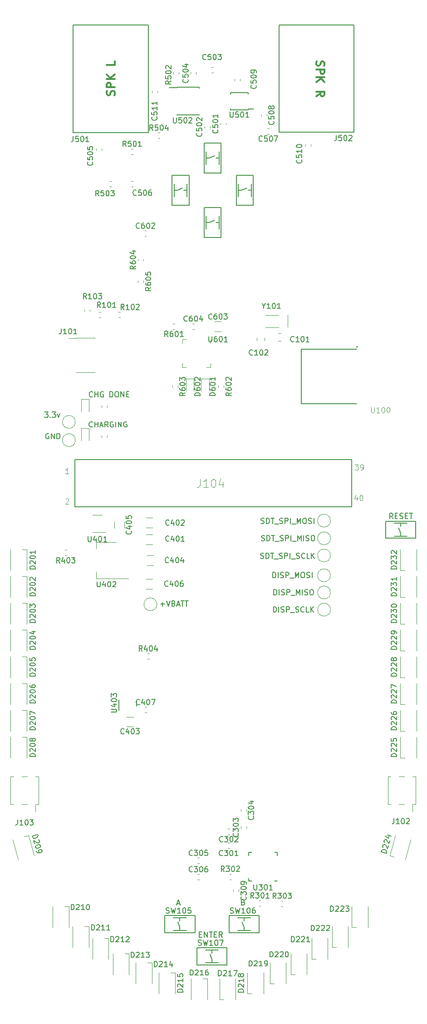
<source format=gto>
G04 #@! TF.GenerationSoftware,KiCad,Pcbnew,(5.0.2-5)-5*
G04 #@! TF.CreationDate,2019-02-16T21:29:27-08:00*
G04 #@! TF.ProjectId,DC27-badge,44433237-2d62-4616-9467-652e6b696361,rev?*
G04 #@! TF.SameCoordinates,Original*
G04 #@! TF.FileFunction,Legend,Top*
G04 #@! TF.FilePolarity,Positive*
%FSLAX46Y46*%
G04 Gerber Fmt 4.6, Leading zero omitted, Abs format (unit mm)*
G04 Created by KiCad (PCBNEW (5.0.2-5)-5) date Saturday, February 16, 2019 at 09:29:27 PM*
%MOMM*%
%LPD*%
G01*
G04 APERTURE LIST*
%ADD10C,0.200000*%
%ADD11C,0.300000*%
%ADD12C,0.120000*%
%ADD13C,0.150000*%
%ADD14C,0.127000*%
%ADD15C,0.050000*%
%ADD16C,0.100000*%
%ADD17C,0.152400*%
G04 APERTURE END LIST*
D10*
X114176190Y-140604761D02*
X114319047Y-140652380D01*
X114557142Y-140652380D01*
X114652380Y-140604761D01*
X114700000Y-140557142D01*
X114747619Y-140461904D01*
X114747619Y-140366666D01*
X114700000Y-140271428D01*
X114652380Y-140223809D01*
X114557142Y-140176190D01*
X114366666Y-140128571D01*
X114271428Y-140080952D01*
X114223809Y-140033333D01*
X114176190Y-139938095D01*
X114176190Y-139842857D01*
X114223809Y-139747619D01*
X114271428Y-139700000D01*
X114366666Y-139652380D01*
X114604761Y-139652380D01*
X114747619Y-139700000D01*
X115176190Y-140652380D02*
X115176190Y-139652380D01*
X115414285Y-139652380D01*
X115557142Y-139700000D01*
X115652380Y-139795238D01*
X115700000Y-139890476D01*
X115747619Y-140080952D01*
X115747619Y-140223809D01*
X115700000Y-140414285D01*
X115652380Y-140509523D01*
X115557142Y-140604761D01*
X115414285Y-140652380D01*
X115176190Y-140652380D01*
X116033333Y-139652380D02*
X116604761Y-139652380D01*
X116319047Y-140652380D02*
X116319047Y-139652380D01*
X116700000Y-140747619D02*
X117461904Y-140747619D01*
X117652380Y-140604761D02*
X117795238Y-140652380D01*
X118033333Y-140652380D01*
X118128571Y-140604761D01*
X118176190Y-140557142D01*
X118223809Y-140461904D01*
X118223809Y-140366666D01*
X118176190Y-140271428D01*
X118128571Y-140223809D01*
X118033333Y-140176190D01*
X117842857Y-140128571D01*
X117747619Y-140080952D01*
X117700000Y-140033333D01*
X117652380Y-139938095D01*
X117652380Y-139842857D01*
X117700000Y-139747619D01*
X117747619Y-139700000D01*
X117842857Y-139652380D01*
X118080952Y-139652380D01*
X118223809Y-139700000D01*
X118652380Y-140652380D02*
X118652380Y-139652380D01*
X119033333Y-139652380D01*
X119128571Y-139700000D01*
X119176190Y-139747619D01*
X119223809Y-139842857D01*
X119223809Y-139985714D01*
X119176190Y-140080952D01*
X119128571Y-140128571D01*
X119033333Y-140176190D01*
X118652380Y-140176190D01*
X119652380Y-140652380D02*
X119652380Y-139652380D01*
X119890476Y-140747619D02*
X120652380Y-140747619D01*
X120842857Y-140604761D02*
X120985714Y-140652380D01*
X121223809Y-140652380D01*
X121319047Y-140604761D01*
X121366666Y-140557142D01*
X121414285Y-140461904D01*
X121414285Y-140366666D01*
X121366666Y-140271428D01*
X121319047Y-140223809D01*
X121223809Y-140176190D01*
X121033333Y-140128571D01*
X120938095Y-140080952D01*
X120890476Y-140033333D01*
X120842857Y-139938095D01*
X120842857Y-139842857D01*
X120890476Y-139747619D01*
X120938095Y-139700000D01*
X121033333Y-139652380D01*
X121271428Y-139652380D01*
X121414285Y-139700000D01*
X122414285Y-140557142D02*
X122366666Y-140604761D01*
X122223809Y-140652380D01*
X122128571Y-140652380D01*
X121985714Y-140604761D01*
X121890476Y-140509523D01*
X121842857Y-140414285D01*
X121795238Y-140223809D01*
X121795238Y-140080952D01*
X121842857Y-139890476D01*
X121890476Y-139795238D01*
X121985714Y-139700000D01*
X122128571Y-139652380D01*
X122223809Y-139652380D01*
X122366666Y-139700000D01*
X122414285Y-139747619D01*
X123319047Y-140652380D02*
X122842857Y-140652380D01*
X122842857Y-139652380D01*
X123652380Y-140652380D02*
X123652380Y-139652380D01*
X124223809Y-140652380D02*
X123795238Y-140080952D01*
X124223809Y-139652380D02*
X123652380Y-140223809D01*
X82795238Y-116057142D02*
X82747619Y-116104761D01*
X82604761Y-116152380D01*
X82509523Y-116152380D01*
X82366666Y-116104761D01*
X82271428Y-116009523D01*
X82223809Y-115914285D01*
X82176190Y-115723809D01*
X82176190Y-115580952D01*
X82223809Y-115390476D01*
X82271428Y-115295238D01*
X82366666Y-115200000D01*
X82509523Y-115152380D01*
X82604761Y-115152380D01*
X82747619Y-115200000D01*
X82795238Y-115247619D01*
X83223809Y-116152380D02*
X83223809Y-115152380D01*
X83223809Y-115628571D02*
X83795238Y-115628571D01*
X83795238Y-116152380D02*
X83795238Y-115152380D01*
X84223809Y-115866666D02*
X84700000Y-115866666D01*
X84128571Y-116152380D02*
X84461904Y-115152380D01*
X84795238Y-116152380D01*
X85700000Y-116152380D02*
X85366666Y-115676190D01*
X85128571Y-116152380D02*
X85128571Y-115152380D01*
X85509523Y-115152380D01*
X85604761Y-115200000D01*
X85652380Y-115247619D01*
X85700000Y-115342857D01*
X85700000Y-115485714D01*
X85652380Y-115580952D01*
X85604761Y-115628571D01*
X85509523Y-115676190D01*
X85128571Y-115676190D01*
X86652380Y-115200000D02*
X86557142Y-115152380D01*
X86414285Y-115152380D01*
X86271428Y-115200000D01*
X86176190Y-115295238D01*
X86128571Y-115390476D01*
X86080952Y-115580952D01*
X86080952Y-115723809D01*
X86128571Y-115914285D01*
X86176190Y-116009523D01*
X86271428Y-116104761D01*
X86414285Y-116152380D01*
X86509523Y-116152380D01*
X86652380Y-116104761D01*
X86700000Y-116057142D01*
X86700000Y-115723809D01*
X86509523Y-115723809D01*
X87128571Y-116152380D02*
X87128571Y-115152380D01*
X87604761Y-116152380D02*
X87604761Y-115152380D01*
X88176190Y-116152380D01*
X88176190Y-115152380D01*
X89176190Y-115200000D02*
X89080952Y-115152380D01*
X88938095Y-115152380D01*
X88795238Y-115200000D01*
X88700000Y-115295238D01*
X88652380Y-115390476D01*
X88604761Y-115580952D01*
X88604761Y-115723809D01*
X88652380Y-115914285D01*
X88700000Y-116009523D01*
X88795238Y-116104761D01*
X88938095Y-116152380D01*
X89033333Y-116152380D01*
X89176190Y-116104761D01*
X89223809Y-116057142D01*
X89223809Y-115723809D01*
X89033333Y-115723809D01*
X82804761Y-110457142D02*
X82757142Y-110504761D01*
X82614285Y-110552380D01*
X82519047Y-110552380D01*
X82376190Y-110504761D01*
X82280952Y-110409523D01*
X82233333Y-110314285D01*
X82185714Y-110123809D01*
X82185714Y-109980952D01*
X82233333Y-109790476D01*
X82280952Y-109695238D01*
X82376190Y-109600000D01*
X82519047Y-109552380D01*
X82614285Y-109552380D01*
X82757142Y-109600000D01*
X82804761Y-109647619D01*
X83233333Y-110552380D02*
X83233333Y-109552380D01*
X83233333Y-110028571D02*
X83804761Y-110028571D01*
X83804761Y-110552380D02*
X83804761Y-109552380D01*
X84804761Y-109600000D02*
X84709523Y-109552380D01*
X84566666Y-109552380D01*
X84423809Y-109600000D01*
X84328571Y-109695238D01*
X84280952Y-109790476D01*
X84233333Y-109980952D01*
X84233333Y-110123809D01*
X84280952Y-110314285D01*
X84328571Y-110409523D01*
X84423809Y-110504761D01*
X84566666Y-110552380D01*
X84661904Y-110552380D01*
X84804761Y-110504761D01*
X84852380Y-110457142D01*
X84852380Y-110123809D01*
X84661904Y-110123809D01*
X86042857Y-110552380D02*
X86042857Y-109552380D01*
X86280952Y-109552380D01*
X86423809Y-109600000D01*
X86519047Y-109695238D01*
X86566666Y-109790476D01*
X86614285Y-109980952D01*
X86614285Y-110123809D01*
X86566666Y-110314285D01*
X86519047Y-110409523D01*
X86423809Y-110504761D01*
X86280952Y-110552380D01*
X86042857Y-110552380D01*
X87233333Y-109552380D02*
X87423809Y-109552380D01*
X87519047Y-109600000D01*
X87614285Y-109695238D01*
X87661904Y-109885714D01*
X87661904Y-110219047D01*
X87614285Y-110409523D01*
X87519047Y-110504761D01*
X87423809Y-110552380D01*
X87233333Y-110552380D01*
X87138095Y-110504761D01*
X87042857Y-110409523D01*
X86995238Y-110219047D01*
X86995238Y-109885714D01*
X87042857Y-109695238D01*
X87138095Y-109600000D01*
X87233333Y-109552380D01*
X88090476Y-110552380D02*
X88090476Y-109552380D01*
X88661904Y-110552380D01*
X88661904Y-109552380D01*
X89138095Y-110028571D02*
X89471428Y-110028571D01*
X89614285Y-110552380D02*
X89138095Y-110552380D01*
X89138095Y-109552380D01*
X89614285Y-109552380D01*
X116561904Y-150652380D02*
X116561904Y-149652380D01*
X116800000Y-149652380D01*
X116942857Y-149700000D01*
X117038095Y-149795238D01*
X117085714Y-149890476D01*
X117133333Y-150080952D01*
X117133333Y-150223809D01*
X117085714Y-150414285D01*
X117038095Y-150509523D01*
X116942857Y-150604761D01*
X116800000Y-150652380D01*
X116561904Y-150652380D01*
X117561904Y-150652380D02*
X117561904Y-149652380D01*
X117990476Y-150604761D02*
X118133333Y-150652380D01*
X118371428Y-150652380D01*
X118466666Y-150604761D01*
X118514285Y-150557142D01*
X118561904Y-150461904D01*
X118561904Y-150366666D01*
X118514285Y-150271428D01*
X118466666Y-150223809D01*
X118371428Y-150176190D01*
X118180952Y-150128571D01*
X118085714Y-150080952D01*
X118038095Y-150033333D01*
X117990476Y-149938095D01*
X117990476Y-149842857D01*
X118038095Y-149747619D01*
X118085714Y-149700000D01*
X118180952Y-149652380D01*
X118419047Y-149652380D01*
X118561904Y-149700000D01*
X118990476Y-150652380D02*
X118990476Y-149652380D01*
X119371428Y-149652380D01*
X119466666Y-149700000D01*
X119514285Y-149747619D01*
X119561904Y-149842857D01*
X119561904Y-149985714D01*
X119514285Y-150080952D01*
X119466666Y-150128571D01*
X119371428Y-150176190D01*
X118990476Y-150176190D01*
X119752380Y-150747619D02*
X120514285Y-150747619D01*
X120704761Y-150604761D02*
X120847619Y-150652380D01*
X121085714Y-150652380D01*
X121180952Y-150604761D01*
X121228571Y-150557142D01*
X121276190Y-150461904D01*
X121276190Y-150366666D01*
X121228571Y-150271428D01*
X121180952Y-150223809D01*
X121085714Y-150176190D01*
X120895238Y-150128571D01*
X120800000Y-150080952D01*
X120752380Y-150033333D01*
X120704761Y-149938095D01*
X120704761Y-149842857D01*
X120752380Y-149747619D01*
X120800000Y-149700000D01*
X120895238Y-149652380D01*
X121133333Y-149652380D01*
X121276190Y-149700000D01*
X122276190Y-150557142D02*
X122228571Y-150604761D01*
X122085714Y-150652380D01*
X121990476Y-150652380D01*
X121847619Y-150604761D01*
X121752380Y-150509523D01*
X121704761Y-150414285D01*
X121657142Y-150223809D01*
X121657142Y-150080952D01*
X121704761Y-149890476D01*
X121752380Y-149795238D01*
X121847619Y-149700000D01*
X121990476Y-149652380D01*
X122085714Y-149652380D01*
X122228571Y-149700000D01*
X122276190Y-149747619D01*
X123180952Y-150652380D02*
X122704761Y-150652380D01*
X122704761Y-149652380D01*
X123514285Y-150652380D02*
X123514285Y-149652380D01*
X124085714Y-150652380D02*
X123657142Y-150080952D01*
X124085714Y-149652380D02*
X123514285Y-150223809D01*
X116633333Y-147452380D02*
X116633333Y-146452380D01*
X116871428Y-146452380D01*
X117014285Y-146500000D01*
X117109523Y-146595238D01*
X117157142Y-146690476D01*
X117204761Y-146880952D01*
X117204761Y-147023809D01*
X117157142Y-147214285D01*
X117109523Y-147309523D01*
X117014285Y-147404761D01*
X116871428Y-147452380D01*
X116633333Y-147452380D01*
X117633333Y-147452380D02*
X117633333Y-146452380D01*
X118061904Y-147404761D02*
X118204761Y-147452380D01*
X118442857Y-147452380D01*
X118538095Y-147404761D01*
X118585714Y-147357142D01*
X118633333Y-147261904D01*
X118633333Y-147166666D01*
X118585714Y-147071428D01*
X118538095Y-147023809D01*
X118442857Y-146976190D01*
X118252380Y-146928571D01*
X118157142Y-146880952D01*
X118109523Y-146833333D01*
X118061904Y-146738095D01*
X118061904Y-146642857D01*
X118109523Y-146547619D01*
X118157142Y-146500000D01*
X118252380Y-146452380D01*
X118490476Y-146452380D01*
X118633333Y-146500000D01*
X119061904Y-147452380D02*
X119061904Y-146452380D01*
X119442857Y-146452380D01*
X119538095Y-146500000D01*
X119585714Y-146547619D01*
X119633333Y-146642857D01*
X119633333Y-146785714D01*
X119585714Y-146880952D01*
X119538095Y-146928571D01*
X119442857Y-146976190D01*
X119061904Y-146976190D01*
X119823809Y-147547619D02*
X120585714Y-147547619D01*
X120823809Y-147452380D02*
X120823809Y-146452380D01*
X121157142Y-147166666D01*
X121490476Y-146452380D01*
X121490476Y-147452380D01*
X121966666Y-147452380D02*
X121966666Y-146452380D01*
X122395238Y-147404761D02*
X122538095Y-147452380D01*
X122776190Y-147452380D01*
X122871428Y-147404761D01*
X122919047Y-147357142D01*
X122966666Y-147261904D01*
X122966666Y-147166666D01*
X122919047Y-147071428D01*
X122871428Y-147023809D01*
X122776190Y-146976190D01*
X122585714Y-146928571D01*
X122490476Y-146880952D01*
X122442857Y-146833333D01*
X122395238Y-146738095D01*
X122395238Y-146642857D01*
X122442857Y-146547619D01*
X122490476Y-146500000D01*
X122585714Y-146452380D01*
X122823809Y-146452380D01*
X122966666Y-146500000D01*
X123585714Y-146452380D02*
X123776190Y-146452380D01*
X123871428Y-146500000D01*
X123966666Y-146595238D01*
X124014285Y-146785714D01*
X124014285Y-147119047D01*
X123966666Y-147309523D01*
X123871428Y-147404761D01*
X123776190Y-147452380D01*
X123585714Y-147452380D01*
X123490476Y-147404761D01*
X123395238Y-147309523D01*
X123347619Y-147119047D01*
X123347619Y-146785714D01*
X123395238Y-146595238D01*
X123490476Y-146500000D01*
X123585714Y-146452380D01*
X116433333Y-144252380D02*
X116433333Y-143252380D01*
X116671428Y-143252380D01*
X116814285Y-143300000D01*
X116909523Y-143395238D01*
X116957142Y-143490476D01*
X117004761Y-143680952D01*
X117004761Y-143823809D01*
X116957142Y-144014285D01*
X116909523Y-144109523D01*
X116814285Y-144204761D01*
X116671428Y-144252380D01*
X116433333Y-144252380D01*
X117433333Y-144252380D02*
X117433333Y-143252380D01*
X117861904Y-144204761D02*
X118004761Y-144252380D01*
X118242857Y-144252380D01*
X118338095Y-144204761D01*
X118385714Y-144157142D01*
X118433333Y-144061904D01*
X118433333Y-143966666D01*
X118385714Y-143871428D01*
X118338095Y-143823809D01*
X118242857Y-143776190D01*
X118052380Y-143728571D01*
X117957142Y-143680952D01*
X117909523Y-143633333D01*
X117861904Y-143538095D01*
X117861904Y-143442857D01*
X117909523Y-143347619D01*
X117957142Y-143300000D01*
X118052380Y-143252380D01*
X118290476Y-143252380D01*
X118433333Y-143300000D01*
X118861904Y-144252380D02*
X118861904Y-143252380D01*
X119242857Y-143252380D01*
X119338095Y-143300000D01*
X119385714Y-143347619D01*
X119433333Y-143442857D01*
X119433333Y-143585714D01*
X119385714Y-143680952D01*
X119338095Y-143728571D01*
X119242857Y-143776190D01*
X118861904Y-143776190D01*
X119623809Y-144347619D02*
X120385714Y-144347619D01*
X120623809Y-144252380D02*
X120623809Y-143252380D01*
X120957142Y-143966666D01*
X121290476Y-143252380D01*
X121290476Y-144252380D01*
X121957142Y-143252380D02*
X122147619Y-143252380D01*
X122242857Y-143300000D01*
X122338095Y-143395238D01*
X122385714Y-143585714D01*
X122385714Y-143919047D01*
X122338095Y-144109523D01*
X122242857Y-144204761D01*
X122147619Y-144252380D01*
X121957142Y-144252380D01*
X121861904Y-144204761D01*
X121766666Y-144109523D01*
X121719047Y-143919047D01*
X121719047Y-143585714D01*
X121766666Y-143395238D01*
X121861904Y-143300000D01*
X121957142Y-143252380D01*
X122766666Y-144204761D02*
X122909523Y-144252380D01*
X123147619Y-144252380D01*
X123242857Y-144204761D01*
X123290476Y-144157142D01*
X123338095Y-144061904D01*
X123338095Y-143966666D01*
X123290476Y-143871428D01*
X123242857Y-143823809D01*
X123147619Y-143776190D01*
X122957142Y-143728571D01*
X122861904Y-143680952D01*
X122814285Y-143633333D01*
X122766666Y-143538095D01*
X122766666Y-143442857D01*
X122814285Y-143347619D01*
X122861904Y-143300000D01*
X122957142Y-143252380D01*
X123195238Y-143252380D01*
X123338095Y-143300000D01*
X123766666Y-144252380D02*
X123766666Y-143252380D01*
X114347619Y-137304761D02*
X114490476Y-137352380D01*
X114728571Y-137352380D01*
X114823809Y-137304761D01*
X114871428Y-137257142D01*
X114919047Y-137161904D01*
X114919047Y-137066666D01*
X114871428Y-136971428D01*
X114823809Y-136923809D01*
X114728571Y-136876190D01*
X114538095Y-136828571D01*
X114442857Y-136780952D01*
X114395238Y-136733333D01*
X114347619Y-136638095D01*
X114347619Y-136542857D01*
X114395238Y-136447619D01*
X114442857Y-136400000D01*
X114538095Y-136352380D01*
X114776190Y-136352380D01*
X114919047Y-136400000D01*
X115347619Y-137352380D02*
X115347619Y-136352380D01*
X115585714Y-136352380D01*
X115728571Y-136400000D01*
X115823809Y-136495238D01*
X115871428Y-136590476D01*
X115919047Y-136780952D01*
X115919047Y-136923809D01*
X115871428Y-137114285D01*
X115823809Y-137209523D01*
X115728571Y-137304761D01*
X115585714Y-137352380D01*
X115347619Y-137352380D01*
X116204761Y-136352380D02*
X116776190Y-136352380D01*
X116490476Y-137352380D02*
X116490476Y-136352380D01*
X116871428Y-137447619D02*
X117633333Y-137447619D01*
X117823809Y-137304761D02*
X117966666Y-137352380D01*
X118204761Y-137352380D01*
X118300000Y-137304761D01*
X118347619Y-137257142D01*
X118395238Y-137161904D01*
X118395238Y-137066666D01*
X118347619Y-136971428D01*
X118300000Y-136923809D01*
X118204761Y-136876190D01*
X118014285Y-136828571D01*
X117919047Y-136780952D01*
X117871428Y-136733333D01*
X117823809Y-136638095D01*
X117823809Y-136542857D01*
X117871428Y-136447619D01*
X117919047Y-136400000D01*
X118014285Y-136352380D01*
X118252380Y-136352380D01*
X118395238Y-136400000D01*
X118823809Y-137352380D02*
X118823809Y-136352380D01*
X119204761Y-136352380D01*
X119300000Y-136400000D01*
X119347619Y-136447619D01*
X119395238Y-136542857D01*
X119395238Y-136685714D01*
X119347619Y-136780952D01*
X119300000Y-136828571D01*
X119204761Y-136876190D01*
X118823809Y-136876190D01*
X119823809Y-137352380D02*
X119823809Y-136352380D01*
X120061904Y-137447619D02*
X120823809Y-137447619D01*
X121061904Y-137352380D02*
X121061904Y-136352380D01*
X121395238Y-137066666D01*
X121728571Y-136352380D01*
X121728571Y-137352380D01*
X122204761Y-137352380D02*
X122204761Y-136352380D01*
X122633333Y-137304761D02*
X122776190Y-137352380D01*
X123014285Y-137352380D01*
X123109523Y-137304761D01*
X123157142Y-137257142D01*
X123204761Y-137161904D01*
X123204761Y-137066666D01*
X123157142Y-136971428D01*
X123109523Y-136923809D01*
X123014285Y-136876190D01*
X122823809Y-136828571D01*
X122728571Y-136780952D01*
X122680952Y-136733333D01*
X122633333Y-136638095D01*
X122633333Y-136542857D01*
X122680952Y-136447619D01*
X122728571Y-136400000D01*
X122823809Y-136352380D01*
X123061904Y-136352380D01*
X123204761Y-136400000D01*
X123823809Y-136352380D02*
X124014285Y-136352380D01*
X124109523Y-136400000D01*
X124204761Y-136495238D01*
X124252380Y-136685714D01*
X124252380Y-137019047D01*
X124204761Y-137209523D01*
X124109523Y-137304761D01*
X124014285Y-137352380D01*
X123823809Y-137352380D01*
X123728571Y-137304761D01*
X123633333Y-137209523D01*
X123585714Y-137019047D01*
X123585714Y-136685714D01*
X123633333Y-136495238D01*
X123728571Y-136400000D01*
X123823809Y-136352380D01*
X114247619Y-134104761D02*
X114390476Y-134152380D01*
X114628571Y-134152380D01*
X114723809Y-134104761D01*
X114771428Y-134057142D01*
X114819047Y-133961904D01*
X114819047Y-133866666D01*
X114771428Y-133771428D01*
X114723809Y-133723809D01*
X114628571Y-133676190D01*
X114438095Y-133628571D01*
X114342857Y-133580952D01*
X114295238Y-133533333D01*
X114247619Y-133438095D01*
X114247619Y-133342857D01*
X114295238Y-133247619D01*
X114342857Y-133200000D01*
X114438095Y-133152380D01*
X114676190Y-133152380D01*
X114819047Y-133200000D01*
X115247619Y-134152380D02*
X115247619Y-133152380D01*
X115485714Y-133152380D01*
X115628571Y-133200000D01*
X115723809Y-133295238D01*
X115771428Y-133390476D01*
X115819047Y-133580952D01*
X115819047Y-133723809D01*
X115771428Y-133914285D01*
X115723809Y-134009523D01*
X115628571Y-134104761D01*
X115485714Y-134152380D01*
X115247619Y-134152380D01*
X116104761Y-133152380D02*
X116676190Y-133152380D01*
X116390476Y-134152380D02*
X116390476Y-133152380D01*
X116771428Y-134247619D02*
X117533333Y-134247619D01*
X117723809Y-134104761D02*
X117866666Y-134152380D01*
X118104761Y-134152380D01*
X118200000Y-134104761D01*
X118247619Y-134057142D01*
X118295238Y-133961904D01*
X118295238Y-133866666D01*
X118247619Y-133771428D01*
X118200000Y-133723809D01*
X118104761Y-133676190D01*
X117914285Y-133628571D01*
X117819047Y-133580952D01*
X117771428Y-133533333D01*
X117723809Y-133438095D01*
X117723809Y-133342857D01*
X117771428Y-133247619D01*
X117819047Y-133200000D01*
X117914285Y-133152380D01*
X118152380Y-133152380D01*
X118295238Y-133200000D01*
X118723809Y-134152380D02*
X118723809Y-133152380D01*
X119104761Y-133152380D01*
X119200000Y-133200000D01*
X119247619Y-133247619D01*
X119295238Y-133342857D01*
X119295238Y-133485714D01*
X119247619Y-133580952D01*
X119200000Y-133628571D01*
X119104761Y-133676190D01*
X118723809Y-133676190D01*
X119723809Y-134152380D02*
X119723809Y-133152380D01*
X119961904Y-134247619D02*
X120723809Y-134247619D01*
X120961904Y-134152380D02*
X120961904Y-133152380D01*
X121295238Y-133866666D01*
X121628571Y-133152380D01*
X121628571Y-134152380D01*
X122295238Y-133152380D02*
X122485714Y-133152380D01*
X122580952Y-133200000D01*
X122676190Y-133295238D01*
X122723809Y-133485714D01*
X122723809Y-133819047D01*
X122676190Y-134009523D01*
X122580952Y-134104761D01*
X122485714Y-134152380D01*
X122295238Y-134152380D01*
X122200000Y-134104761D01*
X122104761Y-134009523D01*
X122057142Y-133819047D01*
X122057142Y-133485714D01*
X122104761Y-133295238D01*
X122200000Y-133200000D01*
X122295238Y-133152380D01*
X123104761Y-134104761D02*
X123247619Y-134152380D01*
X123485714Y-134152380D01*
X123580952Y-134104761D01*
X123628571Y-134057142D01*
X123676190Y-133961904D01*
X123676190Y-133866666D01*
X123628571Y-133771428D01*
X123580952Y-133723809D01*
X123485714Y-133676190D01*
X123295238Y-133628571D01*
X123200000Y-133580952D01*
X123152380Y-133533333D01*
X123104761Y-133438095D01*
X123104761Y-133342857D01*
X123152380Y-133247619D01*
X123200000Y-133200000D01*
X123295238Y-133152380D01*
X123533333Y-133152380D01*
X123676190Y-133200000D01*
X124104761Y-134152380D02*
X124104761Y-133152380D01*
X73871428Y-113352380D02*
X74490476Y-113352380D01*
X74157142Y-113733333D01*
X74300000Y-113733333D01*
X74395238Y-113780952D01*
X74442857Y-113828571D01*
X74490476Y-113923809D01*
X74490476Y-114161904D01*
X74442857Y-114257142D01*
X74395238Y-114304761D01*
X74300000Y-114352380D01*
X74014285Y-114352380D01*
X73919047Y-114304761D01*
X73871428Y-114257142D01*
X74919047Y-114257142D02*
X74966666Y-114304761D01*
X74919047Y-114352380D01*
X74871428Y-114304761D01*
X74919047Y-114257142D01*
X74919047Y-114352380D01*
X75300000Y-113352380D02*
X75919047Y-113352380D01*
X75585714Y-113733333D01*
X75728571Y-113733333D01*
X75823809Y-113780952D01*
X75871428Y-113828571D01*
X75919047Y-113923809D01*
X75919047Y-114161904D01*
X75871428Y-114257142D01*
X75823809Y-114304761D01*
X75728571Y-114352380D01*
X75442857Y-114352380D01*
X75347619Y-114304761D01*
X75300000Y-114257142D01*
X76252380Y-113685714D02*
X76490476Y-114352380D01*
X76728571Y-113685714D01*
X95500000Y-149171428D02*
X96261904Y-149171428D01*
X95880952Y-149552380D02*
X95880952Y-148790476D01*
X96595238Y-148552380D02*
X96928571Y-149552380D01*
X97261904Y-148552380D01*
X97928571Y-149028571D02*
X98071428Y-149076190D01*
X98119047Y-149123809D01*
X98166666Y-149219047D01*
X98166666Y-149361904D01*
X98119047Y-149457142D01*
X98071428Y-149504761D01*
X97976190Y-149552380D01*
X97595238Y-149552380D01*
X97595238Y-148552380D01*
X97928571Y-148552380D01*
X98023809Y-148600000D01*
X98071428Y-148647619D01*
X98119047Y-148742857D01*
X98119047Y-148838095D01*
X98071428Y-148933333D01*
X98023809Y-148980952D01*
X97928571Y-149028571D01*
X97595238Y-149028571D01*
X98547619Y-149266666D02*
X99023809Y-149266666D01*
X98452380Y-149552380D02*
X98785714Y-148552380D01*
X99119047Y-149552380D01*
X99309523Y-148552380D02*
X99880952Y-148552380D01*
X99595238Y-149552380D02*
X99595238Y-148552380D01*
X100071428Y-148552380D02*
X100642857Y-148552380D01*
X100357142Y-149552380D02*
X100357142Y-148552380D01*
X74638095Y-117400000D02*
X74542857Y-117352380D01*
X74400000Y-117352380D01*
X74257142Y-117400000D01*
X74161904Y-117495238D01*
X74114285Y-117590476D01*
X74066666Y-117780952D01*
X74066666Y-117923809D01*
X74114285Y-118114285D01*
X74161904Y-118209523D01*
X74257142Y-118304761D01*
X74400000Y-118352380D01*
X74495238Y-118352380D01*
X74638095Y-118304761D01*
X74685714Y-118257142D01*
X74685714Y-117923809D01*
X74495238Y-117923809D01*
X75114285Y-118352380D02*
X75114285Y-117352380D01*
X75685714Y-118352380D01*
X75685714Y-117352380D01*
X76161904Y-118352380D02*
X76161904Y-117352380D01*
X76400000Y-117352380D01*
X76542857Y-117400000D01*
X76638095Y-117495238D01*
X76685714Y-117590476D01*
X76733333Y-117780952D01*
X76733333Y-117923809D01*
X76685714Y-118114285D01*
X76638095Y-118209523D01*
X76542857Y-118304761D01*
X76400000Y-118352380D01*
X76161904Y-118352380D01*
D11*
X86872142Y-54297142D02*
X86943571Y-54082857D01*
X86943571Y-53725714D01*
X86872142Y-53582857D01*
X86800714Y-53511428D01*
X86657857Y-53440000D01*
X86515000Y-53440000D01*
X86372142Y-53511428D01*
X86300714Y-53582857D01*
X86229285Y-53725714D01*
X86157857Y-54011428D01*
X86086428Y-54154285D01*
X86015000Y-54225714D01*
X85872142Y-54297142D01*
X85729285Y-54297142D01*
X85586428Y-54225714D01*
X85515000Y-54154285D01*
X85443571Y-54011428D01*
X85443571Y-53654285D01*
X85515000Y-53440000D01*
X86943571Y-52797142D02*
X85443571Y-52797142D01*
X85443571Y-52225714D01*
X85515000Y-52082857D01*
X85586428Y-52011428D01*
X85729285Y-51940000D01*
X85943571Y-51940000D01*
X86086428Y-52011428D01*
X86157857Y-52082857D01*
X86229285Y-52225714D01*
X86229285Y-52797142D01*
X86943571Y-51297142D02*
X85443571Y-51297142D01*
X86943571Y-50440000D02*
X86086428Y-51082857D01*
X85443571Y-50440000D02*
X86300714Y-51297142D01*
X86943571Y-47940000D02*
X86943571Y-48654285D01*
X85443571Y-48654285D01*
X124652857Y-47960000D02*
X124581428Y-48174285D01*
X124581428Y-48531428D01*
X124652857Y-48674285D01*
X124724285Y-48745714D01*
X124867142Y-48817142D01*
X125010000Y-48817142D01*
X125152857Y-48745714D01*
X125224285Y-48674285D01*
X125295714Y-48531428D01*
X125367142Y-48245714D01*
X125438571Y-48102857D01*
X125510000Y-48031428D01*
X125652857Y-47960000D01*
X125795714Y-47960000D01*
X125938571Y-48031428D01*
X126010000Y-48102857D01*
X126081428Y-48245714D01*
X126081428Y-48602857D01*
X126010000Y-48817142D01*
X124581428Y-49460000D02*
X126081428Y-49460000D01*
X126081428Y-50031428D01*
X126010000Y-50174285D01*
X125938571Y-50245714D01*
X125795714Y-50317142D01*
X125581428Y-50317142D01*
X125438571Y-50245714D01*
X125367142Y-50174285D01*
X125295714Y-50031428D01*
X125295714Y-49460000D01*
X124581428Y-50960000D02*
X126081428Y-50960000D01*
X124581428Y-51817142D02*
X125438571Y-51174285D01*
X126081428Y-51817142D02*
X125224285Y-50960000D01*
X124581428Y-54460000D02*
X125295714Y-53960000D01*
X124581428Y-53602857D02*
X126081428Y-53602857D01*
X126081428Y-54174285D01*
X126010000Y-54317142D01*
X125938571Y-54388571D01*
X125795714Y-54460000D01*
X125581428Y-54460000D01*
X125438571Y-54388571D01*
X125367142Y-54317142D01*
X125295714Y-54174285D01*
X125295714Y-53602857D01*
D10*
X79202500Y-41216000D02*
X93202500Y-41216000D01*
X93202500Y-41216000D02*
X93202500Y-61216000D01*
X93202500Y-61216000D02*
X79202500Y-61216000D01*
X79202500Y-61216000D02*
X79202500Y-41216000D01*
X131597500Y-41184000D02*
X131597500Y-61184000D01*
X117597500Y-41184000D02*
X131597500Y-41184000D01*
X117597500Y-61184000D02*
X117597500Y-41184000D01*
X131597500Y-61184000D02*
X117597500Y-61184000D01*
D12*
G04 #@! TO.C,TP104*
X127200000Y-150200000D02*
G75*
G03X127200000Y-150200000I-1200000J0D01*
G01*
G04 #@! TO.C,C403*
X90402064Y-172010000D02*
X89197936Y-172010000D01*
X90402064Y-170190000D02*
X89197936Y-170190000D01*
D13*
G04 #@! TO.C,U403*
X91015000Y-168175000D02*
X91015000Y-167025000D01*
X87765000Y-168950000D02*
X87765000Y-167025000D01*
D14*
G04 #@! TO.C,U100*
X121800000Y-111800000D02*
X121800000Y-101600000D01*
X121800000Y-111800000D02*
X132100000Y-111800000D01*
X132100000Y-101600000D02*
X121800000Y-101600000D01*
D10*
X132250000Y-101200000D02*
G75*
G03X132250000Y-101200000I-100000J0D01*
G01*
G04 #@! TO.C,J104*
X79480000Y-122212990D02*
X79480000Y-130987010D01*
X79480000Y-130987010D02*
X131180000Y-130987010D01*
X131180000Y-130987010D02*
X131180000Y-122212990D01*
X131180000Y-122212990D02*
X79480000Y-122212990D01*
D12*
G04 #@! TO.C,U402*
X83490000Y-137590000D02*
X83490000Y-138850000D01*
X83490000Y-144410000D02*
X83490000Y-143150000D01*
X87250000Y-137590000D02*
X83490000Y-137590000D01*
X89500000Y-144410000D02*
X83490000Y-144410000D01*
D14*
G04 #@! TO.C,SW102*
X98615560Y-72005000D02*
X99613780Y-71606220D01*
X100413880Y-72005000D02*
X99814440Y-72005000D01*
X98016120Y-72005000D02*
X98615560Y-72005000D01*
X98016120Y-72005000D02*
X98016120Y-73203880D01*
X98016120Y-70806120D02*
X98016120Y-72005000D01*
X100413880Y-72005000D02*
X100413880Y-73203880D01*
X100413880Y-70806120D02*
X100413880Y-72005000D01*
X97617340Y-69205920D02*
X100812660Y-69205920D01*
X97617340Y-74804080D02*
X97617340Y-69205920D01*
X100812660Y-74804080D02*
X97617340Y-74804080D01*
X100812660Y-69205920D02*
X100812660Y-74804080D01*
D12*
G04 #@! TO.C,J102*
X142530000Y-186500000D02*
X142530000Y-187860000D01*
X138470000Y-181300000D02*
X137900000Y-181300000D01*
X141010000Y-181300000D02*
X139990000Y-181300000D01*
X143100000Y-181300000D02*
X142530000Y-181300000D01*
X137900000Y-181300000D02*
X137900000Y-186500000D01*
X138470000Y-186500000D02*
X137900000Y-186500000D01*
X141010000Y-186500000D02*
X139990000Y-186500000D01*
X143100000Y-186500000D02*
X142530000Y-186500000D01*
X143100000Y-181300000D02*
X143100000Y-186500000D01*
G04 #@! TO.C,J103*
X72700000Y-181300000D02*
X72700000Y-186500000D01*
X72700000Y-186500000D02*
X72130000Y-186500000D01*
X70610000Y-186500000D02*
X69590000Y-186500000D01*
X68070000Y-186500000D02*
X67500000Y-186500000D01*
X67500000Y-181300000D02*
X67500000Y-186500000D01*
X72700000Y-181300000D02*
X72130000Y-181300000D01*
X70610000Y-181300000D02*
X69590000Y-181300000D01*
X68070000Y-181300000D02*
X67500000Y-181300000D01*
X72130000Y-186500000D02*
X72130000Y-187860000D01*
G04 #@! TO.C,TP106*
X127200000Y-143800000D02*
G75*
G03X127200000Y-143800000I-1200000J0D01*
G01*
G04 #@! TO.C,TP105*
X127200000Y-147000000D02*
G75*
G03X127200000Y-147000000I-1200000J0D01*
G01*
G04 #@! TO.C,TP103*
X127200000Y-140100000D02*
G75*
G03X127200000Y-140100000I-1200000J0D01*
G01*
G04 #@! TO.C,TP102*
X127200000Y-136900000D02*
G75*
G03X127200000Y-136900000I-1200000J0D01*
G01*
G04 #@! TO.C,TP101*
X127200000Y-133600000D02*
G75*
G03X127200000Y-133600000I-1200000J0D01*
G01*
G04 #@! TO.C,Y101*
X117550000Y-97550000D02*
X115050000Y-97550000D01*
X117550000Y-95250000D02*
X115050000Y-95250000D01*
X119250000Y-97500000D02*
X119250000Y-95300000D01*
G04 #@! TO.C,R103*
X84024721Y-95710000D02*
X84350279Y-95710000D01*
X84024721Y-94690000D02*
X84350279Y-94690000D01*
G04 #@! TO.C,R102*
X87649721Y-94690000D02*
X87975279Y-94690000D01*
X87649721Y-95710000D02*
X87975279Y-95710000D01*
G04 #@! TO.C,J101*
X79685000Y-99515000D02*
X83215000Y-99515000D01*
X79685000Y-105985000D02*
X83215000Y-105985000D01*
X78360000Y-99580000D02*
X79685000Y-99580000D01*
X79685000Y-99515000D02*
X79685000Y-99580000D01*
X83215000Y-99515000D02*
X83215000Y-99580000D01*
X79685000Y-105920000D02*
X79685000Y-105985000D01*
X83215000Y-105920000D02*
X83215000Y-105985000D01*
G04 #@! TO.C,U601*
X104810000Y-104285000D02*
X104810000Y-105010000D01*
X104810000Y-105010000D02*
X104085000Y-105010000D01*
X99590000Y-100515000D02*
X99590000Y-99790000D01*
X99590000Y-99790000D02*
X100315000Y-99790000D01*
X99590000Y-104285000D02*
X99590000Y-105010000D01*
X99590000Y-105010000D02*
X100315000Y-105010000D01*
X104810000Y-100515000D02*
X104810000Y-99790000D01*
G04 #@! TO.C,C301*
X108362779Y-194710000D02*
X108037221Y-194710000D01*
X108362779Y-193690000D02*
X108037221Y-193690000D01*
G04 #@! TO.C,C302*
X108375279Y-191090000D02*
X108049721Y-191090000D01*
X108375279Y-192110000D02*
X108049721Y-192110000D01*
G04 #@! TO.C,C303*
X110490000Y-190962779D02*
X110490000Y-190637221D01*
X111510000Y-190962779D02*
X111510000Y-190637221D01*
G04 #@! TO.C,C304*
X110490000Y-187437221D02*
X110490000Y-187762779D01*
X111510000Y-187437221D02*
X111510000Y-187762779D01*
G04 #@! TO.C,C305*
X102407221Y-196500000D02*
X102732779Y-196500000D01*
X102407221Y-197520000D02*
X102732779Y-197520000D01*
G04 #@! TO.C,C306*
X102407221Y-200570000D02*
X102732779Y-200570000D01*
X102407221Y-199550000D02*
X102732779Y-199550000D01*
G04 #@! TO.C,C309*
X110110000Y-202437221D02*
X110110000Y-202762779D01*
X109090000Y-202437221D02*
X109090000Y-202762779D01*
G04 #@! TO.C,C602*
X92517221Y-80590000D02*
X92842779Y-80590000D01*
X92517221Y-79570000D02*
X92842779Y-79570000D01*
G04 #@! TO.C,C511*
X94910000Y-53449721D02*
X94910000Y-53775279D01*
X93890000Y-53449721D02*
X93890000Y-53775279D01*
G04 #@! TO.C,C510*
X123510000Y-63775279D02*
X123510000Y-63449721D01*
X122490000Y-63775279D02*
X122490000Y-63449721D01*
G04 #@! TO.C,C509*
X110310000Y-51237221D02*
X110310000Y-51562779D01*
X109290000Y-51237221D02*
X109290000Y-51562779D01*
G04 #@! TO.C,C508*
X114290000Y-57837221D02*
X114290000Y-58162779D01*
X115310000Y-57837221D02*
X115310000Y-58162779D01*
G04 #@! TO.C,C507*
X115762779Y-61510000D02*
X115437221Y-61510000D01*
X115762779Y-60490000D02*
X115437221Y-60490000D01*
G04 #@! TO.C,C407*
X92537221Y-169410000D02*
X92862779Y-169410000D01*
X92537221Y-168390000D02*
X92862779Y-168390000D01*
G04 #@! TO.C,C604*
X101449221Y-96890000D02*
X101774779Y-96890000D01*
X101449221Y-97910000D02*
X101774779Y-97910000D01*
G04 #@! TO.C,C501*
X107710000Y-59762779D02*
X107710000Y-59437221D01*
X106690000Y-59762779D02*
X106690000Y-59437221D01*
G04 #@! TO.C,C502*
X103690000Y-60375279D02*
X103690000Y-60049721D01*
X104710000Y-60375279D02*
X104710000Y-60049721D01*
G04 #@! TO.C,C503*
X105037221Y-50110000D02*
X105362779Y-50110000D01*
X105037221Y-49090000D02*
X105362779Y-49090000D01*
G04 #@! TO.C,C504*
X102110000Y-50037221D02*
X102110000Y-50362779D01*
X101090000Y-50037221D02*
X101090000Y-50362779D01*
G04 #@! TO.C,C505*
X84510000Y-64575279D02*
X84510000Y-64249721D01*
X83490000Y-64575279D02*
X83490000Y-64249721D01*
G04 #@! TO.C,C506*
X90037221Y-70290000D02*
X90362779Y-70290000D01*
X90037221Y-71310000D02*
X90362779Y-71310000D01*
G04 #@! TO.C,C101*
X117920578Y-98690000D02*
X117403422Y-98690000D01*
X117920578Y-100110000D02*
X117403422Y-100110000D01*
G04 #@! TO.C,C102*
X114910000Y-99541422D02*
X114910000Y-100058578D01*
X113490000Y-99541422D02*
X113490000Y-100058578D01*
G04 #@! TO.C,C406*
X92797936Y-146310000D02*
X94002064Y-146310000D01*
X92797936Y-144490000D02*
X94002064Y-144490000D01*
G04 #@! TO.C,C405*
X88710000Y-133797936D02*
X88710000Y-135002064D01*
X86890000Y-133797936D02*
X86890000Y-135002064D01*
G04 #@! TO.C,C404*
X92997936Y-141910000D02*
X94202064Y-141910000D01*
X92997936Y-140090000D02*
X94202064Y-140090000D01*
G04 #@! TO.C,C402*
X92797936Y-134910000D02*
X94002064Y-134910000D01*
X92797936Y-133090000D02*
X94002064Y-133090000D01*
G04 #@! TO.C,C401*
X92797936Y-138010000D02*
X94002064Y-138010000D01*
X92797936Y-136190000D02*
X94002064Y-136190000D01*
G04 #@! TO.C,C603*
X105597936Y-96490000D02*
X106802064Y-96490000D01*
X105597936Y-98310000D02*
X106802064Y-98310000D01*
G04 #@! TO.C,D401*
X80665000Y-110915000D02*
X80665000Y-113200000D01*
X82135000Y-110915000D02*
X80665000Y-110915000D01*
X82135000Y-113200000D02*
X82135000Y-110915000D01*
G04 #@! TO.C,D402*
X82135000Y-118700000D02*
X82135000Y-116415000D01*
X82135000Y-116415000D02*
X80665000Y-116415000D01*
X80665000Y-116415000D02*
X80665000Y-118700000D01*
G04 #@! TO.C,D601*
X103065000Y-107115000D02*
X103065000Y-109400000D01*
X104535000Y-107115000D02*
X103065000Y-107115000D01*
X104535000Y-109400000D02*
X104535000Y-107115000D01*
G04 #@! TO.C,D602*
X101735000Y-109412000D02*
X101735000Y-107127000D01*
X101735000Y-107127000D02*
X100265000Y-107127000D01*
X100265000Y-107127000D02*
X100265000Y-109412000D01*
D13*
G04 #@! TO.C,U501*
X111825000Y-57025000D02*
X111825000Y-56850000D01*
X108575000Y-57025000D02*
X108575000Y-56750000D01*
X108575000Y-53775000D02*
X108575000Y-54050000D01*
X111825000Y-53775000D02*
X111825000Y-54050000D01*
X111825000Y-57025000D02*
X108575000Y-57025000D01*
X111825000Y-53775000D02*
X108575000Y-53775000D01*
X111825000Y-56850000D02*
X112900000Y-56850000D01*
D12*
G04 #@! TO.C,D204*
X67510000Y-153960000D02*
X67510000Y-157860000D01*
X70510000Y-153960000D02*
X70510000Y-157860000D01*
X69710000Y-153960000D02*
X70510000Y-153960000D01*
G04 #@! TO.C,D205*
X69710000Y-158960000D02*
X70510000Y-158960000D01*
X70510000Y-158960000D02*
X70510000Y-162860000D01*
X67510000Y-158960000D02*
X67510000Y-162860000D01*
G04 #@! TO.C,D206*
X67510000Y-163960000D02*
X67510000Y-167860000D01*
X70510000Y-163960000D02*
X70510000Y-167860000D01*
X69710000Y-163960000D02*
X70510000Y-163960000D01*
G04 #@! TO.C,D207*
X69710000Y-168960000D02*
X70510000Y-168960000D01*
X70510000Y-168960000D02*
X70510000Y-172860000D01*
X67510000Y-168960000D02*
X67510000Y-172860000D01*
G04 #@! TO.C,D230*
X143240000Y-152860000D02*
X143240000Y-148960000D01*
X140240000Y-152860000D02*
X140240000Y-148960000D01*
X141040000Y-152860000D02*
X140240000Y-152860000D01*
G04 #@! TO.C,D203*
X69710000Y-148960000D02*
X70510000Y-148960000D01*
X70510000Y-148960000D02*
X70510000Y-152860000D01*
X67510000Y-148960000D02*
X67510000Y-152860000D01*
G04 #@! TO.C,D202*
X67510000Y-143960000D02*
X67510000Y-147860000D01*
X70510000Y-143960000D02*
X70510000Y-147860000D01*
X69710000Y-143960000D02*
X70510000Y-143960000D01*
G04 #@! TO.C,D201*
X69710000Y-138960000D02*
X70510000Y-138960000D01*
X70510000Y-138960000D02*
X70510000Y-142860000D01*
X67510000Y-138960000D02*
X67510000Y-142860000D01*
G04 #@! TO.C,D208*
X67510000Y-173960000D02*
X67510000Y-177860000D01*
X70510000Y-173960000D02*
X70510000Y-177860000D01*
X69710000Y-173960000D02*
X70510000Y-173960000D01*
G04 #@! TO.C,D232*
X141040000Y-142860000D02*
X140240000Y-142860000D01*
X140240000Y-142860000D02*
X140240000Y-138960000D01*
X143240000Y-142860000D02*
X143240000Y-138960000D01*
G04 #@! TO.C,D231*
X143240000Y-147860000D02*
X143240000Y-143960000D01*
X140240000Y-147860000D02*
X140240000Y-143960000D01*
X141040000Y-147860000D02*
X140240000Y-147860000D01*
G04 #@! TO.C,D209*
X70071751Y-192509271D02*
X70844492Y-192302216D01*
X70844492Y-192302216D02*
X71853886Y-196069327D01*
X67946714Y-193078673D02*
X68956108Y-196845784D01*
G04 #@! TO.C,D229*
X143240000Y-157860000D02*
X143240000Y-153960000D01*
X140240000Y-157860000D02*
X140240000Y-153960000D01*
X141040000Y-157860000D02*
X140240000Y-157860000D01*
G04 #@! TO.C,D228*
X141040000Y-162860000D02*
X140240000Y-162860000D01*
X140240000Y-162860000D02*
X140240000Y-158960000D01*
X143240000Y-162860000D02*
X143240000Y-158960000D01*
G04 #@! TO.C,D227*
X143240000Y-167860000D02*
X143240000Y-163960000D01*
X140240000Y-167860000D02*
X140240000Y-163960000D01*
X141040000Y-167860000D02*
X140240000Y-167860000D01*
G04 #@! TO.C,D226*
X141040000Y-172860000D02*
X140240000Y-172860000D01*
X140240000Y-172860000D02*
X140240000Y-168960000D01*
X143240000Y-172860000D02*
X143240000Y-168960000D01*
G04 #@! TO.C,D225*
X143240000Y-177860000D02*
X143240000Y-173960000D01*
X140240000Y-177860000D02*
X140240000Y-173960000D01*
X141040000Y-177860000D02*
X140240000Y-177860000D01*
G04 #@! TO.C,D224*
X139019155Y-196276382D02*
X138246414Y-196069327D01*
X138246414Y-196069327D02*
X139255808Y-192302216D01*
X141144192Y-196845784D02*
X142153586Y-193078673D01*
G04 #@! TO.C,D223*
X134200000Y-209450000D02*
X134200000Y-205550000D01*
X131200000Y-209450000D02*
X131200000Y-205550000D01*
X132000000Y-209450000D02*
X131200000Y-209450000D01*
G04 #@! TO.C,D222*
X128300000Y-213150000D02*
X127500000Y-213150000D01*
X127500000Y-213150000D02*
X127500000Y-209250000D01*
X130500000Y-213150000D02*
X130500000Y-209250000D01*
G04 #@! TO.C,D221*
X126700000Y-215350000D02*
X126700000Y-211450000D01*
X123700000Y-215350000D02*
X123700000Y-211450000D01*
X124500000Y-215350000D02*
X123700000Y-215350000D01*
G04 #@! TO.C,D220*
X120600000Y-218250000D02*
X119800000Y-218250000D01*
X119800000Y-218250000D02*
X119800000Y-214350000D01*
X122800000Y-218250000D02*
X122800000Y-214350000D01*
G04 #@! TO.C,D219*
X118900000Y-219950000D02*
X118900000Y-216050000D01*
X115900000Y-219950000D02*
X115900000Y-216050000D01*
X116700000Y-219950000D02*
X115900000Y-219950000D01*
G04 #@! TO.C,D218*
X112500000Y-221750000D02*
X111700000Y-221750000D01*
X111700000Y-221750000D02*
X111700000Y-217850000D01*
X114700000Y-221750000D02*
X114700000Y-217850000D01*
G04 #@! TO.C,D217*
X109500000Y-222850000D02*
X109500000Y-218950000D01*
X106500000Y-222850000D02*
X106500000Y-218950000D01*
X107300000Y-222850000D02*
X106500000Y-222850000D01*
G04 #@! TO.C,D216*
X103400000Y-218950000D02*
X104200000Y-218950000D01*
X104200000Y-218950000D02*
X104200000Y-222850000D01*
X101200000Y-218950000D02*
X101200000Y-222850000D01*
G04 #@! TO.C,D215*
X95200000Y-217850000D02*
X95200000Y-221750000D01*
X98200000Y-217850000D02*
X98200000Y-221750000D01*
X97400000Y-217850000D02*
X98200000Y-217850000D01*
G04 #@! TO.C,D214*
X93100000Y-216050000D02*
X93900000Y-216050000D01*
X93900000Y-216050000D02*
X93900000Y-219950000D01*
X90900000Y-216050000D02*
X90900000Y-219950000D01*
G04 #@! TO.C,D213*
X86600000Y-214350000D02*
X86600000Y-218250000D01*
X89600000Y-214350000D02*
X89600000Y-218250000D01*
X88800000Y-214350000D02*
X89600000Y-214350000D01*
G04 #@! TO.C,D212*
X85000000Y-211450000D02*
X85800000Y-211450000D01*
X85800000Y-211450000D02*
X85800000Y-215350000D01*
X82800000Y-211450000D02*
X82800000Y-215350000D01*
G04 #@! TO.C,D211*
X79100000Y-209250000D02*
X79100000Y-213150000D01*
X82100000Y-209250000D02*
X82100000Y-213150000D01*
X81300000Y-209250000D02*
X82100000Y-209250000D01*
G04 #@! TO.C,D210*
X77600000Y-205550000D02*
X78400000Y-205550000D01*
X78400000Y-205550000D02*
X78400000Y-209450000D01*
X75400000Y-205550000D02*
X75400000Y-209450000D01*
D14*
G04 #@! TO.C,SW106*
X111110000Y-209439440D02*
X110711220Y-208441220D01*
X111110000Y-207641120D02*
X111110000Y-208240560D01*
X111110000Y-210038880D02*
X111110000Y-209439440D01*
X111110000Y-210038880D02*
X112308880Y-210038880D01*
X109911120Y-210038880D02*
X111110000Y-210038880D01*
X111110000Y-207641120D02*
X112308880Y-207641120D01*
X109911120Y-207641120D02*
X111110000Y-207641120D01*
X108310920Y-210437660D02*
X108310920Y-207242340D01*
X113909080Y-210437660D02*
X108310920Y-210437660D01*
X113909080Y-207242340D02*
X113909080Y-210437660D01*
X108310920Y-207242340D02*
X113909080Y-207242340D01*
G04 #@! TO.C,SW108*
X137500920Y-133702340D02*
X143099080Y-133702340D01*
X143099080Y-133702340D02*
X143099080Y-136897660D01*
X143099080Y-136897660D02*
X137500920Y-136897660D01*
X137500920Y-136897660D02*
X137500920Y-133702340D01*
X139101120Y-134101120D02*
X140300000Y-134101120D01*
X140300000Y-134101120D02*
X141498880Y-134101120D01*
X139101120Y-136498880D02*
X140300000Y-136498880D01*
X140300000Y-136498880D02*
X141498880Y-136498880D01*
X140300000Y-136498880D02*
X140300000Y-135899440D01*
X140300000Y-134101120D02*
X140300000Y-134700560D01*
X140300000Y-135899440D02*
X139901220Y-134901220D01*
G04 #@! TO.C,SW107*
X105110000Y-215439440D02*
X104711220Y-214441220D01*
X105110000Y-213641120D02*
X105110000Y-214240560D01*
X105110000Y-216038880D02*
X105110000Y-215439440D01*
X105110000Y-216038880D02*
X106308880Y-216038880D01*
X103911120Y-216038880D02*
X105110000Y-216038880D01*
X105110000Y-213641120D02*
X106308880Y-213641120D01*
X103911120Y-213641120D02*
X105110000Y-213641120D01*
X102310920Y-216437660D02*
X102310920Y-213242340D01*
X107909080Y-216437660D02*
X102310920Y-216437660D01*
X107909080Y-213242340D02*
X107909080Y-216437660D01*
X102310920Y-213242340D02*
X107909080Y-213242340D01*
G04 #@! TO.C,SW105*
X96310920Y-207242340D02*
X101909080Y-207242340D01*
X101909080Y-207242340D02*
X101909080Y-210437660D01*
X101909080Y-210437660D02*
X96310920Y-210437660D01*
X96310920Y-210437660D02*
X96310920Y-207242340D01*
X97911120Y-207641120D02*
X99110000Y-207641120D01*
X99110000Y-207641120D02*
X100308880Y-207641120D01*
X97911120Y-210038880D02*
X99110000Y-210038880D01*
X99110000Y-210038880D02*
X100308880Y-210038880D01*
X99110000Y-210038880D02*
X99110000Y-209439440D01*
X99110000Y-207641120D02*
X99110000Y-208240560D01*
X99110000Y-209439440D02*
X98711220Y-208441220D01*
G04 #@! TO.C,SW104*
X104615560Y-78005000D02*
X105613780Y-77606220D01*
X106413880Y-78005000D02*
X105814440Y-78005000D01*
X104016120Y-78005000D02*
X104615560Y-78005000D01*
X104016120Y-78005000D02*
X104016120Y-79203880D01*
X104016120Y-76806120D02*
X104016120Y-78005000D01*
X106413880Y-78005000D02*
X106413880Y-79203880D01*
X106413880Y-76806120D02*
X106413880Y-78005000D01*
X103617340Y-75205920D02*
X106812660Y-75205920D01*
X103617340Y-80804080D02*
X103617340Y-75205920D01*
X106812660Y-80804080D02*
X103617340Y-80804080D01*
X106812660Y-75205920D02*
X106812660Y-80804080D01*
G04 #@! TO.C,SW103*
X106812660Y-63205920D02*
X106812660Y-68804080D01*
X106812660Y-68804080D02*
X103617340Y-68804080D01*
X103617340Y-68804080D02*
X103617340Y-63205920D01*
X103617340Y-63205920D02*
X106812660Y-63205920D01*
X106413880Y-64806120D02*
X106413880Y-66005000D01*
X106413880Y-66005000D02*
X106413880Y-67203880D01*
X104016120Y-64806120D02*
X104016120Y-66005000D01*
X104016120Y-66005000D02*
X104016120Y-67203880D01*
X104016120Y-66005000D02*
X104615560Y-66005000D01*
X106413880Y-66005000D02*
X105814440Y-66005000D01*
X104615560Y-66005000D02*
X105613780Y-65606220D01*
G04 #@! TO.C,SW101*
X112812660Y-69205920D02*
X112812660Y-74804080D01*
X112812660Y-74804080D02*
X109617340Y-74804080D01*
X109617340Y-74804080D02*
X109617340Y-69205920D01*
X109617340Y-69205920D02*
X112812660Y-69205920D01*
X112413880Y-70806120D02*
X112413880Y-72005000D01*
X112413880Y-72005000D02*
X112413880Y-73203880D01*
X110016120Y-70806120D02*
X110016120Y-72005000D01*
X110016120Y-72005000D02*
X110016120Y-73203880D01*
X110016120Y-72005000D02*
X110615560Y-72005000D01*
X112413880Y-72005000D02*
X111814440Y-72005000D01*
X110615560Y-72005000D02*
X111613780Y-71606220D01*
D13*
G04 #@! TO.C,U301*
X111945000Y-200805000D02*
X111945000Y-200255000D01*
X117295000Y-195455000D02*
X117295000Y-196005000D01*
X111945000Y-195455000D02*
X111945000Y-196005000D01*
X117295000Y-200805000D02*
X116745000Y-200805000D01*
X117295000Y-195455000D02*
X116745000Y-195455000D01*
X111945000Y-195455000D02*
X112495000Y-195455000D01*
X111945000Y-200805000D02*
X112495000Y-200805000D01*
G04 #@! TO.C,U502*
X98525000Y-52825000D02*
X98525000Y-52875000D01*
X102675000Y-52825000D02*
X102675000Y-52970000D01*
X102675000Y-57975000D02*
X102675000Y-57830000D01*
X98525000Y-57975000D02*
X98525000Y-57830000D01*
X98525000Y-52825000D02*
X102675000Y-52825000D01*
X98525000Y-57975000D02*
X102675000Y-57975000D01*
X98525000Y-52875000D02*
X97125000Y-52875000D01*
D12*
G04 #@! TO.C,U401*
X84600000Y-132540000D02*
X82800000Y-132540000D01*
X82800000Y-135760000D02*
X85250000Y-135760000D01*
G04 #@! TO.C,R604*
X91290000Y-85162779D02*
X91290000Y-84837221D01*
X92310000Y-85162779D02*
X92310000Y-84837221D01*
G04 #@! TO.C,R603*
X97690000Y-108449221D02*
X97690000Y-108774779D01*
X98710000Y-108449221D02*
X98710000Y-108774779D01*
G04 #@! TO.C,R602*
X107310000Y-108449221D02*
X107310000Y-108774779D01*
X106290000Y-108449221D02*
X106290000Y-108774779D01*
G04 #@! TO.C,R601*
X98162779Y-96890000D02*
X97837221Y-96890000D01*
X98162779Y-97910000D02*
X97837221Y-97910000D01*
G04 #@! TO.C,R504*
X95037221Y-61290000D02*
X95362779Y-61290000D01*
X95037221Y-62310000D02*
X95362779Y-62310000D01*
G04 #@! TO.C,R503*
X86037221Y-71310000D02*
X86362779Y-71310000D01*
X86037221Y-70290000D02*
X86362779Y-70290000D01*
G04 #@! TO.C,R101*
X81290000Y-94562779D02*
X81290000Y-94237221D01*
X82310000Y-94562779D02*
X82310000Y-94237221D01*
G04 #@! TO.C,R303*
X117999721Y-205520000D02*
X118325279Y-205520000D01*
X117999721Y-204500000D02*
X118325279Y-204500000D01*
G04 #@! TO.C,R401*
X85510000Y-112137221D02*
X85510000Y-112462779D01*
X84490000Y-112137221D02*
X84490000Y-112462779D01*
G04 #@! TO.C,R302*
X108349721Y-200510000D02*
X108675279Y-200510000D01*
X108349721Y-199490000D02*
X108675279Y-199490000D01*
G04 #@! TO.C,R402*
X85510000Y-117737221D02*
X85510000Y-118062779D01*
X84490000Y-117737221D02*
X84490000Y-118062779D01*
G04 #@! TO.C,R403*
X77962779Y-139090000D02*
X77637221Y-139090000D01*
X77962779Y-140110000D02*
X77637221Y-140110000D01*
G04 #@! TO.C,R301*
X113849721Y-204430000D02*
X114175279Y-204430000D01*
X113849721Y-205450000D02*
X114175279Y-205450000D01*
G04 #@! TO.C,R404*
X93037221Y-159410000D02*
X93362779Y-159410000D01*
X93037221Y-158390000D02*
X93362779Y-158390000D01*
G04 #@! TO.C,R501*
X90024721Y-64290000D02*
X90350279Y-64290000D01*
X90024721Y-65310000D02*
X90350279Y-65310000D01*
G04 #@! TO.C,R605*
X91290000Y-88837221D02*
X91290000Y-89162779D01*
X92310000Y-88837221D02*
X92310000Y-89162779D01*
G04 #@! TO.C,R502*
X97890000Y-50350279D02*
X97890000Y-50024721D01*
X98910000Y-50350279D02*
X98910000Y-50024721D01*
G04 #@! TO.C,TP401*
X94800000Y-149200000D02*
G75*
G03X94800000Y-149200000I-1200000J0D01*
G01*
G04 #@! TO.C,TP402*
X79600000Y-115200000D02*
G75*
G03X79600000Y-115200000I-1200000J0D01*
G01*
G04 #@! TO.C,TP403*
X79600000Y-118600000D02*
G75*
G03X79600000Y-118600000I-1200000J0D01*
G01*
G04 #@! TO.C,C403*
D13*
X88680952Y-173277142D02*
X88633333Y-173324761D01*
X88490476Y-173372380D01*
X88395238Y-173372380D01*
X88252380Y-173324761D01*
X88157142Y-173229523D01*
X88109523Y-173134285D01*
X88061904Y-172943809D01*
X88061904Y-172800952D01*
X88109523Y-172610476D01*
X88157142Y-172515238D01*
X88252380Y-172420000D01*
X88395238Y-172372380D01*
X88490476Y-172372380D01*
X88633333Y-172420000D01*
X88680952Y-172467619D01*
X89538095Y-172705714D02*
X89538095Y-173372380D01*
X89300000Y-172324761D02*
X89061904Y-173039047D01*
X89680952Y-173039047D01*
X90252380Y-172372380D02*
X90347619Y-172372380D01*
X90442857Y-172420000D01*
X90490476Y-172467619D01*
X90538095Y-172562857D01*
X90585714Y-172753333D01*
X90585714Y-172991428D01*
X90538095Y-173181904D01*
X90490476Y-173277142D01*
X90442857Y-173324761D01*
X90347619Y-173372380D01*
X90252380Y-173372380D01*
X90157142Y-173324761D01*
X90109523Y-173277142D01*
X90061904Y-173181904D01*
X90014285Y-172991428D01*
X90014285Y-172753333D01*
X90061904Y-172562857D01*
X90109523Y-172467619D01*
X90157142Y-172420000D01*
X90252380Y-172372380D01*
X90919047Y-172372380D02*
X91538095Y-172372380D01*
X91204761Y-172753333D01*
X91347619Y-172753333D01*
X91442857Y-172800952D01*
X91490476Y-172848571D01*
X91538095Y-172943809D01*
X91538095Y-173181904D01*
X91490476Y-173277142D01*
X91442857Y-173324761D01*
X91347619Y-173372380D01*
X91061904Y-173372380D01*
X90966666Y-173324761D01*
X90919047Y-173277142D01*
G04 #@! TO.C,U403*
X86292380Y-169314285D02*
X87101904Y-169314285D01*
X87197142Y-169266666D01*
X87244761Y-169219047D01*
X87292380Y-169123809D01*
X87292380Y-168933333D01*
X87244761Y-168838095D01*
X87197142Y-168790476D01*
X87101904Y-168742857D01*
X86292380Y-168742857D01*
X86625714Y-167838095D02*
X87292380Y-167838095D01*
X86244761Y-168076190D02*
X86959047Y-168314285D01*
X86959047Y-167695238D01*
X86292380Y-167123809D02*
X86292380Y-167028571D01*
X86340000Y-166933333D01*
X86387619Y-166885714D01*
X86482857Y-166838095D01*
X86673333Y-166790476D01*
X86911428Y-166790476D01*
X87101904Y-166838095D01*
X87197142Y-166885714D01*
X87244761Y-166933333D01*
X87292380Y-167028571D01*
X87292380Y-167123809D01*
X87244761Y-167219047D01*
X87197142Y-167266666D01*
X87101904Y-167314285D01*
X86911428Y-167361904D01*
X86673333Y-167361904D01*
X86482857Y-167314285D01*
X86387619Y-167266666D01*
X86340000Y-167219047D01*
X86292380Y-167123809D01*
X86292380Y-166457142D02*
X86292380Y-165838095D01*
X86673333Y-166171428D01*
X86673333Y-166028571D01*
X86720952Y-165933333D01*
X86768571Y-165885714D01*
X86863809Y-165838095D01*
X87101904Y-165838095D01*
X87197142Y-165885714D01*
X87244761Y-165933333D01*
X87292380Y-166028571D01*
X87292380Y-166314285D01*
X87244761Y-166409523D01*
X87197142Y-166457142D01*
G04 #@! TO.C,U100*
D15*
X134777057Y-112449615D02*
X134777057Y-113263227D01*
X134824916Y-113358946D01*
X134872776Y-113406805D01*
X134968495Y-113454665D01*
X135159933Y-113454665D01*
X135255652Y-113406805D01*
X135303511Y-113358946D01*
X135351371Y-113263227D01*
X135351371Y-112449615D01*
X136356421Y-113454665D02*
X135782107Y-113454665D01*
X136069264Y-113454665D02*
X136069264Y-112449615D01*
X135973545Y-112593194D01*
X135877826Y-112688913D01*
X135782107Y-112736772D01*
X136978595Y-112449615D02*
X137074314Y-112449615D01*
X137170033Y-112497475D01*
X137217892Y-112545334D01*
X137265752Y-112641053D01*
X137313611Y-112832491D01*
X137313611Y-113071789D01*
X137265752Y-113263227D01*
X137217892Y-113358946D01*
X137170033Y-113406805D01*
X137074314Y-113454665D01*
X136978595Y-113454665D01*
X136882876Y-113406805D01*
X136835016Y-113358946D01*
X136787157Y-113263227D01*
X136739297Y-113071789D01*
X136739297Y-112832491D01*
X136787157Y-112641053D01*
X136835016Y-112545334D01*
X136882876Y-112497475D01*
X136978595Y-112449615D01*
X137935785Y-112449615D02*
X138031504Y-112449615D01*
X138127223Y-112497475D01*
X138175083Y-112545334D01*
X138222942Y-112641053D01*
X138270802Y-112832491D01*
X138270802Y-113071789D01*
X138222942Y-113263227D01*
X138175083Y-113358946D01*
X138127223Y-113406805D01*
X138031504Y-113454665D01*
X137935785Y-113454665D01*
X137840066Y-113406805D01*
X137792207Y-113358946D01*
X137744347Y-113263227D01*
X137696488Y-113071789D01*
X137696488Y-112832491D01*
X137744347Y-112641053D01*
X137792207Y-112545334D01*
X137840066Y-112497475D01*
X137935785Y-112449615D01*
G04 #@! TO.C,J104*
D16*
X102868510Y-125877328D02*
X102868510Y-126950378D01*
X102796973Y-127164988D01*
X102653900Y-127308061D01*
X102439290Y-127379598D01*
X102296216Y-127379598D01*
X104370780Y-127379598D02*
X103512340Y-127379598D01*
X103941560Y-127379598D02*
X103941560Y-125877328D01*
X103798486Y-126091938D01*
X103655413Y-126235011D01*
X103512340Y-126306548D01*
X105300756Y-125877328D02*
X105443830Y-125877328D01*
X105586903Y-125948865D01*
X105658440Y-126020401D01*
X105729976Y-126163475D01*
X105801513Y-126449621D01*
X105801513Y-126807305D01*
X105729976Y-127093451D01*
X105658440Y-127236525D01*
X105586903Y-127308061D01*
X105443830Y-127379598D01*
X105300756Y-127379598D01*
X105157683Y-127308061D01*
X105086146Y-127236525D01*
X105014610Y-127093451D01*
X104943073Y-126807305D01*
X104943073Y-126449621D01*
X105014610Y-126163475D01*
X105086146Y-126020401D01*
X105157683Y-125948865D01*
X105300756Y-125877328D01*
X107089173Y-126378085D02*
X107089173Y-127379598D01*
X106731490Y-125805791D02*
X106373806Y-126878841D01*
X107303783Y-126878841D01*
D15*
X77791585Y-129612779D02*
X77839204Y-129565160D01*
X77934442Y-129517540D01*
X78172538Y-129517540D01*
X78267776Y-129565160D01*
X78315395Y-129612779D01*
X78363014Y-129708017D01*
X78363014Y-129803255D01*
X78315395Y-129946112D01*
X77743966Y-130517540D01*
X78363014Y-130517540D01*
X78347514Y-124857500D02*
X77776085Y-124857500D01*
X78061800Y-124857500D02*
X78061800Y-123857500D01*
X77966561Y-124000358D01*
X77871323Y-124095596D01*
X77776085Y-124143215D01*
X132184285Y-129175714D02*
X132184285Y-129842380D01*
X131946190Y-128794761D02*
X131708095Y-129509047D01*
X132327142Y-129509047D01*
X132898571Y-128842380D02*
X132993809Y-128842380D01*
X133089047Y-128890000D01*
X133136666Y-128937619D01*
X133184285Y-129032857D01*
X133231904Y-129223333D01*
X133231904Y-129461428D01*
X133184285Y-129651904D01*
X133136666Y-129747142D01*
X133089047Y-129794761D01*
X132993809Y-129842380D01*
X132898571Y-129842380D01*
X132803333Y-129794761D01*
X132755714Y-129747142D01*
X132708095Y-129651904D01*
X132660476Y-129461428D01*
X132660476Y-129223333D01*
X132708095Y-129032857D01*
X132755714Y-128937619D01*
X132803333Y-128890000D01*
X132898571Y-128842380D01*
X131760476Y-123142380D02*
X132379523Y-123142380D01*
X132046190Y-123523333D01*
X132189047Y-123523333D01*
X132284285Y-123570952D01*
X132331904Y-123618571D01*
X132379523Y-123713809D01*
X132379523Y-123951904D01*
X132331904Y-124047142D01*
X132284285Y-124094761D01*
X132189047Y-124142380D01*
X131903333Y-124142380D01*
X131808095Y-124094761D01*
X131760476Y-124047142D01*
X132855714Y-124142380D02*
X133046190Y-124142380D01*
X133141428Y-124094761D01*
X133189047Y-124047142D01*
X133284285Y-123904285D01*
X133331904Y-123713809D01*
X133331904Y-123332857D01*
X133284285Y-123237619D01*
X133236666Y-123190000D01*
X133141428Y-123142380D01*
X132950952Y-123142380D01*
X132855714Y-123190000D01*
X132808095Y-123237619D01*
X132760476Y-123332857D01*
X132760476Y-123570952D01*
X132808095Y-123666190D01*
X132855714Y-123713809D01*
X132950952Y-123761428D01*
X133141428Y-123761428D01*
X133236666Y-123713809D01*
X133284285Y-123666190D01*
X133331904Y-123570952D01*
G04 #@! TO.C,U402*
D13*
X83685714Y-144952380D02*
X83685714Y-145761904D01*
X83733333Y-145857142D01*
X83780952Y-145904761D01*
X83876190Y-145952380D01*
X84066666Y-145952380D01*
X84161904Y-145904761D01*
X84209523Y-145857142D01*
X84257142Y-145761904D01*
X84257142Y-144952380D01*
X85161904Y-145285714D02*
X85161904Y-145952380D01*
X84923809Y-144904761D02*
X84685714Y-145619047D01*
X85304761Y-145619047D01*
X85876190Y-144952380D02*
X85971428Y-144952380D01*
X86066666Y-145000000D01*
X86114285Y-145047619D01*
X86161904Y-145142857D01*
X86209523Y-145333333D01*
X86209523Y-145571428D01*
X86161904Y-145761904D01*
X86114285Y-145857142D01*
X86066666Y-145904761D01*
X85971428Y-145952380D01*
X85876190Y-145952380D01*
X85780952Y-145904761D01*
X85733333Y-145857142D01*
X85685714Y-145761904D01*
X85638095Y-145571428D01*
X85638095Y-145333333D01*
X85685714Y-145142857D01*
X85733333Y-145047619D01*
X85780952Y-145000000D01*
X85876190Y-144952380D01*
X86590476Y-145047619D02*
X86638095Y-145000000D01*
X86733333Y-144952380D01*
X86971428Y-144952380D01*
X87066666Y-145000000D01*
X87114285Y-145047619D01*
X87161904Y-145142857D01*
X87161904Y-145238095D01*
X87114285Y-145380952D01*
X86542857Y-145952380D01*
X87161904Y-145952380D01*
G04 #@! TO.C,J102*
X139044285Y-189132380D02*
X139044285Y-189846666D01*
X138996666Y-189989523D01*
X138901428Y-190084761D01*
X138758571Y-190132380D01*
X138663333Y-190132380D01*
X140044285Y-190132380D02*
X139472857Y-190132380D01*
X139758571Y-190132380D02*
X139758571Y-189132380D01*
X139663333Y-189275238D01*
X139568095Y-189370476D01*
X139472857Y-189418095D01*
X140663333Y-189132380D02*
X140758571Y-189132380D01*
X140853809Y-189180000D01*
X140901428Y-189227619D01*
X140949047Y-189322857D01*
X140996666Y-189513333D01*
X140996666Y-189751428D01*
X140949047Y-189941904D01*
X140901428Y-190037142D01*
X140853809Y-190084761D01*
X140758571Y-190132380D01*
X140663333Y-190132380D01*
X140568095Y-190084761D01*
X140520476Y-190037142D01*
X140472857Y-189941904D01*
X140425238Y-189751428D01*
X140425238Y-189513333D01*
X140472857Y-189322857D01*
X140520476Y-189227619D01*
X140568095Y-189180000D01*
X140663333Y-189132380D01*
X141377619Y-189227619D02*
X141425238Y-189180000D01*
X141520476Y-189132380D01*
X141758571Y-189132380D01*
X141853809Y-189180000D01*
X141901428Y-189227619D01*
X141949047Y-189322857D01*
X141949047Y-189418095D01*
X141901428Y-189560952D01*
X141330000Y-190132380D01*
X141949047Y-190132380D01*
G04 #@! TO.C,J103*
X68814285Y-189352380D02*
X68814285Y-190066666D01*
X68766666Y-190209523D01*
X68671428Y-190304761D01*
X68528571Y-190352380D01*
X68433333Y-190352380D01*
X69814285Y-190352380D02*
X69242857Y-190352380D01*
X69528571Y-190352380D02*
X69528571Y-189352380D01*
X69433333Y-189495238D01*
X69338095Y-189590476D01*
X69242857Y-189638095D01*
X70433333Y-189352380D02*
X70528571Y-189352380D01*
X70623809Y-189400000D01*
X70671428Y-189447619D01*
X70719047Y-189542857D01*
X70766666Y-189733333D01*
X70766666Y-189971428D01*
X70719047Y-190161904D01*
X70671428Y-190257142D01*
X70623809Y-190304761D01*
X70528571Y-190352380D01*
X70433333Y-190352380D01*
X70338095Y-190304761D01*
X70290476Y-190257142D01*
X70242857Y-190161904D01*
X70195238Y-189971428D01*
X70195238Y-189733333D01*
X70242857Y-189542857D01*
X70290476Y-189447619D01*
X70338095Y-189400000D01*
X70433333Y-189352380D01*
X71100000Y-189352380D02*
X71719047Y-189352380D01*
X71385714Y-189733333D01*
X71528571Y-189733333D01*
X71623809Y-189780952D01*
X71671428Y-189828571D01*
X71719047Y-189923809D01*
X71719047Y-190161904D01*
X71671428Y-190257142D01*
X71623809Y-190304761D01*
X71528571Y-190352380D01*
X71242857Y-190352380D01*
X71147619Y-190304761D01*
X71100000Y-190257142D01*
G04 #@! TO.C,Y101*
X114771428Y-93576190D02*
X114771428Y-94052380D01*
X114438095Y-93052380D02*
X114771428Y-93576190D01*
X115104761Y-93052380D01*
X115961904Y-94052380D02*
X115390476Y-94052380D01*
X115676190Y-94052380D02*
X115676190Y-93052380D01*
X115580952Y-93195238D01*
X115485714Y-93290476D01*
X115390476Y-93338095D01*
X116580952Y-93052380D02*
X116676190Y-93052380D01*
X116771428Y-93100000D01*
X116819047Y-93147619D01*
X116866666Y-93242857D01*
X116914285Y-93433333D01*
X116914285Y-93671428D01*
X116866666Y-93861904D01*
X116819047Y-93957142D01*
X116771428Y-94004761D01*
X116676190Y-94052380D01*
X116580952Y-94052380D01*
X116485714Y-94004761D01*
X116438095Y-93957142D01*
X116390476Y-93861904D01*
X116342857Y-93671428D01*
X116342857Y-93433333D01*
X116390476Y-93242857D01*
X116438095Y-93147619D01*
X116485714Y-93100000D01*
X116580952Y-93052380D01*
X117866666Y-94052380D02*
X117295238Y-94052380D01*
X117580952Y-94052380D02*
X117580952Y-93052380D01*
X117485714Y-93195238D01*
X117390476Y-93290476D01*
X117295238Y-93338095D01*
G04 #@! TO.C,J502*
X128314285Y-61752380D02*
X128314285Y-62466666D01*
X128266666Y-62609523D01*
X128171428Y-62704761D01*
X128028571Y-62752380D01*
X127933333Y-62752380D01*
X129266666Y-61752380D02*
X128790476Y-61752380D01*
X128742857Y-62228571D01*
X128790476Y-62180952D01*
X128885714Y-62133333D01*
X129123809Y-62133333D01*
X129219047Y-62180952D01*
X129266666Y-62228571D01*
X129314285Y-62323809D01*
X129314285Y-62561904D01*
X129266666Y-62657142D01*
X129219047Y-62704761D01*
X129123809Y-62752380D01*
X128885714Y-62752380D01*
X128790476Y-62704761D01*
X128742857Y-62657142D01*
X129933333Y-61752380D02*
X130028571Y-61752380D01*
X130123809Y-61800000D01*
X130171428Y-61847619D01*
X130219047Y-61942857D01*
X130266666Y-62133333D01*
X130266666Y-62371428D01*
X130219047Y-62561904D01*
X130171428Y-62657142D01*
X130123809Y-62704761D01*
X130028571Y-62752380D01*
X129933333Y-62752380D01*
X129838095Y-62704761D01*
X129790476Y-62657142D01*
X129742857Y-62561904D01*
X129695238Y-62371428D01*
X129695238Y-62133333D01*
X129742857Y-61942857D01*
X129790476Y-61847619D01*
X129838095Y-61800000D01*
X129933333Y-61752380D01*
X130647619Y-61847619D02*
X130695238Y-61800000D01*
X130790476Y-61752380D01*
X131028571Y-61752380D01*
X131123809Y-61800000D01*
X131171428Y-61847619D01*
X131219047Y-61942857D01*
X131219047Y-62038095D01*
X131171428Y-62180952D01*
X130600000Y-62752380D01*
X131219047Y-62752380D01*
G04 #@! TO.C,J501*
X79214285Y-61952380D02*
X79214285Y-62666666D01*
X79166666Y-62809523D01*
X79071428Y-62904761D01*
X78928571Y-62952380D01*
X78833333Y-62952380D01*
X80166666Y-61952380D02*
X79690476Y-61952380D01*
X79642857Y-62428571D01*
X79690476Y-62380952D01*
X79785714Y-62333333D01*
X80023809Y-62333333D01*
X80119047Y-62380952D01*
X80166666Y-62428571D01*
X80214285Y-62523809D01*
X80214285Y-62761904D01*
X80166666Y-62857142D01*
X80119047Y-62904761D01*
X80023809Y-62952380D01*
X79785714Y-62952380D01*
X79690476Y-62904761D01*
X79642857Y-62857142D01*
X80833333Y-61952380D02*
X80928571Y-61952380D01*
X81023809Y-62000000D01*
X81071428Y-62047619D01*
X81119047Y-62142857D01*
X81166666Y-62333333D01*
X81166666Y-62571428D01*
X81119047Y-62761904D01*
X81071428Y-62857142D01*
X81023809Y-62904761D01*
X80928571Y-62952380D01*
X80833333Y-62952380D01*
X80738095Y-62904761D01*
X80690476Y-62857142D01*
X80642857Y-62761904D01*
X80595238Y-62571428D01*
X80595238Y-62333333D01*
X80642857Y-62142857D01*
X80690476Y-62047619D01*
X80738095Y-62000000D01*
X80833333Y-61952380D01*
X82119047Y-62952380D02*
X81547619Y-62952380D01*
X81833333Y-62952380D02*
X81833333Y-61952380D01*
X81738095Y-62095238D01*
X81642857Y-62190476D01*
X81547619Y-62238095D01*
G04 #@! TO.C,R103*
X81680952Y-92252380D02*
X81347619Y-91776190D01*
X81109523Y-92252380D02*
X81109523Y-91252380D01*
X81490476Y-91252380D01*
X81585714Y-91300000D01*
X81633333Y-91347619D01*
X81680952Y-91442857D01*
X81680952Y-91585714D01*
X81633333Y-91680952D01*
X81585714Y-91728571D01*
X81490476Y-91776190D01*
X81109523Y-91776190D01*
X82633333Y-92252380D02*
X82061904Y-92252380D01*
X82347619Y-92252380D02*
X82347619Y-91252380D01*
X82252380Y-91395238D01*
X82157142Y-91490476D01*
X82061904Y-91538095D01*
X83252380Y-91252380D02*
X83347619Y-91252380D01*
X83442857Y-91300000D01*
X83490476Y-91347619D01*
X83538095Y-91442857D01*
X83585714Y-91633333D01*
X83585714Y-91871428D01*
X83538095Y-92061904D01*
X83490476Y-92157142D01*
X83442857Y-92204761D01*
X83347619Y-92252380D01*
X83252380Y-92252380D01*
X83157142Y-92204761D01*
X83109523Y-92157142D01*
X83061904Y-92061904D01*
X83014285Y-91871428D01*
X83014285Y-91633333D01*
X83061904Y-91442857D01*
X83109523Y-91347619D01*
X83157142Y-91300000D01*
X83252380Y-91252380D01*
X83919047Y-91252380D02*
X84538095Y-91252380D01*
X84204761Y-91633333D01*
X84347619Y-91633333D01*
X84442857Y-91680952D01*
X84490476Y-91728571D01*
X84538095Y-91823809D01*
X84538095Y-92061904D01*
X84490476Y-92157142D01*
X84442857Y-92204761D01*
X84347619Y-92252380D01*
X84061904Y-92252380D01*
X83966666Y-92204761D01*
X83919047Y-92157142D01*
G04 #@! TO.C,R102*
X88680952Y-94252380D02*
X88347619Y-93776190D01*
X88109523Y-94252380D02*
X88109523Y-93252380D01*
X88490476Y-93252380D01*
X88585714Y-93300000D01*
X88633333Y-93347619D01*
X88680952Y-93442857D01*
X88680952Y-93585714D01*
X88633333Y-93680952D01*
X88585714Y-93728571D01*
X88490476Y-93776190D01*
X88109523Y-93776190D01*
X89633333Y-94252380D02*
X89061904Y-94252380D01*
X89347619Y-94252380D02*
X89347619Y-93252380D01*
X89252380Y-93395238D01*
X89157142Y-93490476D01*
X89061904Y-93538095D01*
X90252380Y-93252380D02*
X90347619Y-93252380D01*
X90442857Y-93300000D01*
X90490476Y-93347619D01*
X90538095Y-93442857D01*
X90585714Y-93633333D01*
X90585714Y-93871428D01*
X90538095Y-94061904D01*
X90490476Y-94157142D01*
X90442857Y-94204761D01*
X90347619Y-94252380D01*
X90252380Y-94252380D01*
X90157142Y-94204761D01*
X90109523Y-94157142D01*
X90061904Y-94061904D01*
X90014285Y-93871428D01*
X90014285Y-93633333D01*
X90061904Y-93442857D01*
X90109523Y-93347619D01*
X90157142Y-93300000D01*
X90252380Y-93252380D01*
X90966666Y-93347619D02*
X91014285Y-93300000D01*
X91109523Y-93252380D01*
X91347619Y-93252380D01*
X91442857Y-93300000D01*
X91490476Y-93347619D01*
X91538095Y-93442857D01*
X91538095Y-93538095D01*
X91490476Y-93680952D01*
X90919047Y-94252380D01*
X91538095Y-94252380D01*
G04 #@! TO.C,J101*
X76964285Y-97802380D02*
X76964285Y-98516666D01*
X76916666Y-98659523D01*
X76821428Y-98754761D01*
X76678571Y-98802380D01*
X76583333Y-98802380D01*
X77964285Y-98802380D02*
X77392857Y-98802380D01*
X77678571Y-98802380D02*
X77678571Y-97802380D01*
X77583333Y-97945238D01*
X77488095Y-98040476D01*
X77392857Y-98088095D01*
X78583333Y-97802380D02*
X78678571Y-97802380D01*
X78773809Y-97850000D01*
X78821428Y-97897619D01*
X78869047Y-97992857D01*
X78916666Y-98183333D01*
X78916666Y-98421428D01*
X78869047Y-98611904D01*
X78821428Y-98707142D01*
X78773809Y-98754761D01*
X78678571Y-98802380D01*
X78583333Y-98802380D01*
X78488095Y-98754761D01*
X78440476Y-98707142D01*
X78392857Y-98611904D01*
X78345238Y-98421428D01*
X78345238Y-98183333D01*
X78392857Y-97992857D01*
X78440476Y-97897619D01*
X78488095Y-97850000D01*
X78583333Y-97802380D01*
X79869047Y-98802380D02*
X79297619Y-98802380D01*
X79583333Y-98802380D02*
X79583333Y-97802380D01*
X79488095Y-97945238D01*
X79392857Y-98040476D01*
X79297619Y-98088095D01*
G04 #@! TO.C,U601*
X104485714Y-99252380D02*
X104485714Y-100061904D01*
X104533333Y-100157142D01*
X104580952Y-100204761D01*
X104676190Y-100252380D01*
X104866666Y-100252380D01*
X104961904Y-100204761D01*
X105009523Y-100157142D01*
X105057142Y-100061904D01*
X105057142Y-99252380D01*
X105961904Y-99252380D02*
X105771428Y-99252380D01*
X105676190Y-99300000D01*
X105628571Y-99347619D01*
X105533333Y-99490476D01*
X105485714Y-99680952D01*
X105485714Y-100061904D01*
X105533333Y-100157142D01*
X105580952Y-100204761D01*
X105676190Y-100252380D01*
X105866666Y-100252380D01*
X105961904Y-100204761D01*
X106009523Y-100157142D01*
X106057142Y-100061904D01*
X106057142Y-99823809D01*
X106009523Y-99728571D01*
X105961904Y-99680952D01*
X105866666Y-99633333D01*
X105676190Y-99633333D01*
X105580952Y-99680952D01*
X105533333Y-99728571D01*
X105485714Y-99823809D01*
X106676190Y-99252380D02*
X106771428Y-99252380D01*
X106866666Y-99300000D01*
X106914285Y-99347619D01*
X106961904Y-99442857D01*
X107009523Y-99633333D01*
X107009523Y-99871428D01*
X106961904Y-100061904D01*
X106914285Y-100157142D01*
X106866666Y-100204761D01*
X106771428Y-100252380D01*
X106676190Y-100252380D01*
X106580952Y-100204761D01*
X106533333Y-100157142D01*
X106485714Y-100061904D01*
X106438095Y-99871428D01*
X106438095Y-99633333D01*
X106485714Y-99442857D01*
X106533333Y-99347619D01*
X106580952Y-99300000D01*
X106676190Y-99252380D01*
X107961904Y-100252380D02*
X107390476Y-100252380D01*
X107676190Y-100252380D02*
X107676190Y-99252380D01*
X107580952Y-99395238D01*
X107485714Y-99490476D01*
X107390476Y-99538095D01*
G04 #@! TO.C,C301*
X107080952Y-195987142D02*
X107033333Y-196034761D01*
X106890476Y-196082380D01*
X106795238Y-196082380D01*
X106652380Y-196034761D01*
X106557142Y-195939523D01*
X106509523Y-195844285D01*
X106461904Y-195653809D01*
X106461904Y-195510952D01*
X106509523Y-195320476D01*
X106557142Y-195225238D01*
X106652380Y-195130000D01*
X106795238Y-195082380D01*
X106890476Y-195082380D01*
X107033333Y-195130000D01*
X107080952Y-195177619D01*
X107414285Y-195082380D02*
X108033333Y-195082380D01*
X107700000Y-195463333D01*
X107842857Y-195463333D01*
X107938095Y-195510952D01*
X107985714Y-195558571D01*
X108033333Y-195653809D01*
X108033333Y-195891904D01*
X107985714Y-195987142D01*
X107938095Y-196034761D01*
X107842857Y-196082380D01*
X107557142Y-196082380D01*
X107461904Y-196034761D01*
X107414285Y-195987142D01*
X108652380Y-195082380D02*
X108747619Y-195082380D01*
X108842857Y-195130000D01*
X108890476Y-195177619D01*
X108938095Y-195272857D01*
X108985714Y-195463333D01*
X108985714Y-195701428D01*
X108938095Y-195891904D01*
X108890476Y-195987142D01*
X108842857Y-196034761D01*
X108747619Y-196082380D01*
X108652380Y-196082380D01*
X108557142Y-196034761D01*
X108509523Y-195987142D01*
X108461904Y-195891904D01*
X108414285Y-195701428D01*
X108414285Y-195463333D01*
X108461904Y-195272857D01*
X108509523Y-195177619D01*
X108557142Y-195130000D01*
X108652380Y-195082380D01*
X109938095Y-196082380D02*
X109366666Y-196082380D01*
X109652380Y-196082380D02*
X109652380Y-195082380D01*
X109557142Y-195225238D01*
X109461904Y-195320476D01*
X109366666Y-195368095D01*
G04 #@! TO.C,C302*
X107093452Y-193387142D02*
X107045833Y-193434761D01*
X106902976Y-193482380D01*
X106807738Y-193482380D01*
X106664880Y-193434761D01*
X106569642Y-193339523D01*
X106522023Y-193244285D01*
X106474404Y-193053809D01*
X106474404Y-192910952D01*
X106522023Y-192720476D01*
X106569642Y-192625238D01*
X106664880Y-192530000D01*
X106807738Y-192482380D01*
X106902976Y-192482380D01*
X107045833Y-192530000D01*
X107093452Y-192577619D01*
X107426785Y-192482380D02*
X108045833Y-192482380D01*
X107712500Y-192863333D01*
X107855357Y-192863333D01*
X107950595Y-192910952D01*
X107998214Y-192958571D01*
X108045833Y-193053809D01*
X108045833Y-193291904D01*
X107998214Y-193387142D01*
X107950595Y-193434761D01*
X107855357Y-193482380D01*
X107569642Y-193482380D01*
X107474404Y-193434761D01*
X107426785Y-193387142D01*
X108664880Y-192482380D02*
X108760119Y-192482380D01*
X108855357Y-192530000D01*
X108902976Y-192577619D01*
X108950595Y-192672857D01*
X108998214Y-192863333D01*
X108998214Y-193101428D01*
X108950595Y-193291904D01*
X108902976Y-193387142D01*
X108855357Y-193434761D01*
X108760119Y-193482380D01*
X108664880Y-193482380D01*
X108569642Y-193434761D01*
X108522023Y-193387142D01*
X108474404Y-193291904D01*
X108426785Y-193101428D01*
X108426785Y-192863333D01*
X108474404Y-192672857D01*
X108522023Y-192577619D01*
X108569642Y-192530000D01*
X108664880Y-192482380D01*
X109379166Y-192577619D02*
X109426785Y-192530000D01*
X109522023Y-192482380D01*
X109760119Y-192482380D01*
X109855357Y-192530000D01*
X109902976Y-192577619D01*
X109950595Y-192672857D01*
X109950595Y-192768095D01*
X109902976Y-192910952D01*
X109331547Y-193482380D01*
X109950595Y-193482380D01*
G04 #@! TO.C,C303*
X109927142Y-191919047D02*
X109974761Y-191966666D01*
X110022380Y-192109523D01*
X110022380Y-192204761D01*
X109974761Y-192347619D01*
X109879523Y-192442857D01*
X109784285Y-192490476D01*
X109593809Y-192538095D01*
X109450952Y-192538095D01*
X109260476Y-192490476D01*
X109165238Y-192442857D01*
X109070000Y-192347619D01*
X109022380Y-192204761D01*
X109022380Y-192109523D01*
X109070000Y-191966666D01*
X109117619Y-191919047D01*
X109022380Y-191585714D02*
X109022380Y-190966666D01*
X109403333Y-191300000D01*
X109403333Y-191157142D01*
X109450952Y-191061904D01*
X109498571Y-191014285D01*
X109593809Y-190966666D01*
X109831904Y-190966666D01*
X109927142Y-191014285D01*
X109974761Y-191061904D01*
X110022380Y-191157142D01*
X110022380Y-191442857D01*
X109974761Y-191538095D01*
X109927142Y-191585714D01*
X109022380Y-190347619D02*
X109022380Y-190252380D01*
X109070000Y-190157142D01*
X109117619Y-190109523D01*
X109212857Y-190061904D01*
X109403333Y-190014285D01*
X109641428Y-190014285D01*
X109831904Y-190061904D01*
X109927142Y-190109523D01*
X109974761Y-190157142D01*
X110022380Y-190252380D01*
X110022380Y-190347619D01*
X109974761Y-190442857D01*
X109927142Y-190490476D01*
X109831904Y-190538095D01*
X109641428Y-190585714D01*
X109403333Y-190585714D01*
X109212857Y-190538095D01*
X109117619Y-190490476D01*
X109070000Y-190442857D01*
X109022380Y-190347619D01*
X109022380Y-189680952D02*
X109022380Y-189061904D01*
X109403333Y-189395238D01*
X109403333Y-189252380D01*
X109450952Y-189157142D01*
X109498571Y-189109523D01*
X109593809Y-189061904D01*
X109831904Y-189061904D01*
X109927142Y-189109523D01*
X109974761Y-189157142D01*
X110022380Y-189252380D01*
X110022380Y-189538095D01*
X109974761Y-189633333D01*
X109927142Y-189680952D01*
G04 #@! TO.C,C304*
X112787142Y-188719047D02*
X112834761Y-188766666D01*
X112882380Y-188909523D01*
X112882380Y-189004761D01*
X112834761Y-189147619D01*
X112739523Y-189242857D01*
X112644285Y-189290476D01*
X112453809Y-189338095D01*
X112310952Y-189338095D01*
X112120476Y-189290476D01*
X112025238Y-189242857D01*
X111930000Y-189147619D01*
X111882380Y-189004761D01*
X111882380Y-188909523D01*
X111930000Y-188766666D01*
X111977619Y-188719047D01*
X111882380Y-188385714D02*
X111882380Y-187766666D01*
X112263333Y-188100000D01*
X112263333Y-187957142D01*
X112310952Y-187861904D01*
X112358571Y-187814285D01*
X112453809Y-187766666D01*
X112691904Y-187766666D01*
X112787142Y-187814285D01*
X112834761Y-187861904D01*
X112882380Y-187957142D01*
X112882380Y-188242857D01*
X112834761Y-188338095D01*
X112787142Y-188385714D01*
X111882380Y-187147619D02*
X111882380Y-187052380D01*
X111930000Y-186957142D01*
X111977619Y-186909523D01*
X112072857Y-186861904D01*
X112263333Y-186814285D01*
X112501428Y-186814285D01*
X112691904Y-186861904D01*
X112787142Y-186909523D01*
X112834761Y-186957142D01*
X112882380Y-187052380D01*
X112882380Y-187147619D01*
X112834761Y-187242857D01*
X112787142Y-187290476D01*
X112691904Y-187338095D01*
X112501428Y-187385714D01*
X112263333Y-187385714D01*
X112072857Y-187338095D01*
X111977619Y-187290476D01*
X111930000Y-187242857D01*
X111882380Y-187147619D01*
X112215714Y-185957142D02*
X112882380Y-185957142D01*
X111834761Y-186195238D02*
X112549047Y-186433333D01*
X112549047Y-185814285D01*
G04 #@! TO.C,C305*
X101450952Y-195937142D02*
X101403333Y-195984761D01*
X101260476Y-196032380D01*
X101165238Y-196032380D01*
X101022380Y-195984761D01*
X100927142Y-195889523D01*
X100879523Y-195794285D01*
X100831904Y-195603809D01*
X100831904Y-195460952D01*
X100879523Y-195270476D01*
X100927142Y-195175238D01*
X101022380Y-195080000D01*
X101165238Y-195032380D01*
X101260476Y-195032380D01*
X101403333Y-195080000D01*
X101450952Y-195127619D01*
X101784285Y-195032380D02*
X102403333Y-195032380D01*
X102070000Y-195413333D01*
X102212857Y-195413333D01*
X102308095Y-195460952D01*
X102355714Y-195508571D01*
X102403333Y-195603809D01*
X102403333Y-195841904D01*
X102355714Y-195937142D01*
X102308095Y-195984761D01*
X102212857Y-196032380D01*
X101927142Y-196032380D01*
X101831904Y-195984761D01*
X101784285Y-195937142D01*
X103022380Y-195032380D02*
X103117619Y-195032380D01*
X103212857Y-195080000D01*
X103260476Y-195127619D01*
X103308095Y-195222857D01*
X103355714Y-195413333D01*
X103355714Y-195651428D01*
X103308095Y-195841904D01*
X103260476Y-195937142D01*
X103212857Y-195984761D01*
X103117619Y-196032380D01*
X103022380Y-196032380D01*
X102927142Y-195984761D01*
X102879523Y-195937142D01*
X102831904Y-195841904D01*
X102784285Y-195651428D01*
X102784285Y-195413333D01*
X102831904Y-195222857D01*
X102879523Y-195127619D01*
X102927142Y-195080000D01*
X103022380Y-195032380D01*
X104260476Y-195032380D02*
X103784285Y-195032380D01*
X103736666Y-195508571D01*
X103784285Y-195460952D01*
X103879523Y-195413333D01*
X104117619Y-195413333D01*
X104212857Y-195460952D01*
X104260476Y-195508571D01*
X104308095Y-195603809D01*
X104308095Y-195841904D01*
X104260476Y-195937142D01*
X104212857Y-195984761D01*
X104117619Y-196032380D01*
X103879523Y-196032380D01*
X103784285Y-195984761D01*
X103736666Y-195937142D01*
G04 #@! TO.C,C306*
X101450952Y-198987142D02*
X101403333Y-199034761D01*
X101260476Y-199082380D01*
X101165238Y-199082380D01*
X101022380Y-199034761D01*
X100927142Y-198939523D01*
X100879523Y-198844285D01*
X100831904Y-198653809D01*
X100831904Y-198510952D01*
X100879523Y-198320476D01*
X100927142Y-198225238D01*
X101022380Y-198130000D01*
X101165238Y-198082380D01*
X101260476Y-198082380D01*
X101403333Y-198130000D01*
X101450952Y-198177619D01*
X101784285Y-198082380D02*
X102403333Y-198082380D01*
X102070000Y-198463333D01*
X102212857Y-198463333D01*
X102308095Y-198510952D01*
X102355714Y-198558571D01*
X102403333Y-198653809D01*
X102403333Y-198891904D01*
X102355714Y-198987142D01*
X102308095Y-199034761D01*
X102212857Y-199082380D01*
X101927142Y-199082380D01*
X101831904Y-199034761D01*
X101784285Y-198987142D01*
X103022380Y-198082380D02*
X103117619Y-198082380D01*
X103212857Y-198130000D01*
X103260476Y-198177619D01*
X103308095Y-198272857D01*
X103355714Y-198463333D01*
X103355714Y-198701428D01*
X103308095Y-198891904D01*
X103260476Y-198987142D01*
X103212857Y-199034761D01*
X103117619Y-199082380D01*
X103022380Y-199082380D01*
X102927142Y-199034761D01*
X102879523Y-198987142D01*
X102831904Y-198891904D01*
X102784285Y-198701428D01*
X102784285Y-198463333D01*
X102831904Y-198272857D01*
X102879523Y-198177619D01*
X102927142Y-198130000D01*
X103022380Y-198082380D01*
X104212857Y-198082380D02*
X104022380Y-198082380D01*
X103927142Y-198130000D01*
X103879523Y-198177619D01*
X103784285Y-198320476D01*
X103736666Y-198510952D01*
X103736666Y-198891904D01*
X103784285Y-198987142D01*
X103831904Y-199034761D01*
X103927142Y-199082380D01*
X104117619Y-199082380D01*
X104212857Y-199034761D01*
X104260476Y-198987142D01*
X104308095Y-198891904D01*
X104308095Y-198653809D01*
X104260476Y-198558571D01*
X104212857Y-198510952D01*
X104117619Y-198463333D01*
X103927142Y-198463333D01*
X103831904Y-198510952D01*
X103784285Y-198558571D01*
X103736666Y-198653809D01*
G04 #@! TO.C,C309*
X111387142Y-203719047D02*
X111434761Y-203766666D01*
X111482380Y-203909523D01*
X111482380Y-204004761D01*
X111434761Y-204147619D01*
X111339523Y-204242857D01*
X111244285Y-204290476D01*
X111053809Y-204338095D01*
X110910952Y-204338095D01*
X110720476Y-204290476D01*
X110625238Y-204242857D01*
X110530000Y-204147619D01*
X110482380Y-204004761D01*
X110482380Y-203909523D01*
X110530000Y-203766666D01*
X110577619Y-203719047D01*
X110482380Y-203385714D02*
X110482380Y-202766666D01*
X110863333Y-203100000D01*
X110863333Y-202957142D01*
X110910952Y-202861904D01*
X110958571Y-202814285D01*
X111053809Y-202766666D01*
X111291904Y-202766666D01*
X111387142Y-202814285D01*
X111434761Y-202861904D01*
X111482380Y-202957142D01*
X111482380Y-203242857D01*
X111434761Y-203338095D01*
X111387142Y-203385714D01*
X110482380Y-202147619D02*
X110482380Y-202052380D01*
X110530000Y-201957142D01*
X110577619Y-201909523D01*
X110672857Y-201861904D01*
X110863333Y-201814285D01*
X111101428Y-201814285D01*
X111291904Y-201861904D01*
X111387142Y-201909523D01*
X111434761Y-201957142D01*
X111482380Y-202052380D01*
X111482380Y-202147619D01*
X111434761Y-202242857D01*
X111387142Y-202290476D01*
X111291904Y-202338095D01*
X111101428Y-202385714D01*
X110863333Y-202385714D01*
X110672857Y-202338095D01*
X110577619Y-202290476D01*
X110530000Y-202242857D01*
X110482380Y-202147619D01*
X111482380Y-201338095D02*
X111482380Y-201147619D01*
X111434761Y-201052380D01*
X111387142Y-201004761D01*
X111244285Y-200909523D01*
X111053809Y-200861904D01*
X110672857Y-200861904D01*
X110577619Y-200909523D01*
X110530000Y-200957142D01*
X110482380Y-201052380D01*
X110482380Y-201242857D01*
X110530000Y-201338095D01*
X110577619Y-201385714D01*
X110672857Y-201433333D01*
X110910952Y-201433333D01*
X111006190Y-201385714D01*
X111053809Y-201338095D01*
X111101428Y-201242857D01*
X111101428Y-201052380D01*
X111053809Y-200957142D01*
X111006190Y-200909523D01*
X110910952Y-200861904D01*
G04 #@! TO.C,C602*
X91560952Y-79007142D02*
X91513333Y-79054761D01*
X91370476Y-79102380D01*
X91275238Y-79102380D01*
X91132380Y-79054761D01*
X91037142Y-78959523D01*
X90989523Y-78864285D01*
X90941904Y-78673809D01*
X90941904Y-78530952D01*
X90989523Y-78340476D01*
X91037142Y-78245238D01*
X91132380Y-78150000D01*
X91275238Y-78102380D01*
X91370476Y-78102380D01*
X91513333Y-78150000D01*
X91560952Y-78197619D01*
X92418095Y-78102380D02*
X92227619Y-78102380D01*
X92132380Y-78150000D01*
X92084761Y-78197619D01*
X91989523Y-78340476D01*
X91941904Y-78530952D01*
X91941904Y-78911904D01*
X91989523Y-79007142D01*
X92037142Y-79054761D01*
X92132380Y-79102380D01*
X92322857Y-79102380D01*
X92418095Y-79054761D01*
X92465714Y-79007142D01*
X92513333Y-78911904D01*
X92513333Y-78673809D01*
X92465714Y-78578571D01*
X92418095Y-78530952D01*
X92322857Y-78483333D01*
X92132380Y-78483333D01*
X92037142Y-78530952D01*
X91989523Y-78578571D01*
X91941904Y-78673809D01*
X93132380Y-78102380D02*
X93227619Y-78102380D01*
X93322857Y-78150000D01*
X93370476Y-78197619D01*
X93418095Y-78292857D01*
X93465714Y-78483333D01*
X93465714Y-78721428D01*
X93418095Y-78911904D01*
X93370476Y-79007142D01*
X93322857Y-79054761D01*
X93227619Y-79102380D01*
X93132380Y-79102380D01*
X93037142Y-79054761D01*
X92989523Y-79007142D01*
X92941904Y-78911904D01*
X92894285Y-78721428D01*
X92894285Y-78483333D01*
X92941904Y-78292857D01*
X92989523Y-78197619D01*
X93037142Y-78150000D01*
X93132380Y-78102380D01*
X93846666Y-78197619D02*
X93894285Y-78150000D01*
X93989523Y-78102380D01*
X94227619Y-78102380D01*
X94322857Y-78150000D01*
X94370476Y-78197619D01*
X94418095Y-78292857D01*
X94418095Y-78388095D01*
X94370476Y-78530952D01*
X93799047Y-79102380D01*
X94418095Y-79102380D01*
G04 #@! TO.C,C511*
X94757142Y-58319047D02*
X94804761Y-58366666D01*
X94852380Y-58509523D01*
X94852380Y-58604761D01*
X94804761Y-58747619D01*
X94709523Y-58842857D01*
X94614285Y-58890476D01*
X94423809Y-58938095D01*
X94280952Y-58938095D01*
X94090476Y-58890476D01*
X93995238Y-58842857D01*
X93900000Y-58747619D01*
X93852380Y-58604761D01*
X93852380Y-58509523D01*
X93900000Y-58366666D01*
X93947619Y-58319047D01*
X93852380Y-57414285D02*
X93852380Y-57890476D01*
X94328571Y-57938095D01*
X94280952Y-57890476D01*
X94233333Y-57795238D01*
X94233333Y-57557142D01*
X94280952Y-57461904D01*
X94328571Y-57414285D01*
X94423809Y-57366666D01*
X94661904Y-57366666D01*
X94757142Y-57414285D01*
X94804761Y-57461904D01*
X94852380Y-57557142D01*
X94852380Y-57795238D01*
X94804761Y-57890476D01*
X94757142Y-57938095D01*
X94852380Y-56414285D02*
X94852380Y-56985714D01*
X94852380Y-56700000D02*
X93852380Y-56700000D01*
X93995238Y-56795238D01*
X94090476Y-56890476D01*
X94138095Y-56985714D01*
X94852380Y-55461904D02*
X94852380Y-56033333D01*
X94852380Y-55747619D02*
X93852380Y-55747619D01*
X93995238Y-55842857D01*
X94090476Y-55938095D01*
X94138095Y-56033333D01*
G04 #@! TO.C,C510*
X121757142Y-66319047D02*
X121804761Y-66366666D01*
X121852380Y-66509523D01*
X121852380Y-66604761D01*
X121804761Y-66747619D01*
X121709523Y-66842857D01*
X121614285Y-66890476D01*
X121423809Y-66938095D01*
X121280952Y-66938095D01*
X121090476Y-66890476D01*
X120995238Y-66842857D01*
X120900000Y-66747619D01*
X120852380Y-66604761D01*
X120852380Y-66509523D01*
X120900000Y-66366666D01*
X120947619Y-66319047D01*
X120852380Y-65414285D02*
X120852380Y-65890476D01*
X121328571Y-65938095D01*
X121280952Y-65890476D01*
X121233333Y-65795238D01*
X121233333Y-65557142D01*
X121280952Y-65461904D01*
X121328571Y-65414285D01*
X121423809Y-65366666D01*
X121661904Y-65366666D01*
X121757142Y-65414285D01*
X121804761Y-65461904D01*
X121852380Y-65557142D01*
X121852380Y-65795238D01*
X121804761Y-65890476D01*
X121757142Y-65938095D01*
X121852380Y-64414285D02*
X121852380Y-64985714D01*
X121852380Y-64700000D02*
X120852380Y-64700000D01*
X120995238Y-64795238D01*
X121090476Y-64890476D01*
X121138095Y-64985714D01*
X120852380Y-63795238D02*
X120852380Y-63700000D01*
X120900000Y-63604761D01*
X120947619Y-63557142D01*
X121042857Y-63509523D01*
X121233333Y-63461904D01*
X121471428Y-63461904D01*
X121661904Y-63509523D01*
X121757142Y-63557142D01*
X121804761Y-63604761D01*
X121852380Y-63700000D01*
X121852380Y-63795238D01*
X121804761Y-63890476D01*
X121757142Y-63938095D01*
X121661904Y-63985714D01*
X121471428Y-64033333D01*
X121233333Y-64033333D01*
X121042857Y-63985714D01*
X120947619Y-63938095D01*
X120900000Y-63890476D01*
X120852380Y-63795238D01*
G04 #@! TO.C,C509*
X113257142Y-52419047D02*
X113304761Y-52466666D01*
X113352380Y-52609523D01*
X113352380Y-52704761D01*
X113304761Y-52847619D01*
X113209523Y-52942857D01*
X113114285Y-52990476D01*
X112923809Y-53038095D01*
X112780952Y-53038095D01*
X112590476Y-52990476D01*
X112495238Y-52942857D01*
X112400000Y-52847619D01*
X112352380Y-52704761D01*
X112352380Y-52609523D01*
X112400000Y-52466666D01*
X112447619Y-52419047D01*
X112352380Y-51514285D02*
X112352380Y-51990476D01*
X112828571Y-52038095D01*
X112780952Y-51990476D01*
X112733333Y-51895238D01*
X112733333Y-51657142D01*
X112780952Y-51561904D01*
X112828571Y-51514285D01*
X112923809Y-51466666D01*
X113161904Y-51466666D01*
X113257142Y-51514285D01*
X113304761Y-51561904D01*
X113352380Y-51657142D01*
X113352380Y-51895238D01*
X113304761Y-51990476D01*
X113257142Y-52038095D01*
X112352380Y-50847619D02*
X112352380Y-50752380D01*
X112400000Y-50657142D01*
X112447619Y-50609523D01*
X112542857Y-50561904D01*
X112733333Y-50514285D01*
X112971428Y-50514285D01*
X113161904Y-50561904D01*
X113257142Y-50609523D01*
X113304761Y-50657142D01*
X113352380Y-50752380D01*
X113352380Y-50847619D01*
X113304761Y-50942857D01*
X113257142Y-50990476D01*
X113161904Y-51038095D01*
X112971428Y-51085714D01*
X112733333Y-51085714D01*
X112542857Y-51038095D01*
X112447619Y-50990476D01*
X112400000Y-50942857D01*
X112352380Y-50847619D01*
X113352380Y-50038095D02*
X113352380Y-49847619D01*
X113304761Y-49752380D01*
X113257142Y-49704761D01*
X113114285Y-49609523D01*
X112923809Y-49561904D01*
X112542857Y-49561904D01*
X112447619Y-49609523D01*
X112400000Y-49657142D01*
X112352380Y-49752380D01*
X112352380Y-49942857D01*
X112400000Y-50038095D01*
X112447619Y-50085714D01*
X112542857Y-50133333D01*
X112780952Y-50133333D01*
X112876190Y-50085714D01*
X112923809Y-50038095D01*
X112971428Y-49942857D01*
X112971428Y-49752380D01*
X112923809Y-49657142D01*
X112876190Y-49609523D01*
X112780952Y-49561904D01*
G04 #@! TO.C,C508*
X116587142Y-59119047D02*
X116634761Y-59166666D01*
X116682380Y-59309523D01*
X116682380Y-59404761D01*
X116634761Y-59547619D01*
X116539523Y-59642857D01*
X116444285Y-59690476D01*
X116253809Y-59738095D01*
X116110952Y-59738095D01*
X115920476Y-59690476D01*
X115825238Y-59642857D01*
X115730000Y-59547619D01*
X115682380Y-59404761D01*
X115682380Y-59309523D01*
X115730000Y-59166666D01*
X115777619Y-59119047D01*
X115682380Y-58214285D02*
X115682380Y-58690476D01*
X116158571Y-58738095D01*
X116110952Y-58690476D01*
X116063333Y-58595238D01*
X116063333Y-58357142D01*
X116110952Y-58261904D01*
X116158571Y-58214285D01*
X116253809Y-58166666D01*
X116491904Y-58166666D01*
X116587142Y-58214285D01*
X116634761Y-58261904D01*
X116682380Y-58357142D01*
X116682380Y-58595238D01*
X116634761Y-58690476D01*
X116587142Y-58738095D01*
X115682380Y-57547619D02*
X115682380Y-57452380D01*
X115730000Y-57357142D01*
X115777619Y-57309523D01*
X115872857Y-57261904D01*
X116063333Y-57214285D01*
X116301428Y-57214285D01*
X116491904Y-57261904D01*
X116587142Y-57309523D01*
X116634761Y-57357142D01*
X116682380Y-57452380D01*
X116682380Y-57547619D01*
X116634761Y-57642857D01*
X116587142Y-57690476D01*
X116491904Y-57738095D01*
X116301428Y-57785714D01*
X116063333Y-57785714D01*
X115872857Y-57738095D01*
X115777619Y-57690476D01*
X115730000Y-57642857D01*
X115682380Y-57547619D01*
X116110952Y-56642857D02*
X116063333Y-56738095D01*
X116015714Y-56785714D01*
X115920476Y-56833333D01*
X115872857Y-56833333D01*
X115777619Y-56785714D01*
X115730000Y-56738095D01*
X115682380Y-56642857D01*
X115682380Y-56452380D01*
X115730000Y-56357142D01*
X115777619Y-56309523D01*
X115872857Y-56261904D01*
X115920476Y-56261904D01*
X116015714Y-56309523D01*
X116063333Y-56357142D01*
X116110952Y-56452380D01*
X116110952Y-56642857D01*
X116158571Y-56738095D01*
X116206190Y-56785714D01*
X116301428Y-56833333D01*
X116491904Y-56833333D01*
X116587142Y-56785714D01*
X116634761Y-56738095D01*
X116682380Y-56642857D01*
X116682380Y-56452380D01*
X116634761Y-56357142D01*
X116587142Y-56309523D01*
X116491904Y-56261904D01*
X116301428Y-56261904D01*
X116206190Y-56309523D01*
X116158571Y-56357142D01*
X116110952Y-56452380D01*
G04 #@! TO.C,C507*
X114480952Y-62787142D02*
X114433333Y-62834761D01*
X114290476Y-62882380D01*
X114195238Y-62882380D01*
X114052380Y-62834761D01*
X113957142Y-62739523D01*
X113909523Y-62644285D01*
X113861904Y-62453809D01*
X113861904Y-62310952D01*
X113909523Y-62120476D01*
X113957142Y-62025238D01*
X114052380Y-61930000D01*
X114195238Y-61882380D01*
X114290476Y-61882380D01*
X114433333Y-61930000D01*
X114480952Y-61977619D01*
X115385714Y-61882380D02*
X114909523Y-61882380D01*
X114861904Y-62358571D01*
X114909523Y-62310952D01*
X115004761Y-62263333D01*
X115242857Y-62263333D01*
X115338095Y-62310952D01*
X115385714Y-62358571D01*
X115433333Y-62453809D01*
X115433333Y-62691904D01*
X115385714Y-62787142D01*
X115338095Y-62834761D01*
X115242857Y-62882380D01*
X115004761Y-62882380D01*
X114909523Y-62834761D01*
X114861904Y-62787142D01*
X116052380Y-61882380D02*
X116147619Y-61882380D01*
X116242857Y-61930000D01*
X116290476Y-61977619D01*
X116338095Y-62072857D01*
X116385714Y-62263333D01*
X116385714Y-62501428D01*
X116338095Y-62691904D01*
X116290476Y-62787142D01*
X116242857Y-62834761D01*
X116147619Y-62882380D01*
X116052380Y-62882380D01*
X115957142Y-62834761D01*
X115909523Y-62787142D01*
X115861904Y-62691904D01*
X115814285Y-62501428D01*
X115814285Y-62263333D01*
X115861904Y-62072857D01*
X115909523Y-61977619D01*
X115957142Y-61930000D01*
X116052380Y-61882380D01*
X116719047Y-61882380D02*
X117385714Y-61882380D01*
X116957142Y-62882380D01*
G04 #@! TO.C,C407*
X91580952Y-167827142D02*
X91533333Y-167874761D01*
X91390476Y-167922380D01*
X91295238Y-167922380D01*
X91152380Y-167874761D01*
X91057142Y-167779523D01*
X91009523Y-167684285D01*
X90961904Y-167493809D01*
X90961904Y-167350952D01*
X91009523Y-167160476D01*
X91057142Y-167065238D01*
X91152380Y-166970000D01*
X91295238Y-166922380D01*
X91390476Y-166922380D01*
X91533333Y-166970000D01*
X91580952Y-167017619D01*
X92438095Y-167255714D02*
X92438095Y-167922380D01*
X92200000Y-166874761D02*
X91961904Y-167589047D01*
X92580952Y-167589047D01*
X93152380Y-166922380D02*
X93247619Y-166922380D01*
X93342857Y-166970000D01*
X93390476Y-167017619D01*
X93438095Y-167112857D01*
X93485714Y-167303333D01*
X93485714Y-167541428D01*
X93438095Y-167731904D01*
X93390476Y-167827142D01*
X93342857Y-167874761D01*
X93247619Y-167922380D01*
X93152380Y-167922380D01*
X93057142Y-167874761D01*
X93009523Y-167827142D01*
X92961904Y-167731904D01*
X92914285Y-167541428D01*
X92914285Y-167303333D01*
X92961904Y-167112857D01*
X93009523Y-167017619D01*
X93057142Y-166970000D01*
X93152380Y-166922380D01*
X93819047Y-166922380D02*
X94485714Y-166922380D01*
X94057142Y-167922380D01*
G04 #@! TO.C,C604*
X100492952Y-96327142D02*
X100445333Y-96374761D01*
X100302476Y-96422380D01*
X100207238Y-96422380D01*
X100064380Y-96374761D01*
X99969142Y-96279523D01*
X99921523Y-96184285D01*
X99873904Y-95993809D01*
X99873904Y-95850952D01*
X99921523Y-95660476D01*
X99969142Y-95565238D01*
X100064380Y-95470000D01*
X100207238Y-95422380D01*
X100302476Y-95422380D01*
X100445333Y-95470000D01*
X100492952Y-95517619D01*
X101350095Y-95422380D02*
X101159619Y-95422380D01*
X101064380Y-95470000D01*
X101016761Y-95517619D01*
X100921523Y-95660476D01*
X100873904Y-95850952D01*
X100873904Y-96231904D01*
X100921523Y-96327142D01*
X100969142Y-96374761D01*
X101064380Y-96422380D01*
X101254857Y-96422380D01*
X101350095Y-96374761D01*
X101397714Y-96327142D01*
X101445333Y-96231904D01*
X101445333Y-95993809D01*
X101397714Y-95898571D01*
X101350095Y-95850952D01*
X101254857Y-95803333D01*
X101064380Y-95803333D01*
X100969142Y-95850952D01*
X100921523Y-95898571D01*
X100873904Y-95993809D01*
X102064380Y-95422380D02*
X102159619Y-95422380D01*
X102254857Y-95470000D01*
X102302476Y-95517619D01*
X102350095Y-95612857D01*
X102397714Y-95803333D01*
X102397714Y-96041428D01*
X102350095Y-96231904D01*
X102302476Y-96327142D01*
X102254857Y-96374761D01*
X102159619Y-96422380D01*
X102064380Y-96422380D01*
X101969142Y-96374761D01*
X101921523Y-96327142D01*
X101873904Y-96231904D01*
X101826285Y-96041428D01*
X101826285Y-95803333D01*
X101873904Y-95612857D01*
X101921523Y-95517619D01*
X101969142Y-95470000D01*
X102064380Y-95422380D01*
X103254857Y-95755714D02*
X103254857Y-96422380D01*
X103016761Y-95374761D02*
X102778666Y-96089047D01*
X103397714Y-96089047D01*
G04 #@! TO.C,C501*
X106127142Y-60719047D02*
X106174761Y-60766666D01*
X106222380Y-60909523D01*
X106222380Y-61004761D01*
X106174761Y-61147619D01*
X106079523Y-61242857D01*
X105984285Y-61290476D01*
X105793809Y-61338095D01*
X105650952Y-61338095D01*
X105460476Y-61290476D01*
X105365238Y-61242857D01*
X105270000Y-61147619D01*
X105222380Y-61004761D01*
X105222380Y-60909523D01*
X105270000Y-60766666D01*
X105317619Y-60719047D01*
X105222380Y-59814285D02*
X105222380Y-60290476D01*
X105698571Y-60338095D01*
X105650952Y-60290476D01*
X105603333Y-60195238D01*
X105603333Y-59957142D01*
X105650952Y-59861904D01*
X105698571Y-59814285D01*
X105793809Y-59766666D01*
X106031904Y-59766666D01*
X106127142Y-59814285D01*
X106174761Y-59861904D01*
X106222380Y-59957142D01*
X106222380Y-60195238D01*
X106174761Y-60290476D01*
X106127142Y-60338095D01*
X105222380Y-59147619D02*
X105222380Y-59052380D01*
X105270000Y-58957142D01*
X105317619Y-58909523D01*
X105412857Y-58861904D01*
X105603333Y-58814285D01*
X105841428Y-58814285D01*
X106031904Y-58861904D01*
X106127142Y-58909523D01*
X106174761Y-58957142D01*
X106222380Y-59052380D01*
X106222380Y-59147619D01*
X106174761Y-59242857D01*
X106127142Y-59290476D01*
X106031904Y-59338095D01*
X105841428Y-59385714D01*
X105603333Y-59385714D01*
X105412857Y-59338095D01*
X105317619Y-59290476D01*
X105270000Y-59242857D01*
X105222380Y-59147619D01*
X106222380Y-57861904D02*
X106222380Y-58433333D01*
X106222380Y-58147619D02*
X105222380Y-58147619D01*
X105365238Y-58242857D01*
X105460476Y-58338095D01*
X105508095Y-58433333D01*
G04 #@! TO.C,C502*
X103127142Y-61331547D02*
X103174761Y-61379166D01*
X103222380Y-61522023D01*
X103222380Y-61617261D01*
X103174761Y-61760119D01*
X103079523Y-61855357D01*
X102984285Y-61902976D01*
X102793809Y-61950595D01*
X102650952Y-61950595D01*
X102460476Y-61902976D01*
X102365238Y-61855357D01*
X102270000Y-61760119D01*
X102222380Y-61617261D01*
X102222380Y-61522023D01*
X102270000Y-61379166D01*
X102317619Y-61331547D01*
X102222380Y-60426785D02*
X102222380Y-60902976D01*
X102698571Y-60950595D01*
X102650952Y-60902976D01*
X102603333Y-60807738D01*
X102603333Y-60569642D01*
X102650952Y-60474404D01*
X102698571Y-60426785D01*
X102793809Y-60379166D01*
X103031904Y-60379166D01*
X103127142Y-60426785D01*
X103174761Y-60474404D01*
X103222380Y-60569642D01*
X103222380Y-60807738D01*
X103174761Y-60902976D01*
X103127142Y-60950595D01*
X102222380Y-59760119D02*
X102222380Y-59664880D01*
X102270000Y-59569642D01*
X102317619Y-59522023D01*
X102412857Y-59474404D01*
X102603333Y-59426785D01*
X102841428Y-59426785D01*
X103031904Y-59474404D01*
X103127142Y-59522023D01*
X103174761Y-59569642D01*
X103222380Y-59664880D01*
X103222380Y-59760119D01*
X103174761Y-59855357D01*
X103127142Y-59902976D01*
X103031904Y-59950595D01*
X102841428Y-59998214D01*
X102603333Y-59998214D01*
X102412857Y-59950595D01*
X102317619Y-59902976D01*
X102270000Y-59855357D01*
X102222380Y-59760119D01*
X102317619Y-59045833D02*
X102270000Y-58998214D01*
X102222380Y-58902976D01*
X102222380Y-58664880D01*
X102270000Y-58569642D01*
X102317619Y-58522023D01*
X102412857Y-58474404D01*
X102508095Y-58474404D01*
X102650952Y-58522023D01*
X103222380Y-59093452D01*
X103222380Y-58474404D01*
G04 #@! TO.C,C503*
X103980952Y-47557142D02*
X103933333Y-47604761D01*
X103790476Y-47652380D01*
X103695238Y-47652380D01*
X103552380Y-47604761D01*
X103457142Y-47509523D01*
X103409523Y-47414285D01*
X103361904Y-47223809D01*
X103361904Y-47080952D01*
X103409523Y-46890476D01*
X103457142Y-46795238D01*
X103552380Y-46700000D01*
X103695238Y-46652380D01*
X103790476Y-46652380D01*
X103933333Y-46700000D01*
X103980952Y-46747619D01*
X104885714Y-46652380D02*
X104409523Y-46652380D01*
X104361904Y-47128571D01*
X104409523Y-47080952D01*
X104504761Y-47033333D01*
X104742857Y-47033333D01*
X104838095Y-47080952D01*
X104885714Y-47128571D01*
X104933333Y-47223809D01*
X104933333Y-47461904D01*
X104885714Y-47557142D01*
X104838095Y-47604761D01*
X104742857Y-47652380D01*
X104504761Y-47652380D01*
X104409523Y-47604761D01*
X104361904Y-47557142D01*
X105552380Y-46652380D02*
X105647619Y-46652380D01*
X105742857Y-46700000D01*
X105790476Y-46747619D01*
X105838095Y-46842857D01*
X105885714Y-47033333D01*
X105885714Y-47271428D01*
X105838095Y-47461904D01*
X105790476Y-47557142D01*
X105742857Y-47604761D01*
X105647619Y-47652380D01*
X105552380Y-47652380D01*
X105457142Y-47604761D01*
X105409523Y-47557142D01*
X105361904Y-47461904D01*
X105314285Y-47271428D01*
X105314285Y-47033333D01*
X105361904Y-46842857D01*
X105409523Y-46747619D01*
X105457142Y-46700000D01*
X105552380Y-46652380D01*
X106219047Y-46652380D02*
X106838095Y-46652380D01*
X106504761Y-47033333D01*
X106647619Y-47033333D01*
X106742857Y-47080952D01*
X106790476Y-47128571D01*
X106838095Y-47223809D01*
X106838095Y-47461904D01*
X106790476Y-47557142D01*
X106742857Y-47604761D01*
X106647619Y-47652380D01*
X106361904Y-47652380D01*
X106266666Y-47604761D01*
X106219047Y-47557142D01*
G04 #@! TO.C,C504*
X100557142Y-51319047D02*
X100604761Y-51366666D01*
X100652380Y-51509523D01*
X100652380Y-51604761D01*
X100604761Y-51747619D01*
X100509523Y-51842857D01*
X100414285Y-51890476D01*
X100223809Y-51938095D01*
X100080952Y-51938095D01*
X99890476Y-51890476D01*
X99795238Y-51842857D01*
X99700000Y-51747619D01*
X99652380Y-51604761D01*
X99652380Y-51509523D01*
X99700000Y-51366666D01*
X99747619Y-51319047D01*
X99652380Y-50414285D02*
X99652380Y-50890476D01*
X100128571Y-50938095D01*
X100080952Y-50890476D01*
X100033333Y-50795238D01*
X100033333Y-50557142D01*
X100080952Y-50461904D01*
X100128571Y-50414285D01*
X100223809Y-50366666D01*
X100461904Y-50366666D01*
X100557142Y-50414285D01*
X100604761Y-50461904D01*
X100652380Y-50557142D01*
X100652380Y-50795238D01*
X100604761Y-50890476D01*
X100557142Y-50938095D01*
X99652380Y-49747619D02*
X99652380Y-49652380D01*
X99700000Y-49557142D01*
X99747619Y-49509523D01*
X99842857Y-49461904D01*
X100033333Y-49414285D01*
X100271428Y-49414285D01*
X100461904Y-49461904D01*
X100557142Y-49509523D01*
X100604761Y-49557142D01*
X100652380Y-49652380D01*
X100652380Y-49747619D01*
X100604761Y-49842857D01*
X100557142Y-49890476D01*
X100461904Y-49938095D01*
X100271428Y-49985714D01*
X100033333Y-49985714D01*
X99842857Y-49938095D01*
X99747619Y-49890476D01*
X99700000Y-49842857D01*
X99652380Y-49747619D01*
X99985714Y-48557142D02*
X100652380Y-48557142D01*
X99604761Y-48795238D02*
X100319047Y-49033333D01*
X100319047Y-48414285D01*
G04 #@! TO.C,C505*
X82757142Y-66719047D02*
X82804761Y-66766666D01*
X82852380Y-66909523D01*
X82852380Y-67004761D01*
X82804761Y-67147619D01*
X82709523Y-67242857D01*
X82614285Y-67290476D01*
X82423809Y-67338095D01*
X82280952Y-67338095D01*
X82090476Y-67290476D01*
X81995238Y-67242857D01*
X81900000Y-67147619D01*
X81852380Y-67004761D01*
X81852380Y-66909523D01*
X81900000Y-66766666D01*
X81947619Y-66719047D01*
X81852380Y-65814285D02*
X81852380Y-66290476D01*
X82328571Y-66338095D01*
X82280952Y-66290476D01*
X82233333Y-66195238D01*
X82233333Y-65957142D01*
X82280952Y-65861904D01*
X82328571Y-65814285D01*
X82423809Y-65766666D01*
X82661904Y-65766666D01*
X82757142Y-65814285D01*
X82804761Y-65861904D01*
X82852380Y-65957142D01*
X82852380Y-66195238D01*
X82804761Y-66290476D01*
X82757142Y-66338095D01*
X81852380Y-65147619D02*
X81852380Y-65052380D01*
X81900000Y-64957142D01*
X81947619Y-64909523D01*
X82042857Y-64861904D01*
X82233333Y-64814285D01*
X82471428Y-64814285D01*
X82661904Y-64861904D01*
X82757142Y-64909523D01*
X82804761Y-64957142D01*
X82852380Y-65052380D01*
X82852380Y-65147619D01*
X82804761Y-65242857D01*
X82757142Y-65290476D01*
X82661904Y-65338095D01*
X82471428Y-65385714D01*
X82233333Y-65385714D01*
X82042857Y-65338095D01*
X81947619Y-65290476D01*
X81900000Y-65242857D01*
X81852380Y-65147619D01*
X81852380Y-63909523D02*
X81852380Y-64385714D01*
X82328571Y-64433333D01*
X82280952Y-64385714D01*
X82233333Y-64290476D01*
X82233333Y-64052380D01*
X82280952Y-63957142D01*
X82328571Y-63909523D01*
X82423809Y-63861904D01*
X82661904Y-63861904D01*
X82757142Y-63909523D01*
X82804761Y-63957142D01*
X82852380Y-64052380D01*
X82852380Y-64290476D01*
X82804761Y-64385714D01*
X82757142Y-64433333D01*
G04 #@! TO.C,C506*
X90980952Y-72857142D02*
X90933333Y-72904761D01*
X90790476Y-72952380D01*
X90695238Y-72952380D01*
X90552380Y-72904761D01*
X90457142Y-72809523D01*
X90409523Y-72714285D01*
X90361904Y-72523809D01*
X90361904Y-72380952D01*
X90409523Y-72190476D01*
X90457142Y-72095238D01*
X90552380Y-72000000D01*
X90695238Y-71952380D01*
X90790476Y-71952380D01*
X90933333Y-72000000D01*
X90980952Y-72047619D01*
X91885714Y-71952380D02*
X91409523Y-71952380D01*
X91361904Y-72428571D01*
X91409523Y-72380952D01*
X91504761Y-72333333D01*
X91742857Y-72333333D01*
X91838095Y-72380952D01*
X91885714Y-72428571D01*
X91933333Y-72523809D01*
X91933333Y-72761904D01*
X91885714Y-72857142D01*
X91838095Y-72904761D01*
X91742857Y-72952380D01*
X91504761Y-72952380D01*
X91409523Y-72904761D01*
X91361904Y-72857142D01*
X92552380Y-71952380D02*
X92647619Y-71952380D01*
X92742857Y-72000000D01*
X92790476Y-72047619D01*
X92838095Y-72142857D01*
X92885714Y-72333333D01*
X92885714Y-72571428D01*
X92838095Y-72761904D01*
X92790476Y-72857142D01*
X92742857Y-72904761D01*
X92647619Y-72952380D01*
X92552380Y-72952380D01*
X92457142Y-72904761D01*
X92409523Y-72857142D01*
X92361904Y-72761904D01*
X92314285Y-72571428D01*
X92314285Y-72333333D01*
X92361904Y-72142857D01*
X92409523Y-72047619D01*
X92457142Y-72000000D01*
X92552380Y-71952380D01*
X93742857Y-71952380D02*
X93552380Y-71952380D01*
X93457142Y-72000000D01*
X93409523Y-72047619D01*
X93314285Y-72190476D01*
X93266666Y-72380952D01*
X93266666Y-72761904D01*
X93314285Y-72857142D01*
X93361904Y-72904761D01*
X93457142Y-72952380D01*
X93647619Y-72952380D01*
X93742857Y-72904761D01*
X93790476Y-72857142D01*
X93838095Y-72761904D01*
X93838095Y-72523809D01*
X93790476Y-72428571D01*
X93742857Y-72380952D01*
X93647619Y-72333333D01*
X93457142Y-72333333D01*
X93361904Y-72380952D01*
X93314285Y-72428571D01*
X93266666Y-72523809D01*
G04 #@! TO.C,C101*
X120380952Y-100157142D02*
X120333333Y-100204761D01*
X120190476Y-100252380D01*
X120095238Y-100252380D01*
X119952380Y-100204761D01*
X119857142Y-100109523D01*
X119809523Y-100014285D01*
X119761904Y-99823809D01*
X119761904Y-99680952D01*
X119809523Y-99490476D01*
X119857142Y-99395238D01*
X119952380Y-99300000D01*
X120095238Y-99252380D01*
X120190476Y-99252380D01*
X120333333Y-99300000D01*
X120380952Y-99347619D01*
X121333333Y-100252380D02*
X120761904Y-100252380D01*
X121047619Y-100252380D02*
X121047619Y-99252380D01*
X120952380Y-99395238D01*
X120857142Y-99490476D01*
X120761904Y-99538095D01*
X121952380Y-99252380D02*
X122047619Y-99252380D01*
X122142857Y-99300000D01*
X122190476Y-99347619D01*
X122238095Y-99442857D01*
X122285714Y-99633333D01*
X122285714Y-99871428D01*
X122238095Y-100061904D01*
X122190476Y-100157142D01*
X122142857Y-100204761D01*
X122047619Y-100252380D01*
X121952380Y-100252380D01*
X121857142Y-100204761D01*
X121809523Y-100157142D01*
X121761904Y-100061904D01*
X121714285Y-99871428D01*
X121714285Y-99633333D01*
X121761904Y-99442857D01*
X121809523Y-99347619D01*
X121857142Y-99300000D01*
X121952380Y-99252380D01*
X123238095Y-100252380D02*
X122666666Y-100252380D01*
X122952380Y-100252380D02*
X122952380Y-99252380D01*
X122857142Y-99395238D01*
X122761904Y-99490476D01*
X122666666Y-99538095D01*
G04 #@! TO.C,C102*
X112680952Y-102657142D02*
X112633333Y-102704761D01*
X112490476Y-102752380D01*
X112395238Y-102752380D01*
X112252380Y-102704761D01*
X112157142Y-102609523D01*
X112109523Y-102514285D01*
X112061904Y-102323809D01*
X112061904Y-102180952D01*
X112109523Y-101990476D01*
X112157142Y-101895238D01*
X112252380Y-101800000D01*
X112395238Y-101752380D01*
X112490476Y-101752380D01*
X112633333Y-101800000D01*
X112680952Y-101847619D01*
X113633333Y-102752380D02*
X113061904Y-102752380D01*
X113347619Y-102752380D02*
X113347619Y-101752380D01*
X113252380Y-101895238D01*
X113157142Y-101990476D01*
X113061904Y-102038095D01*
X114252380Y-101752380D02*
X114347619Y-101752380D01*
X114442857Y-101800000D01*
X114490476Y-101847619D01*
X114538095Y-101942857D01*
X114585714Y-102133333D01*
X114585714Y-102371428D01*
X114538095Y-102561904D01*
X114490476Y-102657142D01*
X114442857Y-102704761D01*
X114347619Y-102752380D01*
X114252380Y-102752380D01*
X114157142Y-102704761D01*
X114109523Y-102657142D01*
X114061904Y-102561904D01*
X114014285Y-102371428D01*
X114014285Y-102133333D01*
X114061904Y-101942857D01*
X114109523Y-101847619D01*
X114157142Y-101800000D01*
X114252380Y-101752380D01*
X114966666Y-101847619D02*
X115014285Y-101800000D01*
X115109523Y-101752380D01*
X115347619Y-101752380D01*
X115442857Y-101800000D01*
X115490476Y-101847619D01*
X115538095Y-101942857D01*
X115538095Y-102038095D01*
X115490476Y-102180952D01*
X114919047Y-102752380D01*
X115538095Y-102752380D01*
G04 #@! TO.C,C406*
X96880952Y-145757142D02*
X96833333Y-145804761D01*
X96690476Y-145852380D01*
X96595238Y-145852380D01*
X96452380Y-145804761D01*
X96357142Y-145709523D01*
X96309523Y-145614285D01*
X96261904Y-145423809D01*
X96261904Y-145280952D01*
X96309523Y-145090476D01*
X96357142Y-144995238D01*
X96452380Y-144900000D01*
X96595238Y-144852380D01*
X96690476Y-144852380D01*
X96833333Y-144900000D01*
X96880952Y-144947619D01*
X97738095Y-145185714D02*
X97738095Y-145852380D01*
X97500000Y-144804761D02*
X97261904Y-145519047D01*
X97880952Y-145519047D01*
X98452380Y-144852380D02*
X98547619Y-144852380D01*
X98642857Y-144900000D01*
X98690476Y-144947619D01*
X98738095Y-145042857D01*
X98785714Y-145233333D01*
X98785714Y-145471428D01*
X98738095Y-145661904D01*
X98690476Y-145757142D01*
X98642857Y-145804761D01*
X98547619Y-145852380D01*
X98452380Y-145852380D01*
X98357142Y-145804761D01*
X98309523Y-145757142D01*
X98261904Y-145661904D01*
X98214285Y-145471428D01*
X98214285Y-145233333D01*
X98261904Y-145042857D01*
X98309523Y-144947619D01*
X98357142Y-144900000D01*
X98452380Y-144852380D01*
X99642857Y-144852380D02*
X99452380Y-144852380D01*
X99357142Y-144900000D01*
X99309523Y-144947619D01*
X99214285Y-145090476D01*
X99166666Y-145280952D01*
X99166666Y-145661904D01*
X99214285Y-145757142D01*
X99261904Y-145804761D01*
X99357142Y-145852380D01*
X99547619Y-145852380D01*
X99642857Y-145804761D01*
X99690476Y-145757142D01*
X99738095Y-145661904D01*
X99738095Y-145423809D01*
X99690476Y-145328571D01*
X99642857Y-145280952D01*
X99547619Y-145233333D01*
X99357142Y-145233333D01*
X99261904Y-145280952D01*
X99214285Y-145328571D01*
X99166666Y-145423809D01*
G04 #@! TO.C,C405*
X89977142Y-135519047D02*
X90024761Y-135566666D01*
X90072380Y-135709523D01*
X90072380Y-135804761D01*
X90024761Y-135947619D01*
X89929523Y-136042857D01*
X89834285Y-136090476D01*
X89643809Y-136138095D01*
X89500952Y-136138095D01*
X89310476Y-136090476D01*
X89215238Y-136042857D01*
X89120000Y-135947619D01*
X89072380Y-135804761D01*
X89072380Y-135709523D01*
X89120000Y-135566666D01*
X89167619Y-135519047D01*
X89405714Y-134661904D02*
X90072380Y-134661904D01*
X89024761Y-134900000D02*
X89739047Y-135138095D01*
X89739047Y-134519047D01*
X89072380Y-133947619D02*
X89072380Y-133852380D01*
X89120000Y-133757142D01*
X89167619Y-133709523D01*
X89262857Y-133661904D01*
X89453333Y-133614285D01*
X89691428Y-133614285D01*
X89881904Y-133661904D01*
X89977142Y-133709523D01*
X90024761Y-133757142D01*
X90072380Y-133852380D01*
X90072380Y-133947619D01*
X90024761Y-134042857D01*
X89977142Y-134090476D01*
X89881904Y-134138095D01*
X89691428Y-134185714D01*
X89453333Y-134185714D01*
X89262857Y-134138095D01*
X89167619Y-134090476D01*
X89120000Y-134042857D01*
X89072380Y-133947619D01*
X89072380Y-132709523D02*
X89072380Y-133185714D01*
X89548571Y-133233333D01*
X89500952Y-133185714D01*
X89453333Y-133090476D01*
X89453333Y-132852380D01*
X89500952Y-132757142D01*
X89548571Y-132709523D01*
X89643809Y-132661904D01*
X89881904Y-132661904D01*
X89977142Y-132709523D01*
X90024761Y-132757142D01*
X90072380Y-132852380D01*
X90072380Y-133090476D01*
X90024761Y-133185714D01*
X89977142Y-133233333D01*
G04 #@! TO.C,C404*
X96980952Y-141357142D02*
X96933333Y-141404761D01*
X96790476Y-141452380D01*
X96695238Y-141452380D01*
X96552380Y-141404761D01*
X96457142Y-141309523D01*
X96409523Y-141214285D01*
X96361904Y-141023809D01*
X96361904Y-140880952D01*
X96409523Y-140690476D01*
X96457142Y-140595238D01*
X96552380Y-140500000D01*
X96695238Y-140452380D01*
X96790476Y-140452380D01*
X96933333Y-140500000D01*
X96980952Y-140547619D01*
X97838095Y-140785714D02*
X97838095Y-141452380D01*
X97600000Y-140404761D02*
X97361904Y-141119047D01*
X97980952Y-141119047D01*
X98552380Y-140452380D02*
X98647619Y-140452380D01*
X98742857Y-140500000D01*
X98790476Y-140547619D01*
X98838095Y-140642857D01*
X98885714Y-140833333D01*
X98885714Y-141071428D01*
X98838095Y-141261904D01*
X98790476Y-141357142D01*
X98742857Y-141404761D01*
X98647619Y-141452380D01*
X98552380Y-141452380D01*
X98457142Y-141404761D01*
X98409523Y-141357142D01*
X98361904Y-141261904D01*
X98314285Y-141071428D01*
X98314285Y-140833333D01*
X98361904Y-140642857D01*
X98409523Y-140547619D01*
X98457142Y-140500000D01*
X98552380Y-140452380D01*
X99742857Y-140785714D02*
X99742857Y-141452380D01*
X99504761Y-140404761D02*
X99266666Y-141119047D01*
X99885714Y-141119047D01*
G04 #@! TO.C,C402*
X97080952Y-134357142D02*
X97033333Y-134404761D01*
X96890476Y-134452380D01*
X96795238Y-134452380D01*
X96652380Y-134404761D01*
X96557142Y-134309523D01*
X96509523Y-134214285D01*
X96461904Y-134023809D01*
X96461904Y-133880952D01*
X96509523Y-133690476D01*
X96557142Y-133595238D01*
X96652380Y-133500000D01*
X96795238Y-133452380D01*
X96890476Y-133452380D01*
X97033333Y-133500000D01*
X97080952Y-133547619D01*
X97938095Y-133785714D02*
X97938095Y-134452380D01*
X97700000Y-133404761D02*
X97461904Y-134119047D01*
X98080952Y-134119047D01*
X98652380Y-133452380D02*
X98747619Y-133452380D01*
X98842857Y-133500000D01*
X98890476Y-133547619D01*
X98938095Y-133642857D01*
X98985714Y-133833333D01*
X98985714Y-134071428D01*
X98938095Y-134261904D01*
X98890476Y-134357142D01*
X98842857Y-134404761D01*
X98747619Y-134452380D01*
X98652380Y-134452380D01*
X98557142Y-134404761D01*
X98509523Y-134357142D01*
X98461904Y-134261904D01*
X98414285Y-134071428D01*
X98414285Y-133833333D01*
X98461904Y-133642857D01*
X98509523Y-133547619D01*
X98557142Y-133500000D01*
X98652380Y-133452380D01*
X99366666Y-133547619D02*
X99414285Y-133500000D01*
X99509523Y-133452380D01*
X99747619Y-133452380D01*
X99842857Y-133500000D01*
X99890476Y-133547619D01*
X99938095Y-133642857D01*
X99938095Y-133738095D01*
X99890476Y-133880952D01*
X99319047Y-134452380D01*
X99938095Y-134452380D01*
G04 #@! TO.C,C401*
X97080952Y-137357142D02*
X97033333Y-137404761D01*
X96890476Y-137452380D01*
X96795238Y-137452380D01*
X96652380Y-137404761D01*
X96557142Y-137309523D01*
X96509523Y-137214285D01*
X96461904Y-137023809D01*
X96461904Y-136880952D01*
X96509523Y-136690476D01*
X96557142Y-136595238D01*
X96652380Y-136500000D01*
X96795238Y-136452380D01*
X96890476Y-136452380D01*
X97033333Y-136500000D01*
X97080952Y-136547619D01*
X97938095Y-136785714D02*
X97938095Y-137452380D01*
X97700000Y-136404761D02*
X97461904Y-137119047D01*
X98080952Y-137119047D01*
X98652380Y-136452380D02*
X98747619Y-136452380D01*
X98842857Y-136500000D01*
X98890476Y-136547619D01*
X98938095Y-136642857D01*
X98985714Y-136833333D01*
X98985714Y-137071428D01*
X98938095Y-137261904D01*
X98890476Y-137357142D01*
X98842857Y-137404761D01*
X98747619Y-137452380D01*
X98652380Y-137452380D01*
X98557142Y-137404761D01*
X98509523Y-137357142D01*
X98461904Y-137261904D01*
X98414285Y-137071428D01*
X98414285Y-136833333D01*
X98461904Y-136642857D01*
X98509523Y-136547619D01*
X98557142Y-136500000D01*
X98652380Y-136452380D01*
X99938095Y-137452380D02*
X99366666Y-137452380D01*
X99652380Y-137452380D02*
X99652380Y-136452380D01*
X99557142Y-136595238D01*
X99461904Y-136690476D01*
X99366666Y-136738095D01*
G04 #@! TO.C,C603*
X105080952Y-95937142D02*
X105033333Y-95984761D01*
X104890476Y-96032380D01*
X104795238Y-96032380D01*
X104652380Y-95984761D01*
X104557142Y-95889523D01*
X104509523Y-95794285D01*
X104461904Y-95603809D01*
X104461904Y-95460952D01*
X104509523Y-95270476D01*
X104557142Y-95175238D01*
X104652380Y-95080000D01*
X104795238Y-95032380D01*
X104890476Y-95032380D01*
X105033333Y-95080000D01*
X105080952Y-95127619D01*
X105938095Y-95032380D02*
X105747619Y-95032380D01*
X105652380Y-95080000D01*
X105604761Y-95127619D01*
X105509523Y-95270476D01*
X105461904Y-95460952D01*
X105461904Y-95841904D01*
X105509523Y-95937142D01*
X105557142Y-95984761D01*
X105652380Y-96032380D01*
X105842857Y-96032380D01*
X105938095Y-95984761D01*
X105985714Y-95937142D01*
X106033333Y-95841904D01*
X106033333Y-95603809D01*
X105985714Y-95508571D01*
X105938095Y-95460952D01*
X105842857Y-95413333D01*
X105652380Y-95413333D01*
X105557142Y-95460952D01*
X105509523Y-95508571D01*
X105461904Y-95603809D01*
X106652380Y-95032380D02*
X106747619Y-95032380D01*
X106842857Y-95080000D01*
X106890476Y-95127619D01*
X106938095Y-95222857D01*
X106985714Y-95413333D01*
X106985714Y-95651428D01*
X106938095Y-95841904D01*
X106890476Y-95937142D01*
X106842857Y-95984761D01*
X106747619Y-96032380D01*
X106652380Y-96032380D01*
X106557142Y-95984761D01*
X106509523Y-95937142D01*
X106461904Y-95841904D01*
X106414285Y-95651428D01*
X106414285Y-95413333D01*
X106461904Y-95222857D01*
X106509523Y-95127619D01*
X106557142Y-95080000D01*
X106652380Y-95032380D01*
X107319047Y-95032380D02*
X107938095Y-95032380D01*
X107604761Y-95413333D01*
X107747619Y-95413333D01*
X107842857Y-95460952D01*
X107890476Y-95508571D01*
X107938095Y-95603809D01*
X107938095Y-95841904D01*
X107890476Y-95937142D01*
X107842857Y-95984761D01*
X107747619Y-96032380D01*
X107461904Y-96032380D01*
X107366666Y-95984761D01*
X107319047Y-95937142D01*
G04 #@! TO.C,D601*
X105682380Y-110290476D02*
X104682380Y-110290476D01*
X104682380Y-110052380D01*
X104730000Y-109909523D01*
X104825238Y-109814285D01*
X104920476Y-109766666D01*
X105110952Y-109719047D01*
X105253809Y-109719047D01*
X105444285Y-109766666D01*
X105539523Y-109814285D01*
X105634761Y-109909523D01*
X105682380Y-110052380D01*
X105682380Y-110290476D01*
X104682380Y-108861904D02*
X104682380Y-109052380D01*
X104730000Y-109147619D01*
X104777619Y-109195238D01*
X104920476Y-109290476D01*
X105110952Y-109338095D01*
X105491904Y-109338095D01*
X105587142Y-109290476D01*
X105634761Y-109242857D01*
X105682380Y-109147619D01*
X105682380Y-108957142D01*
X105634761Y-108861904D01*
X105587142Y-108814285D01*
X105491904Y-108766666D01*
X105253809Y-108766666D01*
X105158571Y-108814285D01*
X105110952Y-108861904D01*
X105063333Y-108957142D01*
X105063333Y-109147619D01*
X105110952Y-109242857D01*
X105158571Y-109290476D01*
X105253809Y-109338095D01*
X104682380Y-108147619D02*
X104682380Y-108052380D01*
X104730000Y-107957142D01*
X104777619Y-107909523D01*
X104872857Y-107861904D01*
X105063333Y-107814285D01*
X105301428Y-107814285D01*
X105491904Y-107861904D01*
X105587142Y-107909523D01*
X105634761Y-107957142D01*
X105682380Y-108052380D01*
X105682380Y-108147619D01*
X105634761Y-108242857D01*
X105587142Y-108290476D01*
X105491904Y-108338095D01*
X105301428Y-108385714D01*
X105063333Y-108385714D01*
X104872857Y-108338095D01*
X104777619Y-108290476D01*
X104730000Y-108242857D01*
X104682380Y-108147619D01*
X105682380Y-106861904D02*
X105682380Y-107433333D01*
X105682380Y-107147619D02*
X104682380Y-107147619D01*
X104825238Y-107242857D01*
X104920476Y-107338095D01*
X104968095Y-107433333D01*
G04 #@! TO.C,D602*
X102882380Y-110302476D02*
X101882380Y-110302476D01*
X101882380Y-110064380D01*
X101930000Y-109921523D01*
X102025238Y-109826285D01*
X102120476Y-109778666D01*
X102310952Y-109731047D01*
X102453809Y-109731047D01*
X102644285Y-109778666D01*
X102739523Y-109826285D01*
X102834761Y-109921523D01*
X102882380Y-110064380D01*
X102882380Y-110302476D01*
X101882380Y-108873904D02*
X101882380Y-109064380D01*
X101930000Y-109159619D01*
X101977619Y-109207238D01*
X102120476Y-109302476D01*
X102310952Y-109350095D01*
X102691904Y-109350095D01*
X102787142Y-109302476D01*
X102834761Y-109254857D01*
X102882380Y-109159619D01*
X102882380Y-108969142D01*
X102834761Y-108873904D01*
X102787142Y-108826285D01*
X102691904Y-108778666D01*
X102453809Y-108778666D01*
X102358571Y-108826285D01*
X102310952Y-108873904D01*
X102263333Y-108969142D01*
X102263333Y-109159619D01*
X102310952Y-109254857D01*
X102358571Y-109302476D01*
X102453809Y-109350095D01*
X101882380Y-108159619D02*
X101882380Y-108064380D01*
X101930000Y-107969142D01*
X101977619Y-107921523D01*
X102072857Y-107873904D01*
X102263333Y-107826285D01*
X102501428Y-107826285D01*
X102691904Y-107873904D01*
X102787142Y-107921523D01*
X102834761Y-107969142D01*
X102882380Y-108064380D01*
X102882380Y-108159619D01*
X102834761Y-108254857D01*
X102787142Y-108302476D01*
X102691904Y-108350095D01*
X102501428Y-108397714D01*
X102263333Y-108397714D01*
X102072857Y-108350095D01*
X101977619Y-108302476D01*
X101930000Y-108254857D01*
X101882380Y-108159619D01*
X101977619Y-107445333D02*
X101930000Y-107397714D01*
X101882380Y-107302476D01*
X101882380Y-107064380D01*
X101930000Y-106969142D01*
X101977619Y-106921523D01*
X102072857Y-106873904D01*
X102168095Y-106873904D01*
X102310952Y-106921523D01*
X102882380Y-107492952D01*
X102882380Y-106873904D01*
G04 #@! TO.C,U501*
X108485714Y-57402380D02*
X108485714Y-58211904D01*
X108533333Y-58307142D01*
X108580952Y-58354761D01*
X108676190Y-58402380D01*
X108866666Y-58402380D01*
X108961904Y-58354761D01*
X109009523Y-58307142D01*
X109057142Y-58211904D01*
X109057142Y-57402380D01*
X110009523Y-57402380D02*
X109533333Y-57402380D01*
X109485714Y-57878571D01*
X109533333Y-57830952D01*
X109628571Y-57783333D01*
X109866666Y-57783333D01*
X109961904Y-57830952D01*
X110009523Y-57878571D01*
X110057142Y-57973809D01*
X110057142Y-58211904D01*
X110009523Y-58307142D01*
X109961904Y-58354761D01*
X109866666Y-58402380D01*
X109628571Y-58402380D01*
X109533333Y-58354761D01*
X109485714Y-58307142D01*
X110676190Y-57402380D02*
X110771428Y-57402380D01*
X110866666Y-57450000D01*
X110914285Y-57497619D01*
X110961904Y-57592857D01*
X111009523Y-57783333D01*
X111009523Y-58021428D01*
X110961904Y-58211904D01*
X110914285Y-58307142D01*
X110866666Y-58354761D01*
X110771428Y-58402380D01*
X110676190Y-58402380D01*
X110580952Y-58354761D01*
X110533333Y-58307142D01*
X110485714Y-58211904D01*
X110438095Y-58021428D01*
X110438095Y-57783333D01*
X110485714Y-57592857D01*
X110533333Y-57497619D01*
X110580952Y-57450000D01*
X110676190Y-57402380D01*
X111961904Y-58402380D02*
X111390476Y-58402380D01*
X111676190Y-58402380D02*
X111676190Y-57402380D01*
X111580952Y-57545238D01*
X111485714Y-57640476D01*
X111390476Y-57688095D01*
G04 #@! TO.C,D204*
X72112380Y-157600476D02*
X71112380Y-157600476D01*
X71112380Y-157362380D01*
X71160000Y-157219523D01*
X71255238Y-157124285D01*
X71350476Y-157076666D01*
X71540952Y-157029047D01*
X71683809Y-157029047D01*
X71874285Y-157076666D01*
X71969523Y-157124285D01*
X72064761Y-157219523D01*
X72112380Y-157362380D01*
X72112380Y-157600476D01*
X71207619Y-156648095D02*
X71160000Y-156600476D01*
X71112380Y-156505238D01*
X71112380Y-156267142D01*
X71160000Y-156171904D01*
X71207619Y-156124285D01*
X71302857Y-156076666D01*
X71398095Y-156076666D01*
X71540952Y-156124285D01*
X72112380Y-156695714D01*
X72112380Y-156076666D01*
X71112380Y-155457619D02*
X71112380Y-155362380D01*
X71160000Y-155267142D01*
X71207619Y-155219523D01*
X71302857Y-155171904D01*
X71493333Y-155124285D01*
X71731428Y-155124285D01*
X71921904Y-155171904D01*
X72017142Y-155219523D01*
X72064761Y-155267142D01*
X72112380Y-155362380D01*
X72112380Y-155457619D01*
X72064761Y-155552857D01*
X72017142Y-155600476D01*
X71921904Y-155648095D01*
X71731428Y-155695714D01*
X71493333Y-155695714D01*
X71302857Y-155648095D01*
X71207619Y-155600476D01*
X71160000Y-155552857D01*
X71112380Y-155457619D01*
X71445714Y-154267142D02*
X72112380Y-154267142D01*
X71064761Y-154505238D02*
X71779047Y-154743333D01*
X71779047Y-154124285D01*
G04 #@! TO.C,D205*
X72112380Y-162600476D02*
X71112380Y-162600476D01*
X71112380Y-162362380D01*
X71160000Y-162219523D01*
X71255238Y-162124285D01*
X71350476Y-162076666D01*
X71540952Y-162029047D01*
X71683809Y-162029047D01*
X71874285Y-162076666D01*
X71969523Y-162124285D01*
X72064761Y-162219523D01*
X72112380Y-162362380D01*
X72112380Y-162600476D01*
X71207619Y-161648095D02*
X71160000Y-161600476D01*
X71112380Y-161505238D01*
X71112380Y-161267142D01*
X71160000Y-161171904D01*
X71207619Y-161124285D01*
X71302857Y-161076666D01*
X71398095Y-161076666D01*
X71540952Y-161124285D01*
X72112380Y-161695714D01*
X72112380Y-161076666D01*
X71112380Y-160457619D02*
X71112380Y-160362380D01*
X71160000Y-160267142D01*
X71207619Y-160219523D01*
X71302857Y-160171904D01*
X71493333Y-160124285D01*
X71731428Y-160124285D01*
X71921904Y-160171904D01*
X72017142Y-160219523D01*
X72064761Y-160267142D01*
X72112380Y-160362380D01*
X72112380Y-160457619D01*
X72064761Y-160552857D01*
X72017142Y-160600476D01*
X71921904Y-160648095D01*
X71731428Y-160695714D01*
X71493333Y-160695714D01*
X71302857Y-160648095D01*
X71207619Y-160600476D01*
X71160000Y-160552857D01*
X71112380Y-160457619D01*
X71112380Y-159219523D02*
X71112380Y-159695714D01*
X71588571Y-159743333D01*
X71540952Y-159695714D01*
X71493333Y-159600476D01*
X71493333Y-159362380D01*
X71540952Y-159267142D01*
X71588571Y-159219523D01*
X71683809Y-159171904D01*
X71921904Y-159171904D01*
X72017142Y-159219523D01*
X72064761Y-159267142D01*
X72112380Y-159362380D01*
X72112380Y-159600476D01*
X72064761Y-159695714D01*
X72017142Y-159743333D01*
G04 #@! TO.C,D206*
X72112380Y-167600476D02*
X71112380Y-167600476D01*
X71112380Y-167362380D01*
X71160000Y-167219523D01*
X71255238Y-167124285D01*
X71350476Y-167076666D01*
X71540952Y-167029047D01*
X71683809Y-167029047D01*
X71874285Y-167076666D01*
X71969523Y-167124285D01*
X72064761Y-167219523D01*
X72112380Y-167362380D01*
X72112380Y-167600476D01*
X71207619Y-166648095D02*
X71160000Y-166600476D01*
X71112380Y-166505238D01*
X71112380Y-166267142D01*
X71160000Y-166171904D01*
X71207619Y-166124285D01*
X71302857Y-166076666D01*
X71398095Y-166076666D01*
X71540952Y-166124285D01*
X72112380Y-166695714D01*
X72112380Y-166076666D01*
X71112380Y-165457619D02*
X71112380Y-165362380D01*
X71160000Y-165267142D01*
X71207619Y-165219523D01*
X71302857Y-165171904D01*
X71493333Y-165124285D01*
X71731428Y-165124285D01*
X71921904Y-165171904D01*
X72017142Y-165219523D01*
X72064761Y-165267142D01*
X72112380Y-165362380D01*
X72112380Y-165457619D01*
X72064761Y-165552857D01*
X72017142Y-165600476D01*
X71921904Y-165648095D01*
X71731428Y-165695714D01*
X71493333Y-165695714D01*
X71302857Y-165648095D01*
X71207619Y-165600476D01*
X71160000Y-165552857D01*
X71112380Y-165457619D01*
X71112380Y-164267142D02*
X71112380Y-164457619D01*
X71160000Y-164552857D01*
X71207619Y-164600476D01*
X71350476Y-164695714D01*
X71540952Y-164743333D01*
X71921904Y-164743333D01*
X72017142Y-164695714D01*
X72064761Y-164648095D01*
X72112380Y-164552857D01*
X72112380Y-164362380D01*
X72064761Y-164267142D01*
X72017142Y-164219523D01*
X71921904Y-164171904D01*
X71683809Y-164171904D01*
X71588571Y-164219523D01*
X71540952Y-164267142D01*
X71493333Y-164362380D01*
X71493333Y-164552857D01*
X71540952Y-164648095D01*
X71588571Y-164695714D01*
X71683809Y-164743333D01*
G04 #@! TO.C,D207*
X72112380Y-172600476D02*
X71112380Y-172600476D01*
X71112380Y-172362380D01*
X71160000Y-172219523D01*
X71255238Y-172124285D01*
X71350476Y-172076666D01*
X71540952Y-172029047D01*
X71683809Y-172029047D01*
X71874285Y-172076666D01*
X71969523Y-172124285D01*
X72064761Y-172219523D01*
X72112380Y-172362380D01*
X72112380Y-172600476D01*
X71207619Y-171648095D02*
X71160000Y-171600476D01*
X71112380Y-171505238D01*
X71112380Y-171267142D01*
X71160000Y-171171904D01*
X71207619Y-171124285D01*
X71302857Y-171076666D01*
X71398095Y-171076666D01*
X71540952Y-171124285D01*
X72112380Y-171695714D01*
X72112380Y-171076666D01*
X71112380Y-170457619D02*
X71112380Y-170362380D01*
X71160000Y-170267142D01*
X71207619Y-170219523D01*
X71302857Y-170171904D01*
X71493333Y-170124285D01*
X71731428Y-170124285D01*
X71921904Y-170171904D01*
X72017142Y-170219523D01*
X72064761Y-170267142D01*
X72112380Y-170362380D01*
X72112380Y-170457619D01*
X72064761Y-170552857D01*
X72017142Y-170600476D01*
X71921904Y-170648095D01*
X71731428Y-170695714D01*
X71493333Y-170695714D01*
X71302857Y-170648095D01*
X71207619Y-170600476D01*
X71160000Y-170552857D01*
X71112380Y-170457619D01*
X71112380Y-169790952D02*
X71112380Y-169124285D01*
X72112380Y-169552857D01*
G04 #@! TO.C,D230*
X139542380Y-152600476D02*
X138542380Y-152600476D01*
X138542380Y-152362380D01*
X138590000Y-152219523D01*
X138685238Y-152124285D01*
X138780476Y-152076666D01*
X138970952Y-152029047D01*
X139113809Y-152029047D01*
X139304285Y-152076666D01*
X139399523Y-152124285D01*
X139494761Y-152219523D01*
X139542380Y-152362380D01*
X139542380Y-152600476D01*
X138637619Y-151648095D02*
X138590000Y-151600476D01*
X138542380Y-151505238D01*
X138542380Y-151267142D01*
X138590000Y-151171904D01*
X138637619Y-151124285D01*
X138732857Y-151076666D01*
X138828095Y-151076666D01*
X138970952Y-151124285D01*
X139542380Y-151695714D01*
X139542380Y-151076666D01*
X138542380Y-150743333D02*
X138542380Y-150124285D01*
X138923333Y-150457619D01*
X138923333Y-150314761D01*
X138970952Y-150219523D01*
X139018571Y-150171904D01*
X139113809Y-150124285D01*
X139351904Y-150124285D01*
X139447142Y-150171904D01*
X139494761Y-150219523D01*
X139542380Y-150314761D01*
X139542380Y-150600476D01*
X139494761Y-150695714D01*
X139447142Y-150743333D01*
X138542380Y-149505238D02*
X138542380Y-149410000D01*
X138590000Y-149314761D01*
X138637619Y-149267142D01*
X138732857Y-149219523D01*
X138923333Y-149171904D01*
X139161428Y-149171904D01*
X139351904Y-149219523D01*
X139447142Y-149267142D01*
X139494761Y-149314761D01*
X139542380Y-149410000D01*
X139542380Y-149505238D01*
X139494761Y-149600476D01*
X139447142Y-149648095D01*
X139351904Y-149695714D01*
X139161428Y-149743333D01*
X138923333Y-149743333D01*
X138732857Y-149695714D01*
X138637619Y-149648095D01*
X138590000Y-149600476D01*
X138542380Y-149505238D01*
G04 #@! TO.C,D203*
X72112380Y-152600476D02*
X71112380Y-152600476D01*
X71112380Y-152362380D01*
X71160000Y-152219523D01*
X71255238Y-152124285D01*
X71350476Y-152076666D01*
X71540952Y-152029047D01*
X71683809Y-152029047D01*
X71874285Y-152076666D01*
X71969523Y-152124285D01*
X72064761Y-152219523D01*
X72112380Y-152362380D01*
X72112380Y-152600476D01*
X71207619Y-151648095D02*
X71160000Y-151600476D01*
X71112380Y-151505238D01*
X71112380Y-151267142D01*
X71160000Y-151171904D01*
X71207619Y-151124285D01*
X71302857Y-151076666D01*
X71398095Y-151076666D01*
X71540952Y-151124285D01*
X72112380Y-151695714D01*
X72112380Y-151076666D01*
X71112380Y-150457619D02*
X71112380Y-150362380D01*
X71160000Y-150267142D01*
X71207619Y-150219523D01*
X71302857Y-150171904D01*
X71493333Y-150124285D01*
X71731428Y-150124285D01*
X71921904Y-150171904D01*
X72017142Y-150219523D01*
X72064761Y-150267142D01*
X72112380Y-150362380D01*
X72112380Y-150457619D01*
X72064761Y-150552857D01*
X72017142Y-150600476D01*
X71921904Y-150648095D01*
X71731428Y-150695714D01*
X71493333Y-150695714D01*
X71302857Y-150648095D01*
X71207619Y-150600476D01*
X71160000Y-150552857D01*
X71112380Y-150457619D01*
X71112380Y-149790952D02*
X71112380Y-149171904D01*
X71493333Y-149505238D01*
X71493333Y-149362380D01*
X71540952Y-149267142D01*
X71588571Y-149219523D01*
X71683809Y-149171904D01*
X71921904Y-149171904D01*
X72017142Y-149219523D01*
X72064761Y-149267142D01*
X72112380Y-149362380D01*
X72112380Y-149648095D01*
X72064761Y-149743333D01*
X72017142Y-149790952D01*
G04 #@! TO.C,D202*
X72112380Y-147600476D02*
X71112380Y-147600476D01*
X71112380Y-147362380D01*
X71160000Y-147219523D01*
X71255238Y-147124285D01*
X71350476Y-147076666D01*
X71540952Y-147029047D01*
X71683809Y-147029047D01*
X71874285Y-147076666D01*
X71969523Y-147124285D01*
X72064761Y-147219523D01*
X72112380Y-147362380D01*
X72112380Y-147600476D01*
X71207619Y-146648095D02*
X71160000Y-146600476D01*
X71112380Y-146505238D01*
X71112380Y-146267142D01*
X71160000Y-146171904D01*
X71207619Y-146124285D01*
X71302857Y-146076666D01*
X71398095Y-146076666D01*
X71540952Y-146124285D01*
X72112380Y-146695714D01*
X72112380Y-146076666D01*
X71112380Y-145457619D02*
X71112380Y-145362380D01*
X71160000Y-145267142D01*
X71207619Y-145219523D01*
X71302857Y-145171904D01*
X71493333Y-145124285D01*
X71731428Y-145124285D01*
X71921904Y-145171904D01*
X72017142Y-145219523D01*
X72064761Y-145267142D01*
X72112380Y-145362380D01*
X72112380Y-145457619D01*
X72064761Y-145552857D01*
X72017142Y-145600476D01*
X71921904Y-145648095D01*
X71731428Y-145695714D01*
X71493333Y-145695714D01*
X71302857Y-145648095D01*
X71207619Y-145600476D01*
X71160000Y-145552857D01*
X71112380Y-145457619D01*
X71207619Y-144743333D02*
X71160000Y-144695714D01*
X71112380Y-144600476D01*
X71112380Y-144362380D01*
X71160000Y-144267142D01*
X71207619Y-144219523D01*
X71302857Y-144171904D01*
X71398095Y-144171904D01*
X71540952Y-144219523D01*
X72112380Y-144790952D01*
X72112380Y-144171904D01*
G04 #@! TO.C,D201*
X72112380Y-142600476D02*
X71112380Y-142600476D01*
X71112380Y-142362380D01*
X71160000Y-142219523D01*
X71255238Y-142124285D01*
X71350476Y-142076666D01*
X71540952Y-142029047D01*
X71683809Y-142029047D01*
X71874285Y-142076666D01*
X71969523Y-142124285D01*
X72064761Y-142219523D01*
X72112380Y-142362380D01*
X72112380Y-142600476D01*
X71207619Y-141648095D02*
X71160000Y-141600476D01*
X71112380Y-141505238D01*
X71112380Y-141267142D01*
X71160000Y-141171904D01*
X71207619Y-141124285D01*
X71302857Y-141076666D01*
X71398095Y-141076666D01*
X71540952Y-141124285D01*
X72112380Y-141695714D01*
X72112380Y-141076666D01*
X71112380Y-140457619D02*
X71112380Y-140362380D01*
X71160000Y-140267142D01*
X71207619Y-140219523D01*
X71302857Y-140171904D01*
X71493333Y-140124285D01*
X71731428Y-140124285D01*
X71921904Y-140171904D01*
X72017142Y-140219523D01*
X72064761Y-140267142D01*
X72112380Y-140362380D01*
X72112380Y-140457619D01*
X72064761Y-140552857D01*
X72017142Y-140600476D01*
X71921904Y-140648095D01*
X71731428Y-140695714D01*
X71493333Y-140695714D01*
X71302857Y-140648095D01*
X71207619Y-140600476D01*
X71160000Y-140552857D01*
X71112380Y-140457619D01*
X72112380Y-139171904D02*
X72112380Y-139743333D01*
X72112380Y-139457619D02*
X71112380Y-139457619D01*
X71255238Y-139552857D01*
X71350476Y-139648095D01*
X71398095Y-139743333D01*
G04 #@! TO.C,D208*
X72112380Y-177600476D02*
X71112380Y-177600476D01*
X71112380Y-177362380D01*
X71160000Y-177219523D01*
X71255238Y-177124285D01*
X71350476Y-177076666D01*
X71540952Y-177029047D01*
X71683809Y-177029047D01*
X71874285Y-177076666D01*
X71969523Y-177124285D01*
X72064761Y-177219523D01*
X72112380Y-177362380D01*
X72112380Y-177600476D01*
X71207619Y-176648095D02*
X71160000Y-176600476D01*
X71112380Y-176505238D01*
X71112380Y-176267142D01*
X71160000Y-176171904D01*
X71207619Y-176124285D01*
X71302857Y-176076666D01*
X71398095Y-176076666D01*
X71540952Y-176124285D01*
X72112380Y-176695714D01*
X72112380Y-176076666D01*
X71112380Y-175457619D02*
X71112380Y-175362380D01*
X71160000Y-175267142D01*
X71207619Y-175219523D01*
X71302857Y-175171904D01*
X71493333Y-175124285D01*
X71731428Y-175124285D01*
X71921904Y-175171904D01*
X72017142Y-175219523D01*
X72064761Y-175267142D01*
X72112380Y-175362380D01*
X72112380Y-175457619D01*
X72064761Y-175552857D01*
X72017142Y-175600476D01*
X71921904Y-175648095D01*
X71731428Y-175695714D01*
X71493333Y-175695714D01*
X71302857Y-175648095D01*
X71207619Y-175600476D01*
X71160000Y-175552857D01*
X71112380Y-175457619D01*
X71540952Y-174552857D02*
X71493333Y-174648095D01*
X71445714Y-174695714D01*
X71350476Y-174743333D01*
X71302857Y-174743333D01*
X71207619Y-174695714D01*
X71160000Y-174648095D01*
X71112380Y-174552857D01*
X71112380Y-174362380D01*
X71160000Y-174267142D01*
X71207619Y-174219523D01*
X71302857Y-174171904D01*
X71350476Y-174171904D01*
X71445714Y-174219523D01*
X71493333Y-174267142D01*
X71540952Y-174362380D01*
X71540952Y-174552857D01*
X71588571Y-174648095D01*
X71636190Y-174695714D01*
X71731428Y-174743333D01*
X71921904Y-174743333D01*
X72017142Y-174695714D01*
X72064761Y-174648095D01*
X72112380Y-174552857D01*
X72112380Y-174362380D01*
X72064761Y-174267142D01*
X72017142Y-174219523D01*
X71921904Y-174171904D01*
X71731428Y-174171904D01*
X71636190Y-174219523D01*
X71588571Y-174267142D01*
X71540952Y-174362380D01*
G04 #@! TO.C,D232*
X139542380Y-142600476D02*
X138542380Y-142600476D01*
X138542380Y-142362380D01*
X138590000Y-142219523D01*
X138685238Y-142124285D01*
X138780476Y-142076666D01*
X138970952Y-142029047D01*
X139113809Y-142029047D01*
X139304285Y-142076666D01*
X139399523Y-142124285D01*
X139494761Y-142219523D01*
X139542380Y-142362380D01*
X139542380Y-142600476D01*
X138637619Y-141648095D02*
X138590000Y-141600476D01*
X138542380Y-141505238D01*
X138542380Y-141267142D01*
X138590000Y-141171904D01*
X138637619Y-141124285D01*
X138732857Y-141076666D01*
X138828095Y-141076666D01*
X138970952Y-141124285D01*
X139542380Y-141695714D01*
X139542380Y-141076666D01*
X138542380Y-140743333D02*
X138542380Y-140124285D01*
X138923333Y-140457619D01*
X138923333Y-140314761D01*
X138970952Y-140219523D01*
X139018571Y-140171904D01*
X139113809Y-140124285D01*
X139351904Y-140124285D01*
X139447142Y-140171904D01*
X139494761Y-140219523D01*
X139542380Y-140314761D01*
X139542380Y-140600476D01*
X139494761Y-140695714D01*
X139447142Y-140743333D01*
X138637619Y-139743333D02*
X138590000Y-139695714D01*
X138542380Y-139600476D01*
X138542380Y-139362380D01*
X138590000Y-139267142D01*
X138637619Y-139219523D01*
X138732857Y-139171904D01*
X138828095Y-139171904D01*
X138970952Y-139219523D01*
X139542380Y-139790952D01*
X139542380Y-139171904D01*
G04 #@! TO.C,D231*
X139542380Y-147600476D02*
X138542380Y-147600476D01*
X138542380Y-147362380D01*
X138590000Y-147219523D01*
X138685238Y-147124285D01*
X138780476Y-147076666D01*
X138970952Y-147029047D01*
X139113809Y-147029047D01*
X139304285Y-147076666D01*
X139399523Y-147124285D01*
X139494761Y-147219523D01*
X139542380Y-147362380D01*
X139542380Y-147600476D01*
X138637619Y-146648095D02*
X138590000Y-146600476D01*
X138542380Y-146505238D01*
X138542380Y-146267142D01*
X138590000Y-146171904D01*
X138637619Y-146124285D01*
X138732857Y-146076666D01*
X138828095Y-146076666D01*
X138970952Y-146124285D01*
X139542380Y-146695714D01*
X139542380Y-146076666D01*
X138542380Y-145743333D02*
X138542380Y-145124285D01*
X138923333Y-145457619D01*
X138923333Y-145314761D01*
X138970952Y-145219523D01*
X139018571Y-145171904D01*
X139113809Y-145124285D01*
X139351904Y-145124285D01*
X139447142Y-145171904D01*
X139494761Y-145219523D01*
X139542380Y-145314761D01*
X139542380Y-145600476D01*
X139494761Y-145695714D01*
X139447142Y-145743333D01*
X139542380Y-144171904D02*
X139542380Y-144743333D01*
X139542380Y-144457619D02*
X138542380Y-144457619D01*
X138685238Y-144552857D01*
X138780476Y-144648095D01*
X138828095Y-144743333D01*
G04 #@! TO.C,D209*
X71585509Y-192372340D02*
X72551434Y-192113521D01*
X72613058Y-192343503D01*
X72604036Y-192493817D01*
X72536692Y-192610459D01*
X72457024Y-192681105D01*
X72285363Y-192776401D01*
X72147373Y-192813375D01*
X71951063Y-192816677D01*
X71846745Y-192795330D01*
X71730103Y-192727987D01*
X71647132Y-192602322D01*
X71585509Y-192372340D01*
X72705936Y-193058099D02*
X72764257Y-193091771D01*
X72834903Y-193171439D01*
X72896527Y-193401422D01*
X72875179Y-193505739D01*
X72841508Y-193564061D01*
X72761840Y-193634706D01*
X72669847Y-193659356D01*
X72519532Y-193650334D01*
X71819678Y-193246273D01*
X71979900Y-193844227D01*
X73106047Y-194183362D02*
X73130696Y-194275355D01*
X73109349Y-194379672D01*
X73075677Y-194437993D01*
X72996009Y-194508639D01*
X72824348Y-194603935D01*
X72594366Y-194665558D01*
X72398055Y-194668861D01*
X72293737Y-194647514D01*
X72235416Y-194613842D01*
X72164770Y-194534174D01*
X72140121Y-194442181D01*
X72161468Y-194337863D01*
X72195140Y-194279542D01*
X72274808Y-194208896D01*
X72446469Y-194113601D01*
X72676451Y-194051977D01*
X72872762Y-194048675D01*
X72977080Y-194070022D01*
X73035401Y-194103693D01*
X73106047Y-194183362D01*
X72349641Y-195224121D02*
X72398940Y-195408107D01*
X72469586Y-195487775D01*
X72527907Y-195521447D01*
X72690546Y-195576465D01*
X72886856Y-195573163D01*
X73254828Y-195474565D01*
X73334496Y-195403919D01*
X73368168Y-195345598D01*
X73389515Y-195241280D01*
X73340216Y-195057295D01*
X73269570Y-194977626D01*
X73211249Y-194943955D01*
X73106932Y-194922608D01*
X72876949Y-194984231D01*
X72797281Y-195054877D01*
X72763609Y-195113198D01*
X72742262Y-195217516D01*
X72791561Y-195401502D01*
X72862207Y-195481170D01*
X72920528Y-195514842D01*
X73024846Y-195536189D01*
G04 #@! TO.C,D229*
X139542380Y-157600476D02*
X138542380Y-157600476D01*
X138542380Y-157362380D01*
X138590000Y-157219523D01*
X138685238Y-157124285D01*
X138780476Y-157076666D01*
X138970952Y-157029047D01*
X139113809Y-157029047D01*
X139304285Y-157076666D01*
X139399523Y-157124285D01*
X139494761Y-157219523D01*
X139542380Y-157362380D01*
X139542380Y-157600476D01*
X138637619Y-156648095D02*
X138590000Y-156600476D01*
X138542380Y-156505238D01*
X138542380Y-156267142D01*
X138590000Y-156171904D01*
X138637619Y-156124285D01*
X138732857Y-156076666D01*
X138828095Y-156076666D01*
X138970952Y-156124285D01*
X139542380Y-156695714D01*
X139542380Y-156076666D01*
X138637619Y-155695714D02*
X138590000Y-155648095D01*
X138542380Y-155552857D01*
X138542380Y-155314761D01*
X138590000Y-155219523D01*
X138637619Y-155171904D01*
X138732857Y-155124285D01*
X138828095Y-155124285D01*
X138970952Y-155171904D01*
X139542380Y-155743333D01*
X139542380Y-155124285D01*
X139542380Y-154648095D02*
X139542380Y-154457619D01*
X139494761Y-154362380D01*
X139447142Y-154314761D01*
X139304285Y-154219523D01*
X139113809Y-154171904D01*
X138732857Y-154171904D01*
X138637619Y-154219523D01*
X138590000Y-154267142D01*
X138542380Y-154362380D01*
X138542380Y-154552857D01*
X138590000Y-154648095D01*
X138637619Y-154695714D01*
X138732857Y-154743333D01*
X138970952Y-154743333D01*
X139066190Y-154695714D01*
X139113809Y-154648095D01*
X139161428Y-154552857D01*
X139161428Y-154362380D01*
X139113809Y-154267142D01*
X139066190Y-154219523D01*
X138970952Y-154171904D01*
G04 #@! TO.C,D228*
X139542380Y-162600476D02*
X138542380Y-162600476D01*
X138542380Y-162362380D01*
X138590000Y-162219523D01*
X138685238Y-162124285D01*
X138780476Y-162076666D01*
X138970952Y-162029047D01*
X139113809Y-162029047D01*
X139304285Y-162076666D01*
X139399523Y-162124285D01*
X139494761Y-162219523D01*
X139542380Y-162362380D01*
X139542380Y-162600476D01*
X138637619Y-161648095D02*
X138590000Y-161600476D01*
X138542380Y-161505238D01*
X138542380Y-161267142D01*
X138590000Y-161171904D01*
X138637619Y-161124285D01*
X138732857Y-161076666D01*
X138828095Y-161076666D01*
X138970952Y-161124285D01*
X139542380Y-161695714D01*
X139542380Y-161076666D01*
X138637619Y-160695714D02*
X138590000Y-160648095D01*
X138542380Y-160552857D01*
X138542380Y-160314761D01*
X138590000Y-160219523D01*
X138637619Y-160171904D01*
X138732857Y-160124285D01*
X138828095Y-160124285D01*
X138970952Y-160171904D01*
X139542380Y-160743333D01*
X139542380Y-160124285D01*
X138970952Y-159552857D02*
X138923333Y-159648095D01*
X138875714Y-159695714D01*
X138780476Y-159743333D01*
X138732857Y-159743333D01*
X138637619Y-159695714D01*
X138590000Y-159648095D01*
X138542380Y-159552857D01*
X138542380Y-159362380D01*
X138590000Y-159267142D01*
X138637619Y-159219523D01*
X138732857Y-159171904D01*
X138780476Y-159171904D01*
X138875714Y-159219523D01*
X138923333Y-159267142D01*
X138970952Y-159362380D01*
X138970952Y-159552857D01*
X139018571Y-159648095D01*
X139066190Y-159695714D01*
X139161428Y-159743333D01*
X139351904Y-159743333D01*
X139447142Y-159695714D01*
X139494761Y-159648095D01*
X139542380Y-159552857D01*
X139542380Y-159362380D01*
X139494761Y-159267142D01*
X139447142Y-159219523D01*
X139351904Y-159171904D01*
X139161428Y-159171904D01*
X139066190Y-159219523D01*
X139018571Y-159267142D01*
X138970952Y-159362380D01*
G04 #@! TO.C,D227*
X139542380Y-167600476D02*
X138542380Y-167600476D01*
X138542380Y-167362380D01*
X138590000Y-167219523D01*
X138685238Y-167124285D01*
X138780476Y-167076666D01*
X138970952Y-167029047D01*
X139113809Y-167029047D01*
X139304285Y-167076666D01*
X139399523Y-167124285D01*
X139494761Y-167219523D01*
X139542380Y-167362380D01*
X139542380Y-167600476D01*
X138637619Y-166648095D02*
X138590000Y-166600476D01*
X138542380Y-166505238D01*
X138542380Y-166267142D01*
X138590000Y-166171904D01*
X138637619Y-166124285D01*
X138732857Y-166076666D01*
X138828095Y-166076666D01*
X138970952Y-166124285D01*
X139542380Y-166695714D01*
X139542380Y-166076666D01*
X138637619Y-165695714D02*
X138590000Y-165648095D01*
X138542380Y-165552857D01*
X138542380Y-165314761D01*
X138590000Y-165219523D01*
X138637619Y-165171904D01*
X138732857Y-165124285D01*
X138828095Y-165124285D01*
X138970952Y-165171904D01*
X139542380Y-165743333D01*
X139542380Y-165124285D01*
X138542380Y-164790952D02*
X138542380Y-164124285D01*
X139542380Y-164552857D01*
G04 #@! TO.C,D226*
X139542380Y-172600476D02*
X138542380Y-172600476D01*
X138542380Y-172362380D01*
X138590000Y-172219523D01*
X138685238Y-172124285D01*
X138780476Y-172076666D01*
X138970952Y-172029047D01*
X139113809Y-172029047D01*
X139304285Y-172076666D01*
X139399523Y-172124285D01*
X139494761Y-172219523D01*
X139542380Y-172362380D01*
X139542380Y-172600476D01*
X138637619Y-171648095D02*
X138590000Y-171600476D01*
X138542380Y-171505238D01*
X138542380Y-171267142D01*
X138590000Y-171171904D01*
X138637619Y-171124285D01*
X138732857Y-171076666D01*
X138828095Y-171076666D01*
X138970952Y-171124285D01*
X139542380Y-171695714D01*
X139542380Y-171076666D01*
X138637619Y-170695714D02*
X138590000Y-170648095D01*
X138542380Y-170552857D01*
X138542380Y-170314761D01*
X138590000Y-170219523D01*
X138637619Y-170171904D01*
X138732857Y-170124285D01*
X138828095Y-170124285D01*
X138970952Y-170171904D01*
X139542380Y-170743333D01*
X139542380Y-170124285D01*
X138542380Y-169267142D02*
X138542380Y-169457619D01*
X138590000Y-169552857D01*
X138637619Y-169600476D01*
X138780476Y-169695714D01*
X138970952Y-169743333D01*
X139351904Y-169743333D01*
X139447142Y-169695714D01*
X139494761Y-169648095D01*
X139542380Y-169552857D01*
X139542380Y-169362380D01*
X139494761Y-169267142D01*
X139447142Y-169219523D01*
X139351904Y-169171904D01*
X139113809Y-169171904D01*
X139018571Y-169219523D01*
X138970952Y-169267142D01*
X138923333Y-169362380D01*
X138923333Y-169552857D01*
X138970952Y-169648095D01*
X139018571Y-169695714D01*
X139113809Y-169743333D01*
G04 #@! TO.C,D225*
X139542380Y-177600476D02*
X138542380Y-177600476D01*
X138542380Y-177362380D01*
X138590000Y-177219523D01*
X138685238Y-177124285D01*
X138780476Y-177076666D01*
X138970952Y-177029047D01*
X139113809Y-177029047D01*
X139304285Y-177076666D01*
X139399523Y-177124285D01*
X139494761Y-177219523D01*
X139542380Y-177362380D01*
X139542380Y-177600476D01*
X138637619Y-176648095D02*
X138590000Y-176600476D01*
X138542380Y-176505238D01*
X138542380Y-176267142D01*
X138590000Y-176171904D01*
X138637619Y-176124285D01*
X138732857Y-176076666D01*
X138828095Y-176076666D01*
X138970952Y-176124285D01*
X139542380Y-176695714D01*
X139542380Y-176076666D01*
X138637619Y-175695714D02*
X138590000Y-175648095D01*
X138542380Y-175552857D01*
X138542380Y-175314761D01*
X138590000Y-175219523D01*
X138637619Y-175171904D01*
X138732857Y-175124285D01*
X138828095Y-175124285D01*
X138970952Y-175171904D01*
X139542380Y-175743333D01*
X139542380Y-175124285D01*
X138542380Y-174219523D02*
X138542380Y-174695714D01*
X139018571Y-174743333D01*
X138970952Y-174695714D01*
X138923333Y-174600476D01*
X138923333Y-174362380D01*
X138970952Y-174267142D01*
X139018571Y-174219523D01*
X139113809Y-174171904D01*
X139351904Y-174171904D01*
X139447142Y-174219523D01*
X139494761Y-174267142D01*
X139542380Y-174362380D01*
X139542380Y-174600476D01*
X139494761Y-174695714D01*
X139447142Y-174743333D01*
G04 #@! TO.C,D224*
X137639736Y-195638089D02*
X136673810Y-195379270D01*
X136735433Y-195149288D01*
X136818404Y-195023623D01*
X136935046Y-194956279D01*
X137039364Y-194934932D01*
X137235674Y-194938235D01*
X137373664Y-194975209D01*
X137545325Y-195070504D01*
X137624993Y-195141150D01*
X137692337Y-195257792D01*
X137701359Y-195408107D01*
X137639736Y-195638089D01*
X137012297Y-194483990D02*
X136978625Y-194425669D01*
X136957278Y-194321351D01*
X137018902Y-194091369D01*
X137089548Y-194011701D01*
X137147869Y-193978029D01*
X137252186Y-193956682D01*
X137344179Y-193981331D01*
X137469844Y-194064302D01*
X137873905Y-194764156D01*
X138034126Y-194166202D01*
X137258791Y-193564061D02*
X137225120Y-193505739D01*
X137203772Y-193401422D01*
X137265396Y-193171439D01*
X137336042Y-193091771D01*
X137394363Y-193058099D01*
X137498681Y-193036752D01*
X137590674Y-193061402D01*
X137716338Y-193144372D01*
X138120399Y-193844227D01*
X138280621Y-193246273D01*
X137858515Y-192245790D02*
X138502466Y-192418336D01*
X137428920Y-192377175D02*
X138057243Y-192792028D01*
X138217465Y-192194074D01*
G04 #@! TO.C,D223*
X127209523Y-206452380D02*
X127209523Y-205452380D01*
X127447619Y-205452380D01*
X127590476Y-205500000D01*
X127685714Y-205595238D01*
X127733333Y-205690476D01*
X127780952Y-205880952D01*
X127780952Y-206023809D01*
X127733333Y-206214285D01*
X127685714Y-206309523D01*
X127590476Y-206404761D01*
X127447619Y-206452380D01*
X127209523Y-206452380D01*
X128161904Y-205547619D02*
X128209523Y-205500000D01*
X128304761Y-205452380D01*
X128542857Y-205452380D01*
X128638095Y-205500000D01*
X128685714Y-205547619D01*
X128733333Y-205642857D01*
X128733333Y-205738095D01*
X128685714Y-205880952D01*
X128114285Y-206452380D01*
X128733333Y-206452380D01*
X129114285Y-205547619D02*
X129161904Y-205500000D01*
X129257142Y-205452380D01*
X129495238Y-205452380D01*
X129590476Y-205500000D01*
X129638095Y-205547619D01*
X129685714Y-205642857D01*
X129685714Y-205738095D01*
X129638095Y-205880952D01*
X129066666Y-206452380D01*
X129685714Y-206452380D01*
X130019047Y-205452380D02*
X130638095Y-205452380D01*
X130304761Y-205833333D01*
X130447619Y-205833333D01*
X130542857Y-205880952D01*
X130590476Y-205928571D01*
X130638095Y-206023809D01*
X130638095Y-206261904D01*
X130590476Y-206357142D01*
X130542857Y-206404761D01*
X130447619Y-206452380D01*
X130161904Y-206452380D01*
X130066666Y-206404761D01*
X130019047Y-206357142D01*
G04 #@! TO.C,D222*
X123609523Y-210052380D02*
X123609523Y-209052380D01*
X123847619Y-209052380D01*
X123990476Y-209100000D01*
X124085714Y-209195238D01*
X124133333Y-209290476D01*
X124180952Y-209480952D01*
X124180952Y-209623809D01*
X124133333Y-209814285D01*
X124085714Y-209909523D01*
X123990476Y-210004761D01*
X123847619Y-210052380D01*
X123609523Y-210052380D01*
X124561904Y-209147619D02*
X124609523Y-209100000D01*
X124704761Y-209052380D01*
X124942857Y-209052380D01*
X125038095Y-209100000D01*
X125085714Y-209147619D01*
X125133333Y-209242857D01*
X125133333Y-209338095D01*
X125085714Y-209480952D01*
X124514285Y-210052380D01*
X125133333Y-210052380D01*
X125514285Y-209147619D02*
X125561904Y-209100000D01*
X125657142Y-209052380D01*
X125895238Y-209052380D01*
X125990476Y-209100000D01*
X126038095Y-209147619D01*
X126085714Y-209242857D01*
X126085714Y-209338095D01*
X126038095Y-209480952D01*
X125466666Y-210052380D01*
X126085714Y-210052380D01*
X126466666Y-209147619D02*
X126514285Y-209100000D01*
X126609523Y-209052380D01*
X126847619Y-209052380D01*
X126942857Y-209100000D01*
X126990476Y-209147619D01*
X127038095Y-209242857D01*
X127038095Y-209338095D01*
X126990476Y-209480952D01*
X126419047Y-210052380D01*
X127038095Y-210052380D01*
G04 #@! TO.C,D221*
X119909523Y-212152380D02*
X119909523Y-211152380D01*
X120147619Y-211152380D01*
X120290476Y-211200000D01*
X120385714Y-211295238D01*
X120433333Y-211390476D01*
X120480952Y-211580952D01*
X120480952Y-211723809D01*
X120433333Y-211914285D01*
X120385714Y-212009523D01*
X120290476Y-212104761D01*
X120147619Y-212152380D01*
X119909523Y-212152380D01*
X120861904Y-211247619D02*
X120909523Y-211200000D01*
X121004761Y-211152380D01*
X121242857Y-211152380D01*
X121338095Y-211200000D01*
X121385714Y-211247619D01*
X121433333Y-211342857D01*
X121433333Y-211438095D01*
X121385714Y-211580952D01*
X120814285Y-212152380D01*
X121433333Y-212152380D01*
X121814285Y-211247619D02*
X121861904Y-211200000D01*
X121957142Y-211152380D01*
X122195238Y-211152380D01*
X122290476Y-211200000D01*
X122338095Y-211247619D01*
X122385714Y-211342857D01*
X122385714Y-211438095D01*
X122338095Y-211580952D01*
X121766666Y-212152380D01*
X122385714Y-212152380D01*
X123338095Y-212152380D02*
X122766666Y-212152380D01*
X123052380Y-212152380D02*
X123052380Y-211152380D01*
X122957142Y-211295238D01*
X122861904Y-211390476D01*
X122766666Y-211438095D01*
G04 #@! TO.C,D220*
X115909523Y-214952380D02*
X115909523Y-213952380D01*
X116147619Y-213952380D01*
X116290476Y-214000000D01*
X116385714Y-214095238D01*
X116433333Y-214190476D01*
X116480952Y-214380952D01*
X116480952Y-214523809D01*
X116433333Y-214714285D01*
X116385714Y-214809523D01*
X116290476Y-214904761D01*
X116147619Y-214952380D01*
X115909523Y-214952380D01*
X116861904Y-214047619D02*
X116909523Y-214000000D01*
X117004761Y-213952380D01*
X117242857Y-213952380D01*
X117338095Y-214000000D01*
X117385714Y-214047619D01*
X117433333Y-214142857D01*
X117433333Y-214238095D01*
X117385714Y-214380952D01*
X116814285Y-214952380D01*
X117433333Y-214952380D01*
X117814285Y-214047619D02*
X117861904Y-214000000D01*
X117957142Y-213952380D01*
X118195238Y-213952380D01*
X118290476Y-214000000D01*
X118338095Y-214047619D01*
X118385714Y-214142857D01*
X118385714Y-214238095D01*
X118338095Y-214380952D01*
X117766666Y-214952380D01*
X118385714Y-214952380D01*
X119004761Y-213952380D02*
X119100000Y-213952380D01*
X119195238Y-214000000D01*
X119242857Y-214047619D01*
X119290476Y-214142857D01*
X119338095Y-214333333D01*
X119338095Y-214571428D01*
X119290476Y-214761904D01*
X119242857Y-214857142D01*
X119195238Y-214904761D01*
X119100000Y-214952380D01*
X119004761Y-214952380D01*
X118909523Y-214904761D01*
X118861904Y-214857142D01*
X118814285Y-214761904D01*
X118766666Y-214571428D01*
X118766666Y-214333333D01*
X118814285Y-214142857D01*
X118861904Y-214047619D01*
X118909523Y-214000000D01*
X119004761Y-213952380D01*
G04 #@! TO.C,D219*
X112009523Y-216652380D02*
X112009523Y-215652380D01*
X112247619Y-215652380D01*
X112390476Y-215700000D01*
X112485714Y-215795238D01*
X112533333Y-215890476D01*
X112580952Y-216080952D01*
X112580952Y-216223809D01*
X112533333Y-216414285D01*
X112485714Y-216509523D01*
X112390476Y-216604761D01*
X112247619Y-216652380D01*
X112009523Y-216652380D01*
X112961904Y-215747619D02*
X113009523Y-215700000D01*
X113104761Y-215652380D01*
X113342857Y-215652380D01*
X113438095Y-215700000D01*
X113485714Y-215747619D01*
X113533333Y-215842857D01*
X113533333Y-215938095D01*
X113485714Y-216080952D01*
X112914285Y-216652380D01*
X113533333Y-216652380D01*
X114485714Y-216652380D02*
X113914285Y-216652380D01*
X114200000Y-216652380D02*
X114200000Y-215652380D01*
X114104761Y-215795238D01*
X114009523Y-215890476D01*
X113914285Y-215938095D01*
X114961904Y-216652380D02*
X115152380Y-216652380D01*
X115247619Y-216604761D01*
X115295238Y-216557142D01*
X115390476Y-216414285D01*
X115438095Y-216223809D01*
X115438095Y-215842857D01*
X115390476Y-215747619D01*
X115342857Y-215700000D01*
X115247619Y-215652380D01*
X115057142Y-215652380D01*
X114961904Y-215700000D01*
X114914285Y-215747619D01*
X114866666Y-215842857D01*
X114866666Y-216080952D01*
X114914285Y-216176190D01*
X114961904Y-216223809D01*
X115057142Y-216271428D01*
X115247619Y-216271428D01*
X115342857Y-216223809D01*
X115390476Y-216176190D01*
X115438095Y-216080952D01*
G04 #@! TO.C,D218*
X111002380Y-221490476D02*
X110002380Y-221490476D01*
X110002380Y-221252380D01*
X110050000Y-221109523D01*
X110145238Y-221014285D01*
X110240476Y-220966666D01*
X110430952Y-220919047D01*
X110573809Y-220919047D01*
X110764285Y-220966666D01*
X110859523Y-221014285D01*
X110954761Y-221109523D01*
X111002380Y-221252380D01*
X111002380Y-221490476D01*
X110097619Y-220538095D02*
X110050000Y-220490476D01*
X110002380Y-220395238D01*
X110002380Y-220157142D01*
X110050000Y-220061904D01*
X110097619Y-220014285D01*
X110192857Y-219966666D01*
X110288095Y-219966666D01*
X110430952Y-220014285D01*
X111002380Y-220585714D01*
X111002380Y-219966666D01*
X111002380Y-219014285D02*
X111002380Y-219585714D01*
X111002380Y-219300000D02*
X110002380Y-219300000D01*
X110145238Y-219395238D01*
X110240476Y-219490476D01*
X110288095Y-219585714D01*
X110430952Y-218442857D02*
X110383333Y-218538095D01*
X110335714Y-218585714D01*
X110240476Y-218633333D01*
X110192857Y-218633333D01*
X110097619Y-218585714D01*
X110050000Y-218538095D01*
X110002380Y-218442857D01*
X110002380Y-218252380D01*
X110050000Y-218157142D01*
X110097619Y-218109523D01*
X110192857Y-218061904D01*
X110240476Y-218061904D01*
X110335714Y-218109523D01*
X110383333Y-218157142D01*
X110430952Y-218252380D01*
X110430952Y-218442857D01*
X110478571Y-218538095D01*
X110526190Y-218585714D01*
X110621428Y-218633333D01*
X110811904Y-218633333D01*
X110907142Y-218585714D01*
X110954761Y-218538095D01*
X111002380Y-218442857D01*
X111002380Y-218252380D01*
X110954761Y-218157142D01*
X110907142Y-218109523D01*
X110811904Y-218061904D01*
X110621428Y-218061904D01*
X110526190Y-218109523D01*
X110478571Y-218157142D01*
X110430952Y-218252380D01*
G04 #@! TO.C,D217*
X106309523Y-218452380D02*
X106309523Y-217452380D01*
X106547619Y-217452380D01*
X106690476Y-217500000D01*
X106785714Y-217595238D01*
X106833333Y-217690476D01*
X106880952Y-217880952D01*
X106880952Y-218023809D01*
X106833333Y-218214285D01*
X106785714Y-218309523D01*
X106690476Y-218404761D01*
X106547619Y-218452380D01*
X106309523Y-218452380D01*
X107261904Y-217547619D02*
X107309523Y-217500000D01*
X107404761Y-217452380D01*
X107642857Y-217452380D01*
X107738095Y-217500000D01*
X107785714Y-217547619D01*
X107833333Y-217642857D01*
X107833333Y-217738095D01*
X107785714Y-217880952D01*
X107214285Y-218452380D01*
X107833333Y-218452380D01*
X108785714Y-218452380D02*
X108214285Y-218452380D01*
X108500000Y-218452380D02*
X108500000Y-217452380D01*
X108404761Y-217595238D01*
X108309523Y-217690476D01*
X108214285Y-217738095D01*
X109119047Y-217452380D02*
X109785714Y-217452380D01*
X109357142Y-218452380D01*
G04 #@! TO.C,D216*
X101009523Y-218352380D02*
X101009523Y-217352380D01*
X101247619Y-217352380D01*
X101390476Y-217400000D01*
X101485714Y-217495238D01*
X101533333Y-217590476D01*
X101580952Y-217780952D01*
X101580952Y-217923809D01*
X101533333Y-218114285D01*
X101485714Y-218209523D01*
X101390476Y-218304761D01*
X101247619Y-218352380D01*
X101009523Y-218352380D01*
X101961904Y-217447619D02*
X102009523Y-217400000D01*
X102104761Y-217352380D01*
X102342857Y-217352380D01*
X102438095Y-217400000D01*
X102485714Y-217447619D01*
X102533333Y-217542857D01*
X102533333Y-217638095D01*
X102485714Y-217780952D01*
X101914285Y-218352380D01*
X102533333Y-218352380D01*
X103485714Y-218352380D02*
X102914285Y-218352380D01*
X103200000Y-218352380D02*
X103200000Y-217352380D01*
X103104761Y-217495238D01*
X103009523Y-217590476D01*
X102914285Y-217638095D01*
X104342857Y-217352380D02*
X104152380Y-217352380D01*
X104057142Y-217400000D01*
X104009523Y-217447619D01*
X103914285Y-217590476D01*
X103866666Y-217780952D01*
X103866666Y-218161904D01*
X103914285Y-218257142D01*
X103961904Y-218304761D01*
X104057142Y-218352380D01*
X104247619Y-218352380D01*
X104342857Y-218304761D01*
X104390476Y-218257142D01*
X104438095Y-218161904D01*
X104438095Y-217923809D01*
X104390476Y-217828571D01*
X104342857Y-217780952D01*
X104247619Y-217733333D01*
X104057142Y-217733333D01*
X103961904Y-217780952D01*
X103914285Y-217828571D01*
X103866666Y-217923809D01*
G04 #@! TO.C,D215*
X99652380Y-221490476D02*
X98652380Y-221490476D01*
X98652380Y-221252380D01*
X98700000Y-221109523D01*
X98795238Y-221014285D01*
X98890476Y-220966666D01*
X99080952Y-220919047D01*
X99223809Y-220919047D01*
X99414285Y-220966666D01*
X99509523Y-221014285D01*
X99604761Y-221109523D01*
X99652380Y-221252380D01*
X99652380Y-221490476D01*
X98747619Y-220538095D02*
X98700000Y-220490476D01*
X98652380Y-220395238D01*
X98652380Y-220157142D01*
X98700000Y-220061904D01*
X98747619Y-220014285D01*
X98842857Y-219966666D01*
X98938095Y-219966666D01*
X99080952Y-220014285D01*
X99652380Y-220585714D01*
X99652380Y-219966666D01*
X99652380Y-219014285D02*
X99652380Y-219585714D01*
X99652380Y-219300000D02*
X98652380Y-219300000D01*
X98795238Y-219395238D01*
X98890476Y-219490476D01*
X98938095Y-219585714D01*
X98652380Y-218109523D02*
X98652380Y-218585714D01*
X99128571Y-218633333D01*
X99080952Y-218585714D01*
X99033333Y-218490476D01*
X99033333Y-218252380D01*
X99080952Y-218157142D01*
X99128571Y-218109523D01*
X99223809Y-218061904D01*
X99461904Y-218061904D01*
X99557142Y-218109523D01*
X99604761Y-218157142D01*
X99652380Y-218252380D01*
X99652380Y-218490476D01*
X99604761Y-218585714D01*
X99557142Y-218633333D01*
G04 #@! TO.C,D214*
X94309523Y-216752380D02*
X94309523Y-215752380D01*
X94547619Y-215752380D01*
X94690476Y-215800000D01*
X94785714Y-215895238D01*
X94833333Y-215990476D01*
X94880952Y-216180952D01*
X94880952Y-216323809D01*
X94833333Y-216514285D01*
X94785714Y-216609523D01*
X94690476Y-216704761D01*
X94547619Y-216752380D01*
X94309523Y-216752380D01*
X95261904Y-215847619D02*
X95309523Y-215800000D01*
X95404761Y-215752380D01*
X95642857Y-215752380D01*
X95738095Y-215800000D01*
X95785714Y-215847619D01*
X95833333Y-215942857D01*
X95833333Y-216038095D01*
X95785714Y-216180952D01*
X95214285Y-216752380D01*
X95833333Y-216752380D01*
X96785714Y-216752380D02*
X96214285Y-216752380D01*
X96500000Y-216752380D02*
X96500000Y-215752380D01*
X96404761Y-215895238D01*
X96309523Y-215990476D01*
X96214285Y-216038095D01*
X97642857Y-216085714D02*
X97642857Y-216752380D01*
X97404761Y-215704761D02*
X97166666Y-216419047D01*
X97785714Y-216419047D01*
G04 #@! TO.C,D213*
X90009523Y-215052380D02*
X90009523Y-214052380D01*
X90247619Y-214052380D01*
X90390476Y-214100000D01*
X90485714Y-214195238D01*
X90533333Y-214290476D01*
X90580952Y-214480952D01*
X90580952Y-214623809D01*
X90533333Y-214814285D01*
X90485714Y-214909523D01*
X90390476Y-215004761D01*
X90247619Y-215052380D01*
X90009523Y-215052380D01*
X90961904Y-214147619D02*
X91009523Y-214100000D01*
X91104761Y-214052380D01*
X91342857Y-214052380D01*
X91438095Y-214100000D01*
X91485714Y-214147619D01*
X91533333Y-214242857D01*
X91533333Y-214338095D01*
X91485714Y-214480952D01*
X90914285Y-215052380D01*
X91533333Y-215052380D01*
X92485714Y-215052380D02*
X91914285Y-215052380D01*
X92200000Y-215052380D02*
X92200000Y-214052380D01*
X92104761Y-214195238D01*
X92009523Y-214290476D01*
X91914285Y-214338095D01*
X92819047Y-214052380D02*
X93438095Y-214052380D01*
X93104761Y-214433333D01*
X93247619Y-214433333D01*
X93342857Y-214480952D01*
X93390476Y-214528571D01*
X93438095Y-214623809D01*
X93438095Y-214861904D01*
X93390476Y-214957142D01*
X93342857Y-215004761D01*
X93247619Y-215052380D01*
X92961904Y-215052380D01*
X92866666Y-215004761D01*
X92819047Y-214957142D01*
G04 #@! TO.C,D212*
X86209523Y-212152380D02*
X86209523Y-211152380D01*
X86447619Y-211152380D01*
X86590476Y-211200000D01*
X86685714Y-211295238D01*
X86733333Y-211390476D01*
X86780952Y-211580952D01*
X86780952Y-211723809D01*
X86733333Y-211914285D01*
X86685714Y-212009523D01*
X86590476Y-212104761D01*
X86447619Y-212152380D01*
X86209523Y-212152380D01*
X87161904Y-211247619D02*
X87209523Y-211200000D01*
X87304761Y-211152380D01*
X87542857Y-211152380D01*
X87638095Y-211200000D01*
X87685714Y-211247619D01*
X87733333Y-211342857D01*
X87733333Y-211438095D01*
X87685714Y-211580952D01*
X87114285Y-212152380D01*
X87733333Y-212152380D01*
X88685714Y-212152380D02*
X88114285Y-212152380D01*
X88400000Y-212152380D02*
X88400000Y-211152380D01*
X88304761Y-211295238D01*
X88209523Y-211390476D01*
X88114285Y-211438095D01*
X89066666Y-211247619D02*
X89114285Y-211200000D01*
X89209523Y-211152380D01*
X89447619Y-211152380D01*
X89542857Y-211200000D01*
X89590476Y-211247619D01*
X89638095Y-211342857D01*
X89638095Y-211438095D01*
X89590476Y-211580952D01*
X89019047Y-212152380D01*
X89638095Y-212152380D01*
G04 #@! TO.C,D211*
X82609523Y-209952380D02*
X82609523Y-208952380D01*
X82847619Y-208952380D01*
X82990476Y-209000000D01*
X83085714Y-209095238D01*
X83133333Y-209190476D01*
X83180952Y-209380952D01*
X83180952Y-209523809D01*
X83133333Y-209714285D01*
X83085714Y-209809523D01*
X82990476Y-209904761D01*
X82847619Y-209952380D01*
X82609523Y-209952380D01*
X83561904Y-209047619D02*
X83609523Y-209000000D01*
X83704761Y-208952380D01*
X83942857Y-208952380D01*
X84038095Y-209000000D01*
X84085714Y-209047619D01*
X84133333Y-209142857D01*
X84133333Y-209238095D01*
X84085714Y-209380952D01*
X83514285Y-209952380D01*
X84133333Y-209952380D01*
X85085714Y-209952380D02*
X84514285Y-209952380D01*
X84800000Y-209952380D02*
X84800000Y-208952380D01*
X84704761Y-209095238D01*
X84609523Y-209190476D01*
X84514285Y-209238095D01*
X86038095Y-209952380D02*
X85466666Y-209952380D01*
X85752380Y-209952380D02*
X85752380Y-208952380D01*
X85657142Y-209095238D01*
X85561904Y-209190476D01*
X85466666Y-209238095D01*
G04 #@! TO.C,D210*
X78809523Y-206152380D02*
X78809523Y-205152380D01*
X79047619Y-205152380D01*
X79190476Y-205200000D01*
X79285714Y-205295238D01*
X79333333Y-205390476D01*
X79380952Y-205580952D01*
X79380952Y-205723809D01*
X79333333Y-205914285D01*
X79285714Y-206009523D01*
X79190476Y-206104761D01*
X79047619Y-206152380D01*
X78809523Y-206152380D01*
X79761904Y-205247619D02*
X79809523Y-205200000D01*
X79904761Y-205152380D01*
X80142857Y-205152380D01*
X80238095Y-205200000D01*
X80285714Y-205247619D01*
X80333333Y-205342857D01*
X80333333Y-205438095D01*
X80285714Y-205580952D01*
X79714285Y-206152380D01*
X80333333Y-206152380D01*
X81285714Y-206152380D02*
X80714285Y-206152380D01*
X81000000Y-206152380D02*
X81000000Y-205152380D01*
X80904761Y-205295238D01*
X80809523Y-205390476D01*
X80714285Y-205438095D01*
X81904761Y-205152380D02*
X82000000Y-205152380D01*
X82095238Y-205200000D01*
X82142857Y-205247619D01*
X82190476Y-205342857D01*
X82238095Y-205533333D01*
X82238095Y-205771428D01*
X82190476Y-205961904D01*
X82142857Y-206057142D01*
X82095238Y-206104761D01*
X82000000Y-206152380D01*
X81904761Y-206152380D01*
X81809523Y-206104761D01*
X81761904Y-206057142D01*
X81714285Y-205961904D01*
X81666666Y-205771428D01*
X81666666Y-205533333D01*
X81714285Y-205342857D01*
X81761904Y-205247619D01*
X81809523Y-205200000D01*
X81904761Y-205152380D01*
G04 #@! TO.C,SW106*
D17*
X108528634Y-206744258D02*
X108673777Y-206792639D01*
X108915681Y-206792639D01*
X109012443Y-206744258D01*
X109060824Y-206695877D01*
X109109205Y-206599115D01*
X109109205Y-206502353D01*
X109060824Y-206405591D01*
X109012443Y-206357210D01*
X108915681Y-206308829D01*
X108722158Y-206260448D01*
X108625396Y-206212067D01*
X108577015Y-206163686D01*
X108528634Y-206066924D01*
X108528634Y-205970162D01*
X108577015Y-205873400D01*
X108625396Y-205825020D01*
X108722158Y-205776639D01*
X108964062Y-205776639D01*
X109109205Y-205825020D01*
X109447872Y-205776639D02*
X109689777Y-206792639D01*
X109883300Y-206066924D01*
X110076824Y-206792639D01*
X110318729Y-205776639D01*
X111237967Y-206792639D02*
X110657396Y-206792639D01*
X110947681Y-206792639D02*
X110947681Y-205776639D01*
X110850920Y-205921781D01*
X110754158Y-206018543D01*
X110657396Y-206066924D01*
X111866920Y-205776639D02*
X111963681Y-205776639D01*
X112060443Y-205825020D01*
X112108824Y-205873400D01*
X112157205Y-205970162D01*
X112205586Y-206163686D01*
X112205586Y-206405591D01*
X112157205Y-206599115D01*
X112108824Y-206695877D01*
X112060443Y-206744258D01*
X111963681Y-206792639D01*
X111866920Y-206792639D01*
X111770158Y-206744258D01*
X111721777Y-206695877D01*
X111673396Y-206599115D01*
X111625015Y-206405591D01*
X111625015Y-206163686D01*
X111673396Y-205970162D01*
X111721777Y-205873400D01*
X111770158Y-205825020D01*
X111866920Y-205776639D01*
X113076443Y-205776639D02*
X112882920Y-205776639D01*
X112786158Y-205825020D01*
X112737777Y-205873400D01*
X112641015Y-206018543D01*
X112592634Y-206212067D01*
X112592634Y-206599115D01*
X112641015Y-206695877D01*
X112689396Y-206744258D01*
X112786158Y-206792639D01*
X112979681Y-206792639D01*
X113076443Y-206744258D01*
X113124824Y-206695877D01*
X113173205Y-206599115D01*
X113173205Y-206357210D01*
X113124824Y-206260448D01*
X113076443Y-206212067D01*
X112979681Y-206163686D01*
X112786158Y-206163686D01*
X112689396Y-206212067D01*
X112641015Y-206260448D01*
X112592634Y-206357210D01*
X110923491Y-204736448D02*
X111068634Y-204784829D01*
X111117015Y-204833210D01*
X111165396Y-204929972D01*
X111165396Y-205075115D01*
X111117015Y-205171877D01*
X111068634Y-205220258D01*
X110971872Y-205268639D01*
X110584824Y-205268639D01*
X110584824Y-204252639D01*
X110923491Y-204252639D01*
X111020253Y-204301020D01*
X111068634Y-204349400D01*
X111117015Y-204446162D01*
X111117015Y-204542924D01*
X111068634Y-204639686D01*
X111020253Y-204688067D01*
X110923491Y-204736448D01*
X110584824Y-204736448D01*
G04 #@! TO.C,SW108*
X138824380Y-133259619D02*
X138485714Y-132775809D01*
X138243809Y-133259619D02*
X138243809Y-132243619D01*
X138630857Y-132243619D01*
X138727619Y-132292000D01*
X138776000Y-132340380D01*
X138824380Y-132437142D01*
X138824380Y-132582285D01*
X138776000Y-132679047D01*
X138727619Y-132727428D01*
X138630857Y-132775809D01*
X138243809Y-132775809D01*
X139259809Y-132727428D02*
X139598476Y-132727428D01*
X139743619Y-133259619D02*
X139259809Y-133259619D01*
X139259809Y-132243619D01*
X139743619Y-132243619D01*
X140130666Y-133211238D02*
X140275809Y-133259619D01*
X140517714Y-133259619D01*
X140614476Y-133211238D01*
X140662857Y-133162857D01*
X140711238Y-133066095D01*
X140711238Y-132969333D01*
X140662857Y-132872571D01*
X140614476Y-132824190D01*
X140517714Y-132775809D01*
X140324190Y-132727428D01*
X140227428Y-132679047D01*
X140179047Y-132630666D01*
X140130666Y-132533904D01*
X140130666Y-132437142D01*
X140179047Y-132340380D01*
X140227428Y-132292000D01*
X140324190Y-132243619D01*
X140566095Y-132243619D01*
X140711238Y-132292000D01*
X141146666Y-132727428D02*
X141485333Y-132727428D01*
X141630476Y-133259619D02*
X141146666Y-133259619D01*
X141146666Y-132243619D01*
X141630476Y-132243619D01*
X141920761Y-132243619D02*
X142501333Y-132243619D01*
X142211047Y-133259619D02*
X142211047Y-132243619D01*
G04 #@! TO.C,SW107*
X102528634Y-212744258D02*
X102673777Y-212792639D01*
X102915681Y-212792639D01*
X103012443Y-212744258D01*
X103060824Y-212695877D01*
X103109205Y-212599115D01*
X103109205Y-212502353D01*
X103060824Y-212405591D01*
X103012443Y-212357210D01*
X102915681Y-212308829D01*
X102722158Y-212260448D01*
X102625396Y-212212067D01*
X102577015Y-212163686D01*
X102528634Y-212066924D01*
X102528634Y-211970162D01*
X102577015Y-211873400D01*
X102625396Y-211825020D01*
X102722158Y-211776639D01*
X102964062Y-211776639D01*
X103109205Y-211825020D01*
X103447872Y-211776639D02*
X103689777Y-212792639D01*
X103883300Y-212066924D01*
X104076824Y-212792639D01*
X104318729Y-211776639D01*
X105237967Y-212792639D02*
X104657396Y-212792639D01*
X104947681Y-212792639D02*
X104947681Y-211776639D01*
X104850920Y-211921781D01*
X104754158Y-212018543D01*
X104657396Y-212066924D01*
X105866920Y-211776639D02*
X105963681Y-211776639D01*
X106060443Y-211825020D01*
X106108824Y-211873400D01*
X106157205Y-211970162D01*
X106205586Y-212163686D01*
X106205586Y-212405591D01*
X106157205Y-212599115D01*
X106108824Y-212695877D01*
X106060443Y-212744258D01*
X105963681Y-212792639D01*
X105866920Y-212792639D01*
X105770158Y-212744258D01*
X105721777Y-212695877D01*
X105673396Y-212599115D01*
X105625015Y-212405591D01*
X105625015Y-212163686D01*
X105673396Y-211970162D01*
X105721777Y-211873400D01*
X105770158Y-211825020D01*
X105866920Y-211776639D01*
X106544253Y-211776639D02*
X107221586Y-211776639D01*
X106786158Y-212792639D01*
X102746348Y-210736448D02*
X103085015Y-210736448D01*
X103230158Y-211268639D02*
X102746348Y-211268639D01*
X102746348Y-210252639D01*
X103230158Y-210252639D01*
X103665586Y-211268639D02*
X103665586Y-210252639D01*
X104246158Y-211268639D01*
X104246158Y-210252639D01*
X104584824Y-210252639D02*
X105165396Y-210252639D01*
X104875110Y-211268639D02*
X104875110Y-210252639D01*
X105504062Y-210736448D02*
X105842729Y-210736448D01*
X105987872Y-211268639D02*
X105504062Y-211268639D01*
X105504062Y-210252639D01*
X105987872Y-210252639D01*
X107003872Y-211268639D02*
X106665205Y-210784829D01*
X106423300Y-211268639D02*
X106423300Y-210252639D01*
X106810348Y-210252639D01*
X106907110Y-210301020D01*
X106955491Y-210349400D01*
X107003872Y-210446162D01*
X107003872Y-210591305D01*
X106955491Y-210688067D01*
X106907110Y-210736448D01*
X106810348Y-210784829D01*
X106423300Y-210784829D01*
G04 #@! TO.C,SW105*
X96528634Y-206744258D02*
X96673777Y-206792639D01*
X96915681Y-206792639D01*
X97012443Y-206744258D01*
X97060824Y-206695877D01*
X97109205Y-206599115D01*
X97109205Y-206502353D01*
X97060824Y-206405591D01*
X97012443Y-206357210D01*
X96915681Y-206308829D01*
X96722158Y-206260448D01*
X96625396Y-206212067D01*
X96577015Y-206163686D01*
X96528634Y-206066924D01*
X96528634Y-205970162D01*
X96577015Y-205873400D01*
X96625396Y-205825020D01*
X96722158Y-205776639D01*
X96964062Y-205776639D01*
X97109205Y-205825020D01*
X97447872Y-205776639D02*
X97689777Y-206792639D01*
X97883300Y-206066924D01*
X98076824Y-206792639D01*
X98318729Y-205776639D01*
X99237967Y-206792639D02*
X98657396Y-206792639D01*
X98947681Y-206792639D02*
X98947681Y-205776639D01*
X98850920Y-205921781D01*
X98754158Y-206018543D01*
X98657396Y-206066924D01*
X99866920Y-205776639D02*
X99963681Y-205776639D01*
X100060443Y-205825020D01*
X100108824Y-205873400D01*
X100157205Y-205970162D01*
X100205586Y-206163686D01*
X100205586Y-206405591D01*
X100157205Y-206599115D01*
X100108824Y-206695877D01*
X100060443Y-206744258D01*
X99963681Y-206792639D01*
X99866920Y-206792639D01*
X99770158Y-206744258D01*
X99721777Y-206695877D01*
X99673396Y-206599115D01*
X99625015Y-206405591D01*
X99625015Y-206163686D01*
X99673396Y-205970162D01*
X99721777Y-205873400D01*
X99770158Y-205825020D01*
X99866920Y-205776639D01*
X101124824Y-205776639D02*
X100641015Y-205776639D01*
X100592634Y-206260448D01*
X100641015Y-206212067D01*
X100737777Y-206163686D01*
X100979681Y-206163686D01*
X101076443Y-206212067D01*
X101124824Y-206260448D01*
X101173205Y-206357210D01*
X101173205Y-206599115D01*
X101124824Y-206695877D01*
X101076443Y-206744258D01*
X100979681Y-206792639D01*
X100737777Y-206792639D01*
X100641015Y-206744258D01*
X100592634Y-206695877D01*
X98609015Y-204978353D02*
X99092824Y-204978353D01*
X98512253Y-205268639D02*
X98850920Y-204252639D01*
X99189586Y-205268639D01*
G04 #@! TO.C,U301*
D13*
X112905714Y-201457380D02*
X112905714Y-202266904D01*
X112953333Y-202362142D01*
X113000952Y-202409761D01*
X113096190Y-202457380D01*
X113286666Y-202457380D01*
X113381904Y-202409761D01*
X113429523Y-202362142D01*
X113477142Y-202266904D01*
X113477142Y-201457380D01*
X113858095Y-201457380D02*
X114477142Y-201457380D01*
X114143809Y-201838333D01*
X114286666Y-201838333D01*
X114381904Y-201885952D01*
X114429523Y-201933571D01*
X114477142Y-202028809D01*
X114477142Y-202266904D01*
X114429523Y-202362142D01*
X114381904Y-202409761D01*
X114286666Y-202457380D01*
X114000952Y-202457380D01*
X113905714Y-202409761D01*
X113858095Y-202362142D01*
X115096190Y-201457380D02*
X115191428Y-201457380D01*
X115286666Y-201505000D01*
X115334285Y-201552619D01*
X115381904Y-201647857D01*
X115429523Y-201838333D01*
X115429523Y-202076428D01*
X115381904Y-202266904D01*
X115334285Y-202362142D01*
X115286666Y-202409761D01*
X115191428Y-202457380D01*
X115096190Y-202457380D01*
X115000952Y-202409761D01*
X114953333Y-202362142D01*
X114905714Y-202266904D01*
X114858095Y-202076428D01*
X114858095Y-201838333D01*
X114905714Y-201647857D01*
X114953333Y-201552619D01*
X115000952Y-201505000D01*
X115096190Y-201457380D01*
X116381904Y-202457380D02*
X115810476Y-202457380D01*
X116096190Y-202457380D02*
X116096190Y-201457380D01*
X116000952Y-201600238D01*
X115905714Y-201695476D01*
X115810476Y-201743095D01*
G04 #@! TO.C,U502*
X97885714Y-58452380D02*
X97885714Y-59261904D01*
X97933333Y-59357142D01*
X97980952Y-59404761D01*
X98076190Y-59452380D01*
X98266666Y-59452380D01*
X98361904Y-59404761D01*
X98409523Y-59357142D01*
X98457142Y-59261904D01*
X98457142Y-58452380D01*
X99409523Y-58452380D02*
X98933333Y-58452380D01*
X98885714Y-58928571D01*
X98933333Y-58880952D01*
X99028571Y-58833333D01*
X99266666Y-58833333D01*
X99361904Y-58880952D01*
X99409523Y-58928571D01*
X99457142Y-59023809D01*
X99457142Y-59261904D01*
X99409523Y-59357142D01*
X99361904Y-59404761D01*
X99266666Y-59452380D01*
X99028571Y-59452380D01*
X98933333Y-59404761D01*
X98885714Y-59357142D01*
X100076190Y-58452380D02*
X100171428Y-58452380D01*
X100266666Y-58500000D01*
X100314285Y-58547619D01*
X100361904Y-58642857D01*
X100409523Y-58833333D01*
X100409523Y-59071428D01*
X100361904Y-59261904D01*
X100314285Y-59357142D01*
X100266666Y-59404761D01*
X100171428Y-59452380D01*
X100076190Y-59452380D01*
X99980952Y-59404761D01*
X99933333Y-59357142D01*
X99885714Y-59261904D01*
X99838095Y-59071428D01*
X99838095Y-58833333D01*
X99885714Y-58642857D01*
X99933333Y-58547619D01*
X99980952Y-58500000D01*
X100076190Y-58452380D01*
X100790476Y-58547619D02*
X100838095Y-58500000D01*
X100933333Y-58452380D01*
X101171428Y-58452380D01*
X101266666Y-58500000D01*
X101314285Y-58547619D01*
X101361904Y-58642857D01*
X101361904Y-58738095D01*
X101314285Y-58880952D01*
X100742857Y-59452380D01*
X101361904Y-59452380D01*
G04 #@! TO.C,U401*
X81985714Y-136502380D02*
X81985714Y-137311904D01*
X82033333Y-137407142D01*
X82080952Y-137454761D01*
X82176190Y-137502380D01*
X82366666Y-137502380D01*
X82461904Y-137454761D01*
X82509523Y-137407142D01*
X82557142Y-137311904D01*
X82557142Y-136502380D01*
X83461904Y-136835714D02*
X83461904Y-137502380D01*
X83223809Y-136454761D02*
X82985714Y-137169047D01*
X83604761Y-137169047D01*
X84176190Y-136502380D02*
X84271428Y-136502380D01*
X84366666Y-136550000D01*
X84414285Y-136597619D01*
X84461904Y-136692857D01*
X84509523Y-136883333D01*
X84509523Y-137121428D01*
X84461904Y-137311904D01*
X84414285Y-137407142D01*
X84366666Y-137454761D01*
X84271428Y-137502380D01*
X84176190Y-137502380D01*
X84080952Y-137454761D01*
X84033333Y-137407142D01*
X83985714Y-137311904D01*
X83938095Y-137121428D01*
X83938095Y-136883333D01*
X83985714Y-136692857D01*
X84033333Y-136597619D01*
X84080952Y-136550000D01*
X84176190Y-136502380D01*
X85461904Y-137502380D02*
X84890476Y-137502380D01*
X85176190Y-137502380D02*
X85176190Y-136502380D01*
X85080952Y-136645238D01*
X84985714Y-136740476D01*
X84890476Y-136788095D01*
G04 #@! TO.C,R604*
X90822380Y-86119047D02*
X90346190Y-86452380D01*
X90822380Y-86690476D02*
X89822380Y-86690476D01*
X89822380Y-86309523D01*
X89870000Y-86214285D01*
X89917619Y-86166666D01*
X90012857Y-86119047D01*
X90155714Y-86119047D01*
X90250952Y-86166666D01*
X90298571Y-86214285D01*
X90346190Y-86309523D01*
X90346190Y-86690476D01*
X89822380Y-85261904D02*
X89822380Y-85452380D01*
X89870000Y-85547619D01*
X89917619Y-85595238D01*
X90060476Y-85690476D01*
X90250952Y-85738095D01*
X90631904Y-85738095D01*
X90727142Y-85690476D01*
X90774761Y-85642857D01*
X90822380Y-85547619D01*
X90822380Y-85357142D01*
X90774761Y-85261904D01*
X90727142Y-85214285D01*
X90631904Y-85166666D01*
X90393809Y-85166666D01*
X90298571Y-85214285D01*
X90250952Y-85261904D01*
X90203333Y-85357142D01*
X90203333Y-85547619D01*
X90250952Y-85642857D01*
X90298571Y-85690476D01*
X90393809Y-85738095D01*
X89822380Y-84547619D02*
X89822380Y-84452380D01*
X89870000Y-84357142D01*
X89917619Y-84309523D01*
X90012857Y-84261904D01*
X90203333Y-84214285D01*
X90441428Y-84214285D01*
X90631904Y-84261904D01*
X90727142Y-84309523D01*
X90774761Y-84357142D01*
X90822380Y-84452380D01*
X90822380Y-84547619D01*
X90774761Y-84642857D01*
X90727142Y-84690476D01*
X90631904Y-84738095D01*
X90441428Y-84785714D01*
X90203333Y-84785714D01*
X90012857Y-84738095D01*
X89917619Y-84690476D01*
X89870000Y-84642857D01*
X89822380Y-84547619D01*
X90155714Y-83357142D02*
X90822380Y-83357142D01*
X89774761Y-83595238D02*
X90489047Y-83833333D01*
X90489047Y-83214285D01*
G04 #@! TO.C,R603*
X100082380Y-109731047D02*
X99606190Y-110064380D01*
X100082380Y-110302476D02*
X99082380Y-110302476D01*
X99082380Y-109921523D01*
X99130000Y-109826285D01*
X99177619Y-109778666D01*
X99272857Y-109731047D01*
X99415714Y-109731047D01*
X99510952Y-109778666D01*
X99558571Y-109826285D01*
X99606190Y-109921523D01*
X99606190Y-110302476D01*
X99082380Y-108873904D02*
X99082380Y-109064380D01*
X99130000Y-109159619D01*
X99177619Y-109207238D01*
X99320476Y-109302476D01*
X99510952Y-109350095D01*
X99891904Y-109350095D01*
X99987142Y-109302476D01*
X100034761Y-109254857D01*
X100082380Y-109159619D01*
X100082380Y-108969142D01*
X100034761Y-108873904D01*
X99987142Y-108826285D01*
X99891904Y-108778666D01*
X99653809Y-108778666D01*
X99558571Y-108826285D01*
X99510952Y-108873904D01*
X99463333Y-108969142D01*
X99463333Y-109159619D01*
X99510952Y-109254857D01*
X99558571Y-109302476D01*
X99653809Y-109350095D01*
X99082380Y-108159619D02*
X99082380Y-108064380D01*
X99130000Y-107969142D01*
X99177619Y-107921523D01*
X99272857Y-107873904D01*
X99463333Y-107826285D01*
X99701428Y-107826285D01*
X99891904Y-107873904D01*
X99987142Y-107921523D01*
X100034761Y-107969142D01*
X100082380Y-108064380D01*
X100082380Y-108159619D01*
X100034761Y-108254857D01*
X99987142Y-108302476D01*
X99891904Y-108350095D01*
X99701428Y-108397714D01*
X99463333Y-108397714D01*
X99272857Y-108350095D01*
X99177619Y-108302476D01*
X99130000Y-108254857D01*
X99082380Y-108159619D01*
X99082380Y-107492952D02*
X99082380Y-106873904D01*
X99463333Y-107207238D01*
X99463333Y-107064380D01*
X99510952Y-106969142D01*
X99558571Y-106921523D01*
X99653809Y-106873904D01*
X99891904Y-106873904D01*
X99987142Y-106921523D01*
X100034761Y-106969142D01*
X100082380Y-107064380D01*
X100082380Y-107350095D01*
X100034761Y-107445333D01*
X99987142Y-107492952D01*
G04 #@! TO.C,R602*
X108682380Y-109731047D02*
X108206190Y-110064380D01*
X108682380Y-110302476D02*
X107682380Y-110302476D01*
X107682380Y-109921523D01*
X107730000Y-109826285D01*
X107777619Y-109778666D01*
X107872857Y-109731047D01*
X108015714Y-109731047D01*
X108110952Y-109778666D01*
X108158571Y-109826285D01*
X108206190Y-109921523D01*
X108206190Y-110302476D01*
X107682380Y-108873904D02*
X107682380Y-109064380D01*
X107730000Y-109159619D01*
X107777619Y-109207238D01*
X107920476Y-109302476D01*
X108110952Y-109350095D01*
X108491904Y-109350095D01*
X108587142Y-109302476D01*
X108634761Y-109254857D01*
X108682380Y-109159619D01*
X108682380Y-108969142D01*
X108634761Y-108873904D01*
X108587142Y-108826285D01*
X108491904Y-108778666D01*
X108253809Y-108778666D01*
X108158571Y-108826285D01*
X108110952Y-108873904D01*
X108063333Y-108969142D01*
X108063333Y-109159619D01*
X108110952Y-109254857D01*
X108158571Y-109302476D01*
X108253809Y-109350095D01*
X107682380Y-108159619D02*
X107682380Y-108064380D01*
X107730000Y-107969142D01*
X107777619Y-107921523D01*
X107872857Y-107873904D01*
X108063333Y-107826285D01*
X108301428Y-107826285D01*
X108491904Y-107873904D01*
X108587142Y-107921523D01*
X108634761Y-107969142D01*
X108682380Y-108064380D01*
X108682380Y-108159619D01*
X108634761Y-108254857D01*
X108587142Y-108302476D01*
X108491904Y-108350095D01*
X108301428Y-108397714D01*
X108063333Y-108397714D01*
X107872857Y-108350095D01*
X107777619Y-108302476D01*
X107730000Y-108254857D01*
X107682380Y-108159619D01*
X107777619Y-107445333D02*
X107730000Y-107397714D01*
X107682380Y-107302476D01*
X107682380Y-107064380D01*
X107730000Y-106969142D01*
X107777619Y-106921523D01*
X107872857Y-106873904D01*
X107968095Y-106873904D01*
X108110952Y-106921523D01*
X108682380Y-107492952D01*
X108682380Y-106873904D01*
G04 #@! TO.C,R601*
X96880952Y-99282380D02*
X96547619Y-98806190D01*
X96309523Y-99282380D02*
X96309523Y-98282380D01*
X96690476Y-98282380D01*
X96785714Y-98330000D01*
X96833333Y-98377619D01*
X96880952Y-98472857D01*
X96880952Y-98615714D01*
X96833333Y-98710952D01*
X96785714Y-98758571D01*
X96690476Y-98806190D01*
X96309523Y-98806190D01*
X97738095Y-98282380D02*
X97547619Y-98282380D01*
X97452380Y-98330000D01*
X97404761Y-98377619D01*
X97309523Y-98520476D01*
X97261904Y-98710952D01*
X97261904Y-99091904D01*
X97309523Y-99187142D01*
X97357142Y-99234761D01*
X97452380Y-99282380D01*
X97642857Y-99282380D01*
X97738095Y-99234761D01*
X97785714Y-99187142D01*
X97833333Y-99091904D01*
X97833333Y-98853809D01*
X97785714Y-98758571D01*
X97738095Y-98710952D01*
X97642857Y-98663333D01*
X97452380Y-98663333D01*
X97357142Y-98710952D01*
X97309523Y-98758571D01*
X97261904Y-98853809D01*
X98452380Y-98282380D02*
X98547619Y-98282380D01*
X98642857Y-98330000D01*
X98690476Y-98377619D01*
X98738095Y-98472857D01*
X98785714Y-98663333D01*
X98785714Y-98901428D01*
X98738095Y-99091904D01*
X98690476Y-99187142D01*
X98642857Y-99234761D01*
X98547619Y-99282380D01*
X98452380Y-99282380D01*
X98357142Y-99234761D01*
X98309523Y-99187142D01*
X98261904Y-99091904D01*
X98214285Y-98901428D01*
X98214285Y-98663333D01*
X98261904Y-98472857D01*
X98309523Y-98377619D01*
X98357142Y-98330000D01*
X98452380Y-98282380D01*
X99738095Y-99282380D02*
X99166666Y-99282380D01*
X99452380Y-99282380D02*
X99452380Y-98282380D01*
X99357142Y-98425238D01*
X99261904Y-98520476D01*
X99166666Y-98568095D01*
G04 #@! TO.C,R504*
X94080952Y-60822380D02*
X93747619Y-60346190D01*
X93509523Y-60822380D02*
X93509523Y-59822380D01*
X93890476Y-59822380D01*
X93985714Y-59870000D01*
X94033333Y-59917619D01*
X94080952Y-60012857D01*
X94080952Y-60155714D01*
X94033333Y-60250952D01*
X93985714Y-60298571D01*
X93890476Y-60346190D01*
X93509523Y-60346190D01*
X94985714Y-59822380D02*
X94509523Y-59822380D01*
X94461904Y-60298571D01*
X94509523Y-60250952D01*
X94604761Y-60203333D01*
X94842857Y-60203333D01*
X94938095Y-60250952D01*
X94985714Y-60298571D01*
X95033333Y-60393809D01*
X95033333Y-60631904D01*
X94985714Y-60727142D01*
X94938095Y-60774761D01*
X94842857Y-60822380D01*
X94604761Y-60822380D01*
X94509523Y-60774761D01*
X94461904Y-60727142D01*
X95652380Y-59822380D02*
X95747619Y-59822380D01*
X95842857Y-59870000D01*
X95890476Y-59917619D01*
X95938095Y-60012857D01*
X95985714Y-60203333D01*
X95985714Y-60441428D01*
X95938095Y-60631904D01*
X95890476Y-60727142D01*
X95842857Y-60774761D01*
X95747619Y-60822380D01*
X95652380Y-60822380D01*
X95557142Y-60774761D01*
X95509523Y-60727142D01*
X95461904Y-60631904D01*
X95414285Y-60441428D01*
X95414285Y-60203333D01*
X95461904Y-60012857D01*
X95509523Y-59917619D01*
X95557142Y-59870000D01*
X95652380Y-59822380D01*
X96842857Y-60155714D02*
X96842857Y-60822380D01*
X96604761Y-59774761D02*
X96366666Y-60489047D01*
X96985714Y-60489047D01*
G04 #@! TO.C,R503*
X83980952Y-73052380D02*
X83647619Y-72576190D01*
X83409523Y-73052380D02*
X83409523Y-72052380D01*
X83790476Y-72052380D01*
X83885714Y-72100000D01*
X83933333Y-72147619D01*
X83980952Y-72242857D01*
X83980952Y-72385714D01*
X83933333Y-72480952D01*
X83885714Y-72528571D01*
X83790476Y-72576190D01*
X83409523Y-72576190D01*
X84885714Y-72052380D02*
X84409523Y-72052380D01*
X84361904Y-72528571D01*
X84409523Y-72480952D01*
X84504761Y-72433333D01*
X84742857Y-72433333D01*
X84838095Y-72480952D01*
X84885714Y-72528571D01*
X84933333Y-72623809D01*
X84933333Y-72861904D01*
X84885714Y-72957142D01*
X84838095Y-73004761D01*
X84742857Y-73052380D01*
X84504761Y-73052380D01*
X84409523Y-73004761D01*
X84361904Y-72957142D01*
X85552380Y-72052380D02*
X85647619Y-72052380D01*
X85742857Y-72100000D01*
X85790476Y-72147619D01*
X85838095Y-72242857D01*
X85885714Y-72433333D01*
X85885714Y-72671428D01*
X85838095Y-72861904D01*
X85790476Y-72957142D01*
X85742857Y-73004761D01*
X85647619Y-73052380D01*
X85552380Y-73052380D01*
X85457142Y-73004761D01*
X85409523Y-72957142D01*
X85361904Y-72861904D01*
X85314285Y-72671428D01*
X85314285Y-72433333D01*
X85361904Y-72242857D01*
X85409523Y-72147619D01*
X85457142Y-72100000D01*
X85552380Y-72052380D01*
X86219047Y-72052380D02*
X86838095Y-72052380D01*
X86504761Y-72433333D01*
X86647619Y-72433333D01*
X86742857Y-72480952D01*
X86790476Y-72528571D01*
X86838095Y-72623809D01*
X86838095Y-72861904D01*
X86790476Y-72957142D01*
X86742857Y-73004761D01*
X86647619Y-73052380D01*
X86361904Y-73052380D01*
X86266666Y-73004761D01*
X86219047Y-72957142D01*
G04 #@! TO.C,R101*
X84280952Y-93852380D02*
X83947619Y-93376190D01*
X83709523Y-93852380D02*
X83709523Y-92852380D01*
X84090476Y-92852380D01*
X84185714Y-92900000D01*
X84233333Y-92947619D01*
X84280952Y-93042857D01*
X84280952Y-93185714D01*
X84233333Y-93280952D01*
X84185714Y-93328571D01*
X84090476Y-93376190D01*
X83709523Y-93376190D01*
X85233333Y-93852380D02*
X84661904Y-93852380D01*
X84947619Y-93852380D02*
X84947619Y-92852380D01*
X84852380Y-92995238D01*
X84757142Y-93090476D01*
X84661904Y-93138095D01*
X85852380Y-92852380D02*
X85947619Y-92852380D01*
X86042857Y-92900000D01*
X86090476Y-92947619D01*
X86138095Y-93042857D01*
X86185714Y-93233333D01*
X86185714Y-93471428D01*
X86138095Y-93661904D01*
X86090476Y-93757142D01*
X86042857Y-93804761D01*
X85947619Y-93852380D01*
X85852380Y-93852380D01*
X85757142Y-93804761D01*
X85709523Y-93757142D01*
X85661904Y-93661904D01*
X85614285Y-93471428D01*
X85614285Y-93233333D01*
X85661904Y-93042857D01*
X85709523Y-92947619D01*
X85757142Y-92900000D01*
X85852380Y-92852380D01*
X87138095Y-93852380D02*
X86566666Y-93852380D01*
X86852380Y-93852380D02*
X86852380Y-92852380D01*
X86757142Y-92995238D01*
X86661904Y-93090476D01*
X86566666Y-93138095D01*
G04 #@! TO.C,R303*
X117043452Y-204032380D02*
X116710119Y-203556190D01*
X116472023Y-204032380D02*
X116472023Y-203032380D01*
X116852976Y-203032380D01*
X116948214Y-203080000D01*
X116995833Y-203127619D01*
X117043452Y-203222857D01*
X117043452Y-203365714D01*
X116995833Y-203460952D01*
X116948214Y-203508571D01*
X116852976Y-203556190D01*
X116472023Y-203556190D01*
X117376785Y-203032380D02*
X117995833Y-203032380D01*
X117662500Y-203413333D01*
X117805357Y-203413333D01*
X117900595Y-203460952D01*
X117948214Y-203508571D01*
X117995833Y-203603809D01*
X117995833Y-203841904D01*
X117948214Y-203937142D01*
X117900595Y-203984761D01*
X117805357Y-204032380D01*
X117519642Y-204032380D01*
X117424404Y-203984761D01*
X117376785Y-203937142D01*
X118614880Y-203032380D02*
X118710119Y-203032380D01*
X118805357Y-203080000D01*
X118852976Y-203127619D01*
X118900595Y-203222857D01*
X118948214Y-203413333D01*
X118948214Y-203651428D01*
X118900595Y-203841904D01*
X118852976Y-203937142D01*
X118805357Y-203984761D01*
X118710119Y-204032380D01*
X118614880Y-204032380D01*
X118519642Y-203984761D01*
X118472023Y-203937142D01*
X118424404Y-203841904D01*
X118376785Y-203651428D01*
X118376785Y-203413333D01*
X118424404Y-203222857D01*
X118472023Y-203127619D01*
X118519642Y-203080000D01*
X118614880Y-203032380D01*
X119281547Y-203032380D02*
X119900595Y-203032380D01*
X119567261Y-203413333D01*
X119710119Y-203413333D01*
X119805357Y-203460952D01*
X119852976Y-203508571D01*
X119900595Y-203603809D01*
X119900595Y-203841904D01*
X119852976Y-203937142D01*
X119805357Y-203984761D01*
X119710119Y-204032380D01*
X119424404Y-204032380D01*
X119329166Y-203984761D01*
X119281547Y-203937142D01*
G04 #@! TO.C,R302*
X107393452Y-199022380D02*
X107060119Y-198546190D01*
X106822023Y-199022380D02*
X106822023Y-198022380D01*
X107202976Y-198022380D01*
X107298214Y-198070000D01*
X107345833Y-198117619D01*
X107393452Y-198212857D01*
X107393452Y-198355714D01*
X107345833Y-198450952D01*
X107298214Y-198498571D01*
X107202976Y-198546190D01*
X106822023Y-198546190D01*
X107726785Y-198022380D02*
X108345833Y-198022380D01*
X108012500Y-198403333D01*
X108155357Y-198403333D01*
X108250595Y-198450952D01*
X108298214Y-198498571D01*
X108345833Y-198593809D01*
X108345833Y-198831904D01*
X108298214Y-198927142D01*
X108250595Y-198974761D01*
X108155357Y-199022380D01*
X107869642Y-199022380D01*
X107774404Y-198974761D01*
X107726785Y-198927142D01*
X108964880Y-198022380D02*
X109060119Y-198022380D01*
X109155357Y-198070000D01*
X109202976Y-198117619D01*
X109250595Y-198212857D01*
X109298214Y-198403333D01*
X109298214Y-198641428D01*
X109250595Y-198831904D01*
X109202976Y-198927142D01*
X109155357Y-198974761D01*
X109060119Y-199022380D01*
X108964880Y-199022380D01*
X108869642Y-198974761D01*
X108822023Y-198927142D01*
X108774404Y-198831904D01*
X108726785Y-198641428D01*
X108726785Y-198403333D01*
X108774404Y-198212857D01*
X108822023Y-198117619D01*
X108869642Y-198070000D01*
X108964880Y-198022380D01*
X109679166Y-198117619D02*
X109726785Y-198070000D01*
X109822023Y-198022380D01*
X110060119Y-198022380D01*
X110155357Y-198070000D01*
X110202976Y-198117619D01*
X110250595Y-198212857D01*
X110250595Y-198308095D01*
X110202976Y-198450952D01*
X109631547Y-199022380D01*
X110250595Y-199022380D01*
G04 #@! TO.C,R403*
X76680952Y-141482380D02*
X76347619Y-141006190D01*
X76109523Y-141482380D02*
X76109523Y-140482380D01*
X76490476Y-140482380D01*
X76585714Y-140530000D01*
X76633333Y-140577619D01*
X76680952Y-140672857D01*
X76680952Y-140815714D01*
X76633333Y-140910952D01*
X76585714Y-140958571D01*
X76490476Y-141006190D01*
X76109523Y-141006190D01*
X77538095Y-140815714D02*
X77538095Y-141482380D01*
X77300000Y-140434761D02*
X77061904Y-141149047D01*
X77680952Y-141149047D01*
X78252380Y-140482380D02*
X78347619Y-140482380D01*
X78442857Y-140530000D01*
X78490476Y-140577619D01*
X78538095Y-140672857D01*
X78585714Y-140863333D01*
X78585714Y-141101428D01*
X78538095Y-141291904D01*
X78490476Y-141387142D01*
X78442857Y-141434761D01*
X78347619Y-141482380D01*
X78252380Y-141482380D01*
X78157142Y-141434761D01*
X78109523Y-141387142D01*
X78061904Y-141291904D01*
X78014285Y-141101428D01*
X78014285Y-140863333D01*
X78061904Y-140672857D01*
X78109523Y-140577619D01*
X78157142Y-140530000D01*
X78252380Y-140482380D01*
X78919047Y-140482380D02*
X79538095Y-140482380D01*
X79204761Y-140863333D01*
X79347619Y-140863333D01*
X79442857Y-140910952D01*
X79490476Y-140958571D01*
X79538095Y-141053809D01*
X79538095Y-141291904D01*
X79490476Y-141387142D01*
X79442857Y-141434761D01*
X79347619Y-141482380D01*
X79061904Y-141482380D01*
X78966666Y-141434761D01*
X78919047Y-141387142D01*
G04 #@! TO.C,R301*
X112893452Y-203962380D02*
X112560119Y-203486190D01*
X112322023Y-203962380D02*
X112322023Y-202962380D01*
X112702976Y-202962380D01*
X112798214Y-203010000D01*
X112845833Y-203057619D01*
X112893452Y-203152857D01*
X112893452Y-203295714D01*
X112845833Y-203390952D01*
X112798214Y-203438571D01*
X112702976Y-203486190D01*
X112322023Y-203486190D01*
X113226785Y-202962380D02*
X113845833Y-202962380D01*
X113512500Y-203343333D01*
X113655357Y-203343333D01*
X113750595Y-203390952D01*
X113798214Y-203438571D01*
X113845833Y-203533809D01*
X113845833Y-203771904D01*
X113798214Y-203867142D01*
X113750595Y-203914761D01*
X113655357Y-203962380D01*
X113369642Y-203962380D01*
X113274404Y-203914761D01*
X113226785Y-203867142D01*
X114464880Y-202962380D02*
X114560119Y-202962380D01*
X114655357Y-203010000D01*
X114702976Y-203057619D01*
X114750595Y-203152857D01*
X114798214Y-203343333D01*
X114798214Y-203581428D01*
X114750595Y-203771904D01*
X114702976Y-203867142D01*
X114655357Y-203914761D01*
X114560119Y-203962380D01*
X114464880Y-203962380D01*
X114369642Y-203914761D01*
X114322023Y-203867142D01*
X114274404Y-203771904D01*
X114226785Y-203581428D01*
X114226785Y-203343333D01*
X114274404Y-203152857D01*
X114322023Y-203057619D01*
X114369642Y-203010000D01*
X114464880Y-202962380D01*
X115750595Y-203962380D02*
X115179166Y-203962380D01*
X115464880Y-203962380D02*
X115464880Y-202962380D01*
X115369642Y-203105238D01*
X115274404Y-203200476D01*
X115179166Y-203248095D01*
G04 #@! TO.C,R404*
X92080952Y-157922380D02*
X91747619Y-157446190D01*
X91509523Y-157922380D02*
X91509523Y-156922380D01*
X91890476Y-156922380D01*
X91985714Y-156970000D01*
X92033333Y-157017619D01*
X92080952Y-157112857D01*
X92080952Y-157255714D01*
X92033333Y-157350952D01*
X91985714Y-157398571D01*
X91890476Y-157446190D01*
X91509523Y-157446190D01*
X92938095Y-157255714D02*
X92938095Y-157922380D01*
X92700000Y-156874761D02*
X92461904Y-157589047D01*
X93080952Y-157589047D01*
X93652380Y-156922380D02*
X93747619Y-156922380D01*
X93842857Y-156970000D01*
X93890476Y-157017619D01*
X93938095Y-157112857D01*
X93985714Y-157303333D01*
X93985714Y-157541428D01*
X93938095Y-157731904D01*
X93890476Y-157827142D01*
X93842857Y-157874761D01*
X93747619Y-157922380D01*
X93652380Y-157922380D01*
X93557142Y-157874761D01*
X93509523Y-157827142D01*
X93461904Y-157731904D01*
X93414285Y-157541428D01*
X93414285Y-157303333D01*
X93461904Y-157112857D01*
X93509523Y-157017619D01*
X93557142Y-156970000D01*
X93652380Y-156922380D01*
X94842857Y-157255714D02*
X94842857Y-157922380D01*
X94604761Y-156874761D02*
X94366666Y-157589047D01*
X94985714Y-157589047D01*
G04 #@! TO.C,R501*
X89068452Y-63822380D02*
X88735119Y-63346190D01*
X88497023Y-63822380D02*
X88497023Y-62822380D01*
X88877976Y-62822380D01*
X88973214Y-62870000D01*
X89020833Y-62917619D01*
X89068452Y-63012857D01*
X89068452Y-63155714D01*
X89020833Y-63250952D01*
X88973214Y-63298571D01*
X88877976Y-63346190D01*
X88497023Y-63346190D01*
X89973214Y-62822380D02*
X89497023Y-62822380D01*
X89449404Y-63298571D01*
X89497023Y-63250952D01*
X89592261Y-63203333D01*
X89830357Y-63203333D01*
X89925595Y-63250952D01*
X89973214Y-63298571D01*
X90020833Y-63393809D01*
X90020833Y-63631904D01*
X89973214Y-63727142D01*
X89925595Y-63774761D01*
X89830357Y-63822380D01*
X89592261Y-63822380D01*
X89497023Y-63774761D01*
X89449404Y-63727142D01*
X90639880Y-62822380D02*
X90735119Y-62822380D01*
X90830357Y-62870000D01*
X90877976Y-62917619D01*
X90925595Y-63012857D01*
X90973214Y-63203333D01*
X90973214Y-63441428D01*
X90925595Y-63631904D01*
X90877976Y-63727142D01*
X90830357Y-63774761D01*
X90735119Y-63822380D01*
X90639880Y-63822380D01*
X90544642Y-63774761D01*
X90497023Y-63727142D01*
X90449404Y-63631904D01*
X90401785Y-63441428D01*
X90401785Y-63203333D01*
X90449404Y-63012857D01*
X90497023Y-62917619D01*
X90544642Y-62870000D01*
X90639880Y-62822380D01*
X91925595Y-63822380D02*
X91354166Y-63822380D01*
X91639880Y-63822380D02*
X91639880Y-62822380D01*
X91544642Y-62965238D01*
X91449404Y-63060476D01*
X91354166Y-63108095D01*
G04 #@! TO.C,R605*
X93682380Y-90119047D02*
X93206190Y-90452380D01*
X93682380Y-90690476D02*
X92682380Y-90690476D01*
X92682380Y-90309523D01*
X92730000Y-90214285D01*
X92777619Y-90166666D01*
X92872857Y-90119047D01*
X93015714Y-90119047D01*
X93110952Y-90166666D01*
X93158571Y-90214285D01*
X93206190Y-90309523D01*
X93206190Y-90690476D01*
X92682380Y-89261904D02*
X92682380Y-89452380D01*
X92730000Y-89547619D01*
X92777619Y-89595238D01*
X92920476Y-89690476D01*
X93110952Y-89738095D01*
X93491904Y-89738095D01*
X93587142Y-89690476D01*
X93634761Y-89642857D01*
X93682380Y-89547619D01*
X93682380Y-89357142D01*
X93634761Y-89261904D01*
X93587142Y-89214285D01*
X93491904Y-89166666D01*
X93253809Y-89166666D01*
X93158571Y-89214285D01*
X93110952Y-89261904D01*
X93063333Y-89357142D01*
X93063333Y-89547619D01*
X93110952Y-89642857D01*
X93158571Y-89690476D01*
X93253809Y-89738095D01*
X92682380Y-88547619D02*
X92682380Y-88452380D01*
X92730000Y-88357142D01*
X92777619Y-88309523D01*
X92872857Y-88261904D01*
X93063333Y-88214285D01*
X93301428Y-88214285D01*
X93491904Y-88261904D01*
X93587142Y-88309523D01*
X93634761Y-88357142D01*
X93682380Y-88452380D01*
X93682380Y-88547619D01*
X93634761Y-88642857D01*
X93587142Y-88690476D01*
X93491904Y-88738095D01*
X93301428Y-88785714D01*
X93063333Y-88785714D01*
X92872857Y-88738095D01*
X92777619Y-88690476D01*
X92730000Y-88642857D01*
X92682380Y-88547619D01*
X92682380Y-87309523D02*
X92682380Y-87785714D01*
X93158571Y-87833333D01*
X93110952Y-87785714D01*
X93063333Y-87690476D01*
X93063333Y-87452380D01*
X93110952Y-87357142D01*
X93158571Y-87309523D01*
X93253809Y-87261904D01*
X93491904Y-87261904D01*
X93587142Y-87309523D01*
X93634761Y-87357142D01*
X93682380Y-87452380D01*
X93682380Y-87690476D01*
X93634761Y-87785714D01*
X93587142Y-87833333D01*
G04 #@! TO.C,R502*
X97452380Y-51619047D02*
X96976190Y-51952380D01*
X97452380Y-52190476D02*
X96452380Y-52190476D01*
X96452380Y-51809523D01*
X96500000Y-51714285D01*
X96547619Y-51666666D01*
X96642857Y-51619047D01*
X96785714Y-51619047D01*
X96880952Y-51666666D01*
X96928571Y-51714285D01*
X96976190Y-51809523D01*
X96976190Y-52190476D01*
X96452380Y-50714285D02*
X96452380Y-51190476D01*
X96928571Y-51238095D01*
X96880952Y-51190476D01*
X96833333Y-51095238D01*
X96833333Y-50857142D01*
X96880952Y-50761904D01*
X96928571Y-50714285D01*
X97023809Y-50666666D01*
X97261904Y-50666666D01*
X97357142Y-50714285D01*
X97404761Y-50761904D01*
X97452380Y-50857142D01*
X97452380Y-51095238D01*
X97404761Y-51190476D01*
X97357142Y-51238095D01*
X96452380Y-50047619D02*
X96452380Y-49952380D01*
X96500000Y-49857142D01*
X96547619Y-49809523D01*
X96642857Y-49761904D01*
X96833333Y-49714285D01*
X97071428Y-49714285D01*
X97261904Y-49761904D01*
X97357142Y-49809523D01*
X97404761Y-49857142D01*
X97452380Y-49952380D01*
X97452380Y-50047619D01*
X97404761Y-50142857D01*
X97357142Y-50190476D01*
X97261904Y-50238095D01*
X97071428Y-50285714D01*
X96833333Y-50285714D01*
X96642857Y-50238095D01*
X96547619Y-50190476D01*
X96500000Y-50142857D01*
X96452380Y-50047619D01*
X96547619Y-49333333D02*
X96500000Y-49285714D01*
X96452380Y-49190476D01*
X96452380Y-48952380D01*
X96500000Y-48857142D01*
X96547619Y-48809523D01*
X96642857Y-48761904D01*
X96738095Y-48761904D01*
X96880952Y-48809523D01*
X97452380Y-49380952D01*
X97452380Y-48761904D01*
G04 #@! TD*
M02*

</source>
